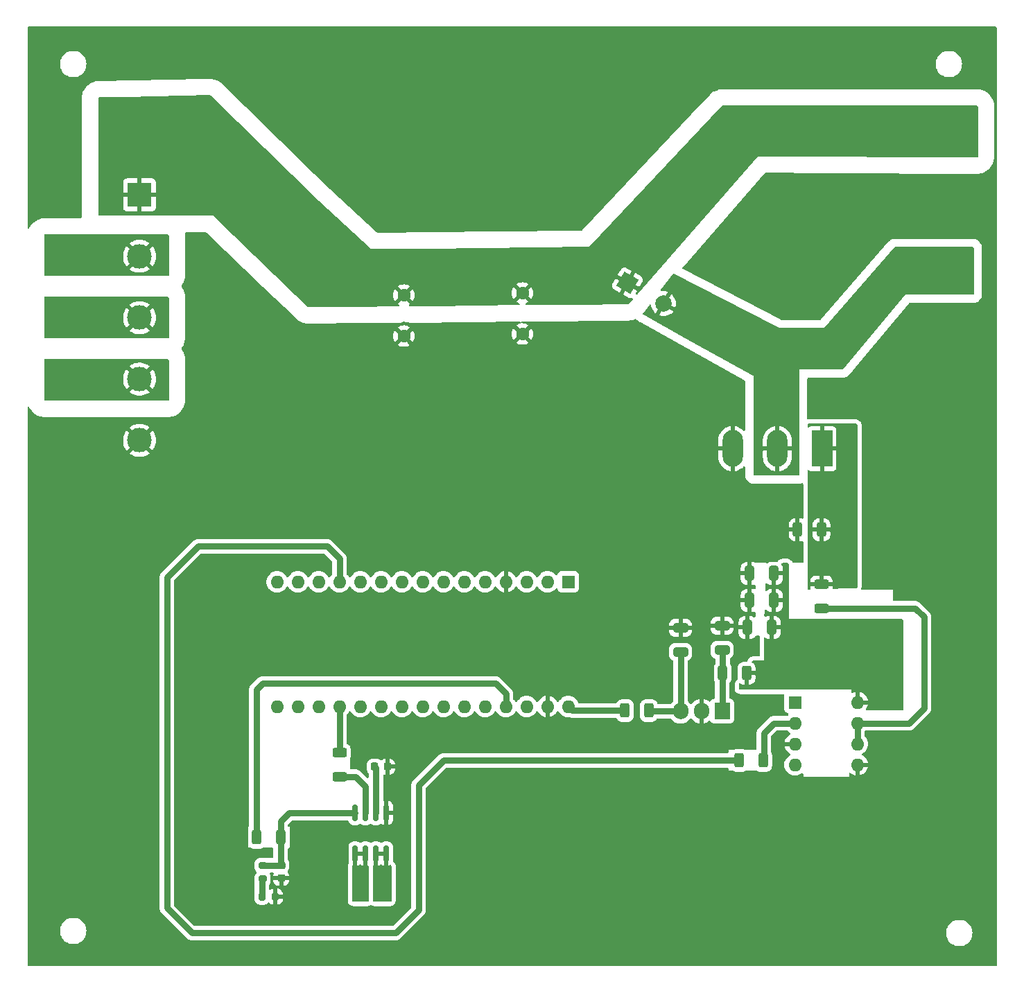
<source format=gbr>
%TF.GenerationSoftware,KiCad,Pcbnew,(6.0.10)*%
%TF.CreationDate,2023-01-04T19:45:40+03:00*%
%TF.ProjectId,ee463_project,65653436-335f-4707-926f-6a6563742e6b,rev?*%
%TF.SameCoordinates,Original*%
%TF.FileFunction,Copper,L1,Top*%
%TF.FilePolarity,Positive*%
%FSLAX46Y46*%
G04 Gerber Fmt 4.6, Leading zero omitted, Abs format (unit mm)*
G04 Created by KiCad (PCBNEW (6.0.10)) date 2023-01-04 19:45:40*
%MOMM*%
%LPD*%
G01*
G04 APERTURE LIST*
G04 Aperture macros list*
%AMRoundRect*
0 Rectangle with rounded corners*
0 $1 Rounding radius*
0 $2 $3 $4 $5 $6 $7 $8 $9 X,Y pos of 4 corners*
0 Add a 4 corners polygon primitive as box body*
4,1,4,$2,$3,$4,$5,$6,$7,$8,$9,$2,$3,0*
0 Add four circle primitives for the rounded corners*
1,1,$1+$1,$2,$3*
1,1,$1+$1,$4,$5*
1,1,$1+$1,$6,$7*
1,1,$1+$1,$8,$9*
0 Add four rect primitives between the rounded corners*
20,1,$1+$1,$2,$3,$4,$5,0*
20,1,$1+$1,$4,$5,$6,$7,0*
20,1,$1+$1,$6,$7,$8,$9,0*
20,1,$1+$1,$8,$9,$2,$3,0*%
%AMHorizOval*
0 Thick line with rounded ends*
0 $1 width*
0 $2 $3 position (X,Y) of the first rounded end (center of the circle)*
0 $4 $5 position (X,Y) of the second rounded end (center of the circle)*
0 Add line between two ends*
20,1,$1,$2,$3,$4,$5,0*
0 Add two circle primitives to create the rounded ends*
1,1,$1,$2,$3*
1,1,$1,$4,$5*%
%AMRotRect*
0 Rectangle, with rotation*
0 The origin of the aperture is its center*
0 $1 length*
0 $2 width*
0 $3 Rotation angle, in degrees counterclockwise*
0 Add horizontal line*
21,1,$1,$2,0,0,$3*%
G04 Aperture macros list end*
%TA.AperFunction,SMDPad,CuDef*%
%ADD10RoundRect,0.225000X-0.225000X-0.250000X0.225000X-0.250000X0.225000X0.250000X-0.225000X0.250000X0*%
%TD*%
%TA.AperFunction,SMDPad,CuDef*%
%ADD11RoundRect,0.250000X0.625000X-0.312500X0.625000X0.312500X-0.625000X0.312500X-0.625000X-0.312500X0*%
%TD*%
%TA.AperFunction,ComponentPad*%
%ADD12R,2.500000X4.500000*%
%TD*%
%TA.AperFunction,ComponentPad*%
%ADD13O,2.500000X4.500000*%
%TD*%
%TA.AperFunction,SMDPad,CuDef*%
%ADD14RoundRect,0.250000X0.325000X0.650000X-0.325000X0.650000X-0.325000X-0.650000X0.325000X-0.650000X0*%
%TD*%
%TA.AperFunction,SMDPad,CuDef*%
%ADD15RoundRect,0.250000X0.650000X-0.325000X0.650000X0.325000X-0.650000X0.325000X-0.650000X-0.325000X0*%
%TD*%
%TA.AperFunction,SMDPad,CuDef*%
%ADD16RoundRect,0.250000X0.312500X0.625000X-0.312500X0.625000X-0.312500X-0.625000X0.312500X-0.625000X0*%
%TD*%
%TA.AperFunction,SMDPad,CuDef*%
%ADD17RoundRect,0.150000X0.150000X-0.825000X0.150000X0.825000X-0.150000X0.825000X-0.150000X-0.825000X0*%
%TD*%
%TA.AperFunction,ComponentPad*%
%ADD18R,1.600000X1.600000*%
%TD*%
%TA.AperFunction,ComponentPad*%
%ADD19O,1.600000X1.600000*%
%TD*%
%TA.AperFunction,ComponentPad*%
%ADD20R,1.905000X2.000000*%
%TD*%
%TA.AperFunction,ComponentPad*%
%ADD21O,1.905000X2.000000*%
%TD*%
%TA.AperFunction,SMDPad,CuDef*%
%ADD22RoundRect,0.250000X-0.625000X0.312500X-0.625000X-0.312500X0.625000X-0.312500X0.625000X0.312500X0*%
%TD*%
%TA.AperFunction,ComponentPad*%
%ADD23R,3.000000X3.000000*%
%TD*%
%TA.AperFunction,ComponentPad*%
%ADD24C,3.000000*%
%TD*%
%TA.AperFunction,SMDPad,CuDef*%
%ADD25RoundRect,0.250000X-0.312500X-0.625000X0.312500X-0.625000X0.312500X0.625000X-0.312500X0.625000X0*%
%TD*%
%TA.AperFunction,SMDPad,CuDef*%
%ADD26RoundRect,0.200000X-0.275000X0.200000X-0.275000X-0.200000X0.275000X-0.200000X0.275000X0.200000X0*%
%TD*%
%TA.AperFunction,SMDPad,CuDef*%
%ADD27RoundRect,0.225000X-0.250000X0.225000X-0.250000X-0.225000X0.250000X-0.225000X0.250000X0.225000X0*%
%TD*%
%TA.AperFunction,ComponentPad*%
%ADD28RotRect,2.000000X2.000000X330.000000*%
%TD*%
%TA.AperFunction,ComponentPad*%
%ADD29HorizOval,2.000000X0.000000X0.000000X0.000000X0.000000X0*%
%TD*%
%TA.AperFunction,ComponentPad*%
%ADD30C,1.600000*%
%TD*%
%TA.AperFunction,SMDPad,CuDef*%
%ADD31RoundRect,0.200000X0.200000X0.275000X-0.200000X0.275000X-0.200000X-0.275000X0.200000X-0.275000X0*%
%TD*%
%TA.AperFunction,Conductor*%
%ADD32C,0.750000*%
%TD*%
G04 APERTURE END LIST*
D10*
%TO.P,C8,1*%
%TO.N,Net-(C8-Pad1)*%
X91173000Y-113294000D03*
%TO.P,C8,2*%
%TO.N,GND1*%
X92723000Y-113294000D03*
%TD*%
D11*
%TO.P,R2,1*%
%TO.N,Net-(R2-Pad1)*%
X145734500Y-93928500D03*
%TO.P,R2,2*%
%TO.N,Gate*%
X145734500Y-91003500D03*
%TD*%
D12*
%TO.P,Q1,1,G*%
%TO.N,Gate*%
X145796000Y-74432000D03*
D13*
%TO.P,Q1,2,D*%
%TO.N,Drain*%
X140346000Y-74432000D03*
%TO.P,Q1,3,S*%
%TO.N,GND1*%
X134896000Y-74432000D03*
%TD*%
D14*
%TO.P,C3,1*%
%TO.N,Vcc*%
X139651000Y-96276000D03*
%TO.P,C3,2*%
%TO.N,GND1*%
X136701000Y-96276000D03*
%TD*%
D15*
%TO.P,C6,1*%
%TO.N,Net-(C6-Pad1)*%
X133604000Y-99021000D03*
%TO.P,C6,2*%
%TO.N,GND1*%
X133604000Y-96071000D03*
%TD*%
D16*
%TO.P,R4,1*%
%TO.N,Vcc*%
X136590500Y-101864000D03*
%TO.P,R4,2*%
%TO.N,Net-(C6-Pad1)*%
X133665500Y-101864000D03*
%TD*%
D17*
%TO.P,U3,1,IP+*%
%TO.N,OUT+*%
X88773000Y-123897000D03*
%TO.P,U3,2,IP+*%
X90043000Y-123897000D03*
%TO.P,U3,3,IP-*%
%TO.N,OUT-*%
X91313000Y-123897000D03*
%TO.P,U3,4,IP-*%
X92583000Y-123897000D03*
%TO.P,U3,5,GND*%
%TO.N,GND1*%
X92583000Y-118947000D03*
%TO.P,U3,6,FILTER*%
%TO.N,Net-(C8-Pad1)*%
X91313000Y-118947000D03*
%TO.P,U3,7,VIOUT*%
%TO.N,Net-(R7-Pad2)*%
X90043000Y-118947000D03*
%TO.P,U3,8,VCC*%
%TO.N,Net-(C9-Pad1)*%
X88773000Y-118947000D03*
%TD*%
D18*
%TO.P,A1,1,D1/TX*%
%TO.N,unconnected-(A1-Pad1)*%
X114808000Y-90698000D03*
D19*
%TO.P,A1,2,D0/RX*%
%TO.N,unconnected-(A1-Pad2)*%
X112268000Y-90698000D03*
%TO.P,A1,3,~{RESET}*%
%TO.N,unconnected-(A1-Pad3)*%
X109728000Y-90698000D03*
%TO.P,A1,4,GND*%
%TO.N,GND1*%
X107188000Y-90698000D03*
%TO.P,A1,5,D2*%
%TO.N,unconnected-(A1-Pad5)*%
X104648000Y-90698000D03*
%TO.P,A1,6,D3*%
%TO.N,unconnected-(A1-Pad6)*%
X102108000Y-90698000D03*
%TO.P,A1,7,D4*%
%TO.N,unconnected-(A1-Pad7)*%
X99568000Y-90698000D03*
%TO.P,A1,8,D5*%
%TO.N,unconnected-(A1-Pad8)*%
X97028000Y-90698000D03*
%TO.P,A1,9,D6*%
%TO.N,unconnected-(A1-Pad9)*%
X94488000Y-90698000D03*
%TO.P,A1,10,D7*%
%TO.N,unconnected-(A1-Pad10)*%
X91948000Y-90698000D03*
%TO.P,A1,11,D8*%
%TO.N,unconnected-(A1-Pad11)*%
X89408000Y-90698000D03*
%TO.P,A1,12,D9*%
%TO.N,PWM*%
X86868000Y-90698000D03*
%TO.P,A1,13,D10*%
%TO.N,unconnected-(A1-Pad13)*%
X84328000Y-90698000D03*
%TO.P,A1,14,D11*%
%TO.N,unconnected-(A1-Pad14)*%
X81788000Y-90698000D03*
%TO.P,A1,15,D12*%
%TO.N,unconnected-(A1-Pad15)*%
X79248000Y-90698000D03*
%TO.P,A1,16,D13*%
%TO.N,unconnected-(A1-Pad16)*%
X79248000Y-105938000D03*
%TO.P,A1,17,3V3*%
%TO.N,unconnected-(A1-Pad17)*%
X81788000Y-105938000D03*
%TO.P,A1,18,AREF*%
%TO.N,unconnected-(A1-Pad18)*%
X84328000Y-105938000D03*
%TO.P,A1,19,A0*%
%TO.N,Net-(A1-Pad19)*%
X86868000Y-105938000D03*
%TO.P,A1,20,A1*%
%TO.N,unconnected-(A1-Pad20)*%
X89408000Y-105938000D03*
%TO.P,A1,21,A2*%
%TO.N,unconnected-(A1-Pad21)*%
X91948000Y-105938000D03*
%TO.P,A1,22,A3*%
%TO.N,unconnected-(A1-Pad22)*%
X94488000Y-105938000D03*
%TO.P,A1,23,A4*%
%TO.N,unconnected-(A1-Pad23)*%
X97028000Y-105938000D03*
%TO.P,A1,24,A5*%
%TO.N,unconnected-(A1-Pad24)*%
X99568000Y-105938000D03*
%TO.P,A1,25,A6*%
%TO.N,unconnected-(A1-Pad25)*%
X102108000Y-105938000D03*
%TO.P,A1,26,A7*%
%TO.N,unconnected-(A1-Pad26)*%
X104648000Y-105938000D03*
%TO.P,A1,27,+5V*%
%TO.N,Net-(A1-Pad27)*%
X107188000Y-105938000D03*
%TO.P,A1,28,~{RESET}*%
%TO.N,unconnected-(A1-Pad28)*%
X109728000Y-105938000D03*
%TO.P,A1,29,GND*%
%TO.N,GND1*%
X112268000Y-105938000D03*
%TO.P,A1,30,VIN*%
%TO.N,V_in_arduino*%
X114808000Y-105938000D03*
%TD*%
D20*
%TO.P,U2,1,IN*%
%TO.N,Net-(C6-Pad1)*%
X133604000Y-106507000D03*
D21*
%TO.P,U2,2,GND*%
%TO.N,GND1*%
X131064000Y-106507000D03*
%TO.P,U2,3,OUT*%
%TO.N,Net-(C7-Pad1)*%
X128524000Y-106507000D03*
%TD*%
D22*
%TO.P,R7,1*%
%TO.N,Net-(A1-Pad19)*%
X86868000Y-111577500D03*
%TO.P,R7,2*%
%TO.N,Net-(R7-Pad2)*%
X86868000Y-114502500D03*
%TD*%
D23*
%TO.P,D2,1,+*%
%TO.N,Vout*%
X62460000Y-43420000D03*
D24*
%TO.P,D2,2*%
%TO.N,PhaseA*%
X62460000Y-50920000D03*
%TO.P,D2,3*%
%TO.N,PhaseB*%
X62460000Y-58420000D03*
%TO.P,D2,4*%
%TO.N,PhaseC*%
X62460000Y-65920000D03*
%TO.P,D2,5,-*%
%TO.N,GND1*%
X62460000Y-73420000D03*
%TD*%
D25*
%TO.P,R6,1*%
%TO.N,Net-(A1-Pad27)*%
X76769500Y-121930000D03*
%TO.P,R6,2*%
%TO.N,Net-(C9-Pad1)*%
X79694500Y-121930000D03*
%TD*%
%TO.P,R1,1*%
%TO.N,PWM*%
X135697500Y-112532000D03*
%TO.P,R1,2*%
%TO.N,Net-(R1-Pad2)*%
X138622500Y-112532000D03*
%TD*%
D26*
%TO.P,R8,1*%
%TO.N,Net-(C9-Pad1)*%
X77470000Y-125360000D03*
%TO.P,R8,2*%
%TO.N,Net-(D3-Pad2)*%
X77470000Y-127010000D03*
%TD*%
D14*
%TO.P,C2,1*%
%TO.N,Vcc*%
X139905000Y-89672000D03*
%TO.P,C2,2*%
%TO.N,GND1*%
X136955000Y-89672000D03*
%TD*%
D27*
%TO.P,C9,1*%
%TO.N,Net-(C9-Pad1)*%
X79756000Y-125347000D03*
%TO.P,C9,2*%
%TO.N,GND1*%
X79756000Y-126897000D03*
%TD*%
D14*
%TO.P,C1,1*%
%TO.N,Vcc*%
X139905000Y-92974000D03*
%TO.P,C1,2*%
%TO.N,GND1*%
X136955000Y-92974000D03*
%TD*%
D28*
%TO.P,D1,1,K*%
%TO.N,Vout*%
X122041796Y-54168394D03*
D29*
%TO.P,D1,2,A*%
%TO.N,Drain*%
X126441205Y-56708394D03*
%TD*%
D16*
%TO.P,R5,1*%
%TO.N,Net-(C7-Pad1)*%
X124652500Y-106436000D03*
%TO.P,R5,2*%
%TO.N,V_in_arduino*%
X121727500Y-106436000D03*
%TD*%
D30*
%TO.P,C5,1*%
%TO.N,Vout*%
X94742000Y-55676000D03*
%TO.P,C5,2*%
%TO.N,GND1*%
X94742000Y-60676000D03*
%TD*%
D18*
%TO.P,U1,1,NC*%
%TO.N,unconnected-(U1-Pad1)*%
X142504000Y-105430000D03*
D19*
%TO.P,U1,2,A*%
%TO.N,Net-(R1-Pad2)*%
X142504000Y-107970000D03*
%TO.P,U1,3,C*%
%TO.N,GND1*%
X142504000Y-110510000D03*
%TO.P,U1,4,NC*%
%TO.N,unconnected-(U1-Pad4)*%
X142504000Y-113050000D03*
%TO.P,U1,5,VEE*%
%TO.N,GND1*%
X150124000Y-113050000D03*
%TO.P,U1,6,VO*%
%TO.N,Net-(R2-Pad1)*%
X150124000Y-110510000D03*
%TO.P,U1,7,VO*%
X150124000Y-107970000D03*
%TO.P,U1,8,VCC*%
%TO.N,Vcc*%
X150124000Y-105430000D03*
%TD*%
D15*
%TO.P,C7,1*%
%TO.N,Net-(C7-Pad1)*%
X128524000Y-99275000D03*
%TO.P,C7,2*%
%TO.N,GND1*%
X128524000Y-96325000D03*
%TD*%
D30*
%TO.P,C4,1*%
%TO.N,Vout*%
X109220000Y-55422000D03*
%TO.P,C4,2*%
%TO.N,GND1*%
X109220000Y-60422000D03*
%TD*%
D31*
%TO.P,D3,1,K*%
%TO.N,GND1*%
X79057000Y-129170000D03*
%TO.P,D3,2,A*%
%TO.N,Net-(D3-Pad2)*%
X77407000Y-129170000D03*
%TD*%
D16*
%TO.P,R3,1*%
%TO.N,Gate*%
X145734500Y-84338000D03*
%TO.P,R3,2*%
%TO.N,GND1*%
X142809500Y-84338000D03*
%TD*%
D32*
%TO.N,PWM*%
X135697500Y-112532000D02*
X99568000Y-112532000D01*
X85344000Y-86370000D02*
X86868000Y-87894000D01*
X99568000Y-112532000D02*
X96520000Y-115580000D01*
X69596000Y-86370000D02*
X85344000Y-86370000D01*
X96520000Y-115580000D02*
X96520000Y-121168000D01*
X65786000Y-130566000D02*
X65786000Y-90180000D01*
X93726000Y-133614000D02*
X68834000Y-133614000D01*
X86868000Y-87894000D02*
X86868000Y-90698000D01*
X96520000Y-121168000D02*
X96520000Y-130820000D01*
X65786000Y-90180000D02*
X69596000Y-86370000D01*
X96520000Y-120406000D02*
X96520000Y-121168000D01*
X96520000Y-130820000D02*
X93726000Y-133614000D01*
X68834000Y-133614000D02*
X65786000Y-130566000D01*
%TO.N,Net-(A1-Pad19)*%
X86868000Y-111577500D02*
X86868000Y-105938000D01*
%TO.N,Net-(A1-Pad27)*%
X76708000Y-103896000D02*
X76708000Y-121868500D01*
X105918000Y-103134000D02*
X77470000Y-103134000D01*
X107188000Y-104404000D02*
X105918000Y-103134000D01*
X77470000Y-103134000D02*
X76708000Y-103896000D01*
X107188000Y-105938000D02*
X107188000Y-104404000D01*
X76708000Y-121868500D02*
X76769500Y-121930000D01*
%TO.N,V_in_arduino*%
X121727500Y-106436000D02*
X115306000Y-106436000D01*
X115306000Y-106436000D02*
X114808000Y-105938000D01*
%TO.N,Net-(R1-Pad2)*%
X138684000Y-109230000D02*
X139944000Y-107970000D01*
X139944000Y-107970000D02*
X142504000Y-107970000D01*
X138622500Y-112532000D02*
X138684000Y-112470500D01*
X138684000Y-112470500D02*
X138684000Y-109230000D01*
%TO.N,Net-(R2-Pad1)*%
X156454000Y-107970000D02*
X150124000Y-107970000D01*
X158242000Y-106182000D02*
X156454000Y-107970000D01*
X145734500Y-93928500D02*
X157164500Y-93928500D01*
X157164500Y-93928500D02*
X158242000Y-95006000D01*
X150124000Y-110510000D02*
X150124000Y-107970000D01*
X158242000Y-95006000D02*
X158242000Y-106182000D01*
%TO.N,Net-(C6-Pad1)*%
X133604000Y-101925500D02*
X133665500Y-101864000D01*
X133665500Y-99082500D02*
X133604000Y-99021000D01*
X133665500Y-101864000D02*
X133665500Y-99082500D01*
X133604000Y-106507000D02*
X133604000Y-101925500D01*
%TO.N,Net-(C7-Pad1)*%
X128524000Y-106507000D02*
X124723500Y-106507000D01*
X124723500Y-106507000D02*
X124652500Y-106436000D01*
X128524000Y-106507000D02*
X128524000Y-99275000D01*
%TO.N,Net-(C8-Pad1)*%
X91313000Y-113434000D02*
X91173000Y-113294000D01*
X91313000Y-118947000D02*
X91313000Y-113434000D01*
%TO.N,Net-(C9-Pad1)*%
X77483000Y-125347000D02*
X77470000Y-125360000D01*
X79694500Y-125285500D02*
X79756000Y-125347000D01*
X79694500Y-119959500D02*
X79694500Y-121930000D01*
X79756000Y-125347000D02*
X77483000Y-125347000D01*
X88773000Y-118947000D02*
X80707000Y-118947000D01*
X80707000Y-118947000D02*
X79694500Y-119959500D01*
X79694500Y-121930000D02*
X79694500Y-125285500D01*
%TO.N,Net-(D3-Pad2)*%
X77407000Y-127073000D02*
X77470000Y-127010000D01*
X77407000Y-129170000D02*
X77407000Y-127073000D01*
%TO.N,Net-(R7-Pad2)*%
X88838500Y-114502500D02*
X86868000Y-114502500D01*
X90043000Y-118947000D02*
X90043000Y-115707000D01*
X90043000Y-115707000D02*
X88838500Y-114502500D01*
%TD*%
%TA.AperFunction,Conductor*%
%TO.N,Vcc*%
G36*
X155702000Y-106310000D02*
G01*
X155681998Y-106378121D01*
X155628342Y-106424614D01*
X155576000Y-106436000D01*
X151258408Y-106436000D01*
X151190287Y-106415998D01*
X151143794Y-106362342D01*
X151133690Y-106292068D01*
X151155195Y-106237729D01*
X151257931Y-106091007D01*
X151263414Y-106081511D01*
X151355490Y-105884053D01*
X151359236Y-105873761D01*
X151405394Y-105701497D01*
X151405058Y-105687401D01*
X151397116Y-105684000D01*
X149996000Y-105684000D01*
X149927879Y-105663998D01*
X149881386Y-105610342D01*
X149870000Y-105558000D01*
X149870000Y-105157885D01*
X150378000Y-105157885D01*
X150382475Y-105173124D01*
X150383865Y-105174329D01*
X150391548Y-105176000D01*
X151391967Y-105176000D01*
X151405498Y-105172027D01*
X151406727Y-105163478D01*
X151359236Y-104986239D01*
X151355490Y-104975947D01*
X151263414Y-104778489D01*
X151257931Y-104768993D01*
X151132972Y-104590533D01*
X151125916Y-104582125D01*
X150971875Y-104428084D01*
X150963467Y-104421028D01*
X150785007Y-104296069D01*
X150775511Y-104290586D01*
X150578053Y-104198510D01*
X150567761Y-104194764D01*
X150395497Y-104148606D01*
X150381401Y-104148942D01*
X150378000Y-104156884D01*
X150378000Y-105157885D01*
X149870000Y-105157885D01*
X149870000Y-104162033D01*
X149866027Y-104148502D01*
X149857478Y-104147273D01*
X149680239Y-104194764D01*
X149669947Y-104198510D01*
X149531250Y-104263186D01*
X149461059Y-104273847D01*
X149396246Y-104244867D01*
X149357389Y-104185448D01*
X149352000Y-104148991D01*
X149352000Y-96784000D01*
X155702000Y-96784000D01*
X155702000Y-106310000D01*
G37*
%TD.AperFunction*%
%TD*%
%TA.AperFunction,Conductor*%
%TO.N,PhaseA*%
G36*
X65982121Y-48280002D02*
G01*
X66028614Y-48333658D01*
X66040000Y-48386000D01*
X66040000Y-53214000D01*
X66019998Y-53282121D01*
X65966342Y-53328614D01*
X65914000Y-53340000D01*
X50926000Y-53340000D01*
X50857879Y-53319998D01*
X50811386Y-53266342D01*
X50800000Y-53214000D01*
X50800000Y-52509654D01*
X61235618Y-52509654D01*
X61242673Y-52519627D01*
X61273679Y-52545551D01*
X61280598Y-52550579D01*
X61505272Y-52691515D01*
X61512807Y-52695556D01*
X61754520Y-52804694D01*
X61762551Y-52807680D01*
X62016832Y-52883002D01*
X62025184Y-52884869D01*
X62287340Y-52924984D01*
X62295874Y-52925700D01*
X62561045Y-52929867D01*
X62569596Y-52929418D01*
X62832883Y-52897557D01*
X62841284Y-52895955D01*
X63097824Y-52828653D01*
X63105926Y-52825926D01*
X63350949Y-52724434D01*
X63358617Y-52720628D01*
X63587598Y-52586822D01*
X63594679Y-52582009D01*
X63674655Y-52519301D01*
X63683125Y-52507442D01*
X63676608Y-52495818D01*
X62472812Y-51292022D01*
X62458868Y-51284408D01*
X62457035Y-51284539D01*
X62450420Y-51288790D01*
X61242910Y-52496300D01*
X61235618Y-52509654D01*
X50800000Y-52509654D01*
X50800000Y-50903204D01*
X60447665Y-50903204D01*
X60462932Y-51167969D01*
X60464005Y-51176470D01*
X60515065Y-51436722D01*
X60517276Y-51444974D01*
X60603184Y-51695894D01*
X60606499Y-51703779D01*
X60725664Y-51940713D01*
X60730020Y-51948079D01*
X60859347Y-52136250D01*
X60869601Y-52144594D01*
X60883342Y-52137448D01*
X62087978Y-50932812D01*
X62094356Y-50921132D01*
X62824408Y-50921132D01*
X62824539Y-50922965D01*
X62828790Y-50929580D01*
X64035730Y-52136520D01*
X64047939Y-52143187D01*
X64059439Y-52134497D01*
X64156831Y-52001913D01*
X64161418Y-51994685D01*
X64287962Y-51761621D01*
X64291530Y-51753827D01*
X64385271Y-51505750D01*
X64387748Y-51497544D01*
X64446954Y-51239038D01*
X64448294Y-51230577D01*
X64472031Y-50964616D01*
X64472277Y-50959677D01*
X64472666Y-50922485D01*
X64472523Y-50917519D01*
X64454362Y-50651123D01*
X64453201Y-50642649D01*
X64399419Y-50382944D01*
X64397120Y-50374709D01*
X64308588Y-50124705D01*
X64305191Y-50116854D01*
X64183550Y-49881178D01*
X64179122Y-49873866D01*
X64060031Y-49704417D01*
X64049509Y-49696037D01*
X64036121Y-49703089D01*
X62832022Y-50907188D01*
X62824408Y-50921132D01*
X62094356Y-50921132D01*
X62095592Y-50918868D01*
X62095461Y-50917035D01*
X62091210Y-50910420D01*
X60883814Y-49703024D01*
X60871804Y-49696466D01*
X60860064Y-49705434D01*
X60751935Y-49855911D01*
X60747418Y-49863196D01*
X60623325Y-50097567D01*
X60619839Y-50105395D01*
X60528700Y-50354446D01*
X60526311Y-50362670D01*
X60469812Y-50621795D01*
X60468563Y-50630250D01*
X60447754Y-50894653D01*
X60447665Y-50903204D01*
X50800000Y-50903204D01*
X50800000Y-49332500D01*
X61236584Y-49332500D01*
X61242980Y-49343770D01*
X62447188Y-50547978D01*
X62461132Y-50555592D01*
X62462965Y-50555461D01*
X62469580Y-50551210D01*
X63676604Y-49344186D01*
X63683795Y-49331017D01*
X63676473Y-49320780D01*
X63629233Y-49282115D01*
X63622261Y-49277160D01*
X63396122Y-49138582D01*
X63388552Y-49134624D01*
X63145704Y-49028022D01*
X63137644Y-49025120D01*
X62882592Y-48952467D01*
X62874214Y-48950685D01*
X62611656Y-48913318D01*
X62603111Y-48912691D01*
X62337908Y-48911302D01*
X62329374Y-48911839D01*
X62066433Y-48946456D01*
X62058035Y-48948149D01*
X61802238Y-49018127D01*
X61794143Y-49020946D01*
X61550199Y-49124997D01*
X61542577Y-49128881D01*
X61315013Y-49265075D01*
X61307981Y-49269962D01*
X61245053Y-49320377D01*
X61236584Y-49332500D01*
X50800000Y-49332500D01*
X50800000Y-48386000D01*
X50820002Y-48317879D01*
X50873658Y-48271386D01*
X50926000Y-48260000D01*
X65914000Y-48260000D01*
X65982121Y-48280002D01*
G37*
%TD.AperFunction*%
%TD*%
%TA.AperFunction,Conductor*%
%TO.N,Vcc*%
G36*
X141674121Y-88422002D02*
G01*
X141720614Y-88475658D01*
X141732000Y-88528000D01*
X141732000Y-97546000D01*
X140414618Y-97546000D01*
X140443807Y-97527937D01*
X140455208Y-97518901D01*
X140569739Y-97404171D01*
X140578751Y-97392760D01*
X140663816Y-97254757D01*
X140669963Y-97241576D01*
X140721138Y-97087290D01*
X140724005Y-97073914D01*
X140733672Y-96979562D01*
X140734000Y-96973146D01*
X140734000Y-96548115D01*
X140729525Y-96532876D01*
X140728135Y-96531671D01*
X140720452Y-96530000D01*
X139523000Y-96530000D01*
X139454879Y-96509998D01*
X139408386Y-96456342D01*
X139397000Y-96404000D01*
X139397000Y-96003885D01*
X139905000Y-96003885D01*
X139909475Y-96019124D01*
X139910865Y-96020329D01*
X139918548Y-96022000D01*
X140715884Y-96022000D01*
X140731123Y-96017525D01*
X140732328Y-96016135D01*
X140733999Y-96008452D01*
X140733999Y-95578905D01*
X140733662Y-95572386D01*
X140723743Y-95476794D01*
X140720851Y-95463400D01*
X140669412Y-95309216D01*
X140663239Y-95296038D01*
X140577937Y-95158193D01*
X140568901Y-95146792D01*
X140454171Y-95032261D01*
X140442760Y-95023249D01*
X140304757Y-94938184D01*
X140291576Y-94932037D01*
X140137290Y-94880862D01*
X140123914Y-94877995D01*
X140029562Y-94868328D01*
X140023145Y-94868000D01*
X139923115Y-94868000D01*
X139907876Y-94872475D01*
X139906671Y-94873865D01*
X139905000Y-94881548D01*
X139905000Y-96003885D01*
X139397000Y-96003885D01*
X139397000Y-94886116D01*
X139392525Y-94870877D01*
X139391135Y-94869672D01*
X139383452Y-94868001D01*
X139278905Y-94868001D01*
X139272386Y-94868338D01*
X139176794Y-94878257D01*
X139163400Y-94881149D01*
X139009216Y-94932588D01*
X138996037Y-94938762D01*
X138945762Y-94969873D01*
X138877310Y-94988711D01*
X138809540Y-94967550D01*
X138763969Y-94913109D01*
X138753510Y-94859133D01*
X138767271Y-94377525D01*
X138772649Y-94189298D01*
X138794589Y-94121777D01*
X138849551Y-94076835D01*
X138920084Y-94068743D01*
X138987616Y-94103724D01*
X139101829Y-94217739D01*
X139113240Y-94226751D01*
X139251243Y-94311816D01*
X139264424Y-94317963D01*
X139418710Y-94369138D01*
X139432086Y-94372005D01*
X139526438Y-94381672D01*
X139532854Y-94382000D01*
X139632885Y-94382000D01*
X139648124Y-94377525D01*
X139649329Y-94376135D01*
X139651000Y-94368452D01*
X139651000Y-94363884D01*
X140159000Y-94363884D01*
X140163475Y-94379123D01*
X140164865Y-94380328D01*
X140172548Y-94381999D01*
X140277095Y-94381999D01*
X140283614Y-94381662D01*
X140379206Y-94371743D01*
X140392600Y-94368851D01*
X140546784Y-94317412D01*
X140559962Y-94311239D01*
X140697807Y-94225937D01*
X140709208Y-94216901D01*
X140823739Y-94102171D01*
X140832751Y-94090760D01*
X140917816Y-93952757D01*
X140923963Y-93939576D01*
X140975138Y-93785290D01*
X140978005Y-93771914D01*
X140987672Y-93677562D01*
X140988000Y-93671146D01*
X140988000Y-93246115D01*
X140983525Y-93230876D01*
X140982135Y-93229671D01*
X140974452Y-93228000D01*
X140177115Y-93228000D01*
X140161876Y-93232475D01*
X140160671Y-93233865D01*
X140159000Y-93241548D01*
X140159000Y-94363884D01*
X139651000Y-94363884D01*
X139651000Y-92701885D01*
X140159000Y-92701885D01*
X140163475Y-92717124D01*
X140164865Y-92718329D01*
X140172548Y-92720000D01*
X140969884Y-92720000D01*
X140985123Y-92715525D01*
X140986328Y-92714135D01*
X140987999Y-92706452D01*
X140987999Y-92276905D01*
X140987662Y-92270386D01*
X140977743Y-92174794D01*
X140974851Y-92161400D01*
X140923412Y-92007216D01*
X140917239Y-91994038D01*
X140831937Y-91856193D01*
X140822901Y-91844792D01*
X140708171Y-91730261D01*
X140696760Y-91721249D01*
X140558757Y-91636184D01*
X140545576Y-91630037D01*
X140391290Y-91578862D01*
X140377914Y-91575995D01*
X140283562Y-91566328D01*
X140277145Y-91566000D01*
X140177115Y-91566000D01*
X140161876Y-91570475D01*
X140160671Y-91571865D01*
X140159000Y-91579548D01*
X140159000Y-92701885D01*
X139651000Y-92701885D01*
X139651000Y-91584116D01*
X139646525Y-91568877D01*
X139645135Y-91567672D01*
X139637452Y-91566001D01*
X139532905Y-91566001D01*
X139526386Y-91566338D01*
X139430794Y-91576257D01*
X139417400Y-91579149D01*
X139263216Y-91630588D01*
X139250038Y-91636761D01*
X139112193Y-91722063D01*
X139100792Y-91731099D01*
X139059469Y-91772494D01*
X138997186Y-91806573D01*
X138926366Y-91801570D01*
X138869494Y-91759073D01*
X138844625Y-91692574D01*
X138844347Y-91679877D01*
X138864376Y-90978866D01*
X138886316Y-90911345D01*
X138941277Y-90866403D01*
X139011811Y-90858311D01*
X139079343Y-90893292D01*
X139101829Y-90915739D01*
X139113240Y-90924751D01*
X139251243Y-91009816D01*
X139264424Y-91015963D01*
X139418710Y-91067138D01*
X139432086Y-91070005D01*
X139526438Y-91079672D01*
X139532854Y-91080000D01*
X139632885Y-91080000D01*
X139648124Y-91075525D01*
X139649329Y-91074135D01*
X139651000Y-91066452D01*
X139651000Y-91061884D01*
X140159000Y-91061884D01*
X140163475Y-91077123D01*
X140164865Y-91078328D01*
X140172548Y-91079999D01*
X140277095Y-91079999D01*
X140283614Y-91079662D01*
X140379206Y-91069743D01*
X140392600Y-91066851D01*
X140546784Y-91015412D01*
X140559962Y-91009239D01*
X140697807Y-90923937D01*
X140709208Y-90914901D01*
X140823739Y-90800171D01*
X140832751Y-90788760D01*
X140917816Y-90650757D01*
X140923963Y-90637576D01*
X140975138Y-90483290D01*
X140978005Y-90469914D01*
X140987672Y-90375562D01*
X140988000Y-90369146D01*
X140988000Y-89944115D01*
X140983525Y-89928876D01*
X140982135Y-89927671D01*
X140974452Y-89926000D01*
X140177115Y-89926000D01*
X140161876Y-89930475D01*
X140160671Y-89931865D01*
X140159000Y-89939548D01*
X140159000Y-91061884D01*
X139651000Y-91061884D01*
X139651000Y-89544000D01*
X139671002Y-89475879D01*
X139724658Y-89429386D01*
X139777000Y-89418000D01*
X140969884Y-89418000D01*
X140985123Y-89413525D01*
X140986328Y-89412135D01*
X140987999Y-89404452D01*
X140987999Y-88974905D01*
X140987662Y-88968386D01*
X140977743Y-88872794D01*
X140974851Y-88859400D01*
X140923412Y-88705216D01*
X140917239Y-88692038D01*
X140856758Y-88594303D01*
X140837920Y-88525851D01*
X140859081Y-88458082D01*
X140913522Y-88412510D01*
X140963902Y-88402000D01*
X141606000Y-88402000D01*
X141674121Y-88422002D01*
G37*
%TD.AperFunction*%
%TD*%
%TA.AperFunction,Conductor*%
%TO.N,GND1*%
G36*
X167074121Y-22890002D02*
G01*
X167120614Y-22943658D01*
X167132000Y-22996000D01*
X167132000Y-137552000D01*
X167111998Y-137620121D01*
X167058342Y-137666614D01*
X167006000Y-137678000D01*
X48894000Y-137678000D01*
X48825879Y-137657998D01*
X48779386Y-137604342D01*
X48768000Y-137552000D01*
X48768000Y-133360000D01*
X52742526Y-133360000D01*
X52762391Y-133612403D01*
X52763545Y-133617210D01*
X52763546Y-133617216D01*
X52801179Y-133773968D01*
X52821495Y-133858591D01*
X52918384Y-134092502D01*
X53050672Y-134308376D01*
X53167421Y-134445071D01*
X53207016Y-134491430D01*
X53215102Y-134500898D01*
X53407624Y-134665328D01*
X53623498Y-134797616D01*
X53628068Y-134799509D01*
X53628072Y-134799511D01*
X53852836Y-134892611D01*
X53857409Y-134894505D01*
X53942032Y-134914821D01*
X54098784Y-134952454D01*
X54098790Y-134952455D01*
X54103597Y-134953609D01*
X54203416Y-134961465D01*
X54290345Y-134968307D01*
X54290352Y-134968307D01*
X54292801Y-134968500D01*
X54419199Y-134968500D01*
X54421648Y-134968307D01*
X54421655Y-134968307D01*
X54508584Y-134961465D01*
X54608403Y-134953609D01*
X54613210Y-134952455D01*
X54613216Y-134952454D01*
X54769968Y-134914821D01*
X54854591Y-134894505D01*
X54859164Y-134892611D01*
X55083928Y-134799511D01*
X55083932Y-134799509D01*
X55088502Y-134797616D01*
X55304376Y-134665328D01*
X55496898Y-134500898D01*
X55504985Y-134491430D01*
X55544579Y-134445071D01*
X55661328Y-134308376D01*
X55793616Y-134092502D01*
X55890505Y-133858591D01*
X55910821Y-133773968D01*
X55948454Y-133617216D01*
X55948455Y-133617210D01*
X55949609Y-133612403D01*
X55969474Y-133360000D01*
X55949609Y-133107597D01*
X55890505Y-132861409D01*
X55836281Y-132730500D01*
X55795511Y-132632072D01*
X55795509Y-132632068D01*
X55793616Y-132627498D01*
X55661328Y-132411624D01*
X55496898Y-132219102D01*
X55304376Y-132054672D01*
X55088502Y-131922384D01*
X55083932Y-131920491D01*
X55083928Y-131920489D01*
X54859164Y-131827389D01*
X54859162Y-131827388D01*
X54854591Y-131825495D01*
X54769968Y-131805179D01*
X54613216Y-131767546D01*
X54613210Y-131767545D01*
X54608403Y-131766391D01*
X54508584Y-131758535D01*
X54421655Y-131751693D01*
X54421648Y-131751693D01*
X54419199Y-131751500D01*
X54292801Y-131751500D01*
X54290352Y-131751693D01*
X54290345Y-131751693D01*
X54203416Y-131758535D01*
X54103597Y-131766391D01*
X54098790Y-131767545D01*
X54098784Y-131767546D01*
X53942032Y-131805179D01*
X53857409Y-131825495D01*
X53852838Y-131827388D01*
X53852836Y-131827389D01*
X53628072Y-131920489D01*
X53628068Y-131920491D01*
X53623498Y-131922384D01*
X53407624Y-132054672D01*
X53215102Y-132219102D01*
X53050672Y-132411624D01*
X52918384Y-132627498D01*
X52916491Y-132632068D01*
X52916489Y-132632072D01*
X52875719Y-132730500D01*
X52821495Y-132861409D01*
X52762391Y-133107597D01*
X52742526Y-133360000D01*
X48768000Y-133360000D01*
X48768000Y-85010095D01*
X141739001Y-85010095D01*
X141739338Y-85016614D01*
X141749257Y-85112206D01*
X141752149Y-85125600D01*
X141803588Y-85279784D01*
X141809761Y-85292962D01*
X141895063Y-85430807D01*
X141904099Y-85442208D01*
X142018829Y-85556739D01*
X142030240Y-85565751D01*
X142168243Y-85650816D01*
X142181424Y-85656963D01*
X142335710Y-85708138D01*
X142349086Y-85711005D01*
X142443438Y-85720672D01*
X142449854Y-85721000D01*
X142537385Y-85721000D01*
X142552624Y-85716525D01*
X142553829Y-85715135D01*
X142555500Y-85707452D01*
X142555500Y-84610115D01*
X142551025Y-84594876D01*
X142549635Y-84593671D01*
X142541952Y-84592000D01*
X141757116Y-84592000D01*
X141741877Y-84596475D01*
X141740672Y-84597865D01*
X141739001Y-84605548D01*
X141739001Y-85010095D01*
X48768000Y-85010095D01*
X48768000Y-84065885D01*
X141739000Y-84065885D01*
X141743475Y-84081124D01*
X141744865Y-84082329D01*
X141752548Y-84084000D01*
X142537385Y-84084000D01*
X142552624Y-84079525D01*
X142553829Y-84078135D01*
X142555500Y-84070452D01*
X142555500Y-82973116D01*
X142551025Y-82957877D01*
X142549635Y-82956672D01*
X142541952Y-82955001D01*
X142449905Y-82955001D01*
X142443386Y-82955338D01*
X142347794Y-82965257D01*
X142334400Y-82968149D01*
X142180216Y-83019588D01*
X142167038Y-83025761D01*
X142029193Y-83111063D01*
X142017792Y-83120099D01*
X141903261Y-83234829D01*
X141894249Y-83246240D01*
X141809184Y-83384243D01*
X141803037Y-83397424D01*
X141751862Y-83551710D01*
X141748995Y-83565086D01*
X141739328Y-83659438D01*
X141739000Y-83665855D01*
X141739000Y-84065885D01*
X48768000Y-84065885D01*
X48768000Y-75495998D01*
X133138000Y-75495998D01*
X133138173Y-75500673D01*
X133152088Y-75687926D01*
X133153464Y-75697132D01*
X133209071Y-75942874D01*
X133211795Y-75951785D01*
X133303112Y-76186608D01*
X133307123Y-76195017D01*
X133432146Y-76413760D01*
X133437357Y-76421486D01*
X133593341Y-76619350D01*
X133599634Y-76626218D01*
X133783144Y-76798848D01*
X133790398Y-76804722D01*
X133997403Y-76948327D01*
X134005438Y-76953060D01*
X134231407Y-77064495D01*
X134240040Y-77067983D01*
X134479994Y-77144793D01*
X134489076Y-77146973D01*
X134624120Y-77168967D01*
X134637714Y-77167271D01*
X134642000Y-77153161D01*
X134642000Y-74704115D01*
X134637525Y-74688876D01*
X134636135Y-74687671D01*
X134628452Y-74686000D01*
X133156115Y-74686000D01*
X133140876Y-74690475D01*
X133139671Y-74691865D01*
X133138000Y-74699548D01*
X133138000Y-75495998D01*
X48768000Y-75495998D01*
X48768000Y-75009654D01*
X61235618Y-75009654D01*
X61242673Y-75019627D01*
X61273679Y-75045551D01*
X61280598Y-75050579D01*
X61505272Y-75191515D01*
X61512807Y-75195556D01*
X61754520Y-75304694D01*
X61762551Y-75307680D01*
X62016832Y-75383002D01*
X62025184Y-75384869D01*
X62287340Y-75424984D01*
X62295874Y-75425700D01*
X62561045Y-75429867D01*
X62569596Y-75429418D01*
X62832883Y-75397557D01*
X62841284Y-75395955D01*
X63097824Y-75328653D01*
X63105926Y-75325926D01*
X63350949Y-75224434D01*
X63358617Y-75220628D01*
X63587598Y-75086822D01*
X63594679Y-75082009D01*
X63674655Y-75019301D01*
X63683125Y-75007442D01*
X63676608Y-74995818D01*
X62472812Y-73792022D01*
X62458868Y-73784408D01*
X62457035Y-73784539D01*
X62450420Y-73788790D01*
X61242910Y-74996300D01*
X61235618Y-75009654D01*
X48768000Y-75009654D01*
X48768000Y-73403204D01*
X60447665Y-73403204D01*
X60462932Y-73667969D01*
X60464005Y-73676470D01*
X60515065Y-73936722D01*
X60517276Y-73944974D01*
X60603184Y-74195894D01*
X60606499Y-74203779D01*
X60725664Y-74440713D01*
X60730020Y-74448079D01*
X60859347Y-74636250D01*
X60869601Y-74644594D01*
X60883342Y-74637448D01*
X62087978Y-73432812D01*
X62094356Y-73421132D01*
X62824408Y-73421132D01*
X62824539Y-73422965D01*
X62828790Y-73429580D01*
X64035730Y-74636520D01*
X64047939Y-74643187D01*
X64059439Y-74634497D01*
X64156831Y-74501913D01*
X64161418Y-74494685D01*
X64287962Y-74261621D01*
X64291530Y-74253827D01*
X64327028Y-74159885D01*
X133138000Y-74159885D01*
X133142475Y-74175124D01*
X133143865Y-74176329D01*
X133151548Y-74178000D01*
X134623885Y-74178000D01*
X134639124Y-74173525D01*
X134640329Y-74172135D01*
X134642000Y-74164452D01*
X134642000Y-71710394D01*
X134637982Y-71696710D01*
X134624290Y-71694689D01*
X134534096Y-71706964D01*
X134524978Y-71708902D01*
X134283098Y-71779404D01*
X134274367Y-71782667D01*
X134045558Y-71888151D01*
X134037406Y-71892670D01*
X133826709Y-72030808D01*
X133819304Y-72036491D01*
X133631346Y-72204249D01*
X133624861Y-72210965D01*
X133463761Y-72404666D01*
X133458346Y-72412258D01*
X133327646Y-72627646D01*
X133323408Y-72635963D01*
X133225981Y-72868299D01*
X133223020Y-72877149D01*
X133161006Y-73121331D01*
X133159384Y-73130528D01*
X133138316Y-73339753D01*
X133138000Y-73346045D01*
X133138000Y-74159885D01*
X64327028Y-74159885D01*
X64385271Y-74005750D01*
X64387748Y-73997544D01*
X64446954Y-73739038D01*
X64448294Y-73730577D01*
X64472031Y-73464616D01*
X64472277Y-73459677D01*
X64472666Y-73422485D01*
X64472523Y-73417519D01*
X64454362Y-73151123D01*
X64453201Y-73142649D01*
X64399419Y-72882944D01*
X64397120Y-72874709D01*
X64308588Y-72624705D01*
X64305191Y-72616854D01*
X64183550Y-72381178D01*
X64179122Y-72373866D01*
X64060031Y-72204417D01*
X64049509Y-72196037D01*
X64036121Y-72203089D01*
X62832022Y-73407188D01*
X62824408Y-73421132D01*
X62094356Y-73421132D01*
X62095592Y-73418868D01*
X62095461Y-73417035D01*
X62091210Y-73410420D01*
X60883814Y-72203024D01*
X60871804Y-72196466D01*
X60860064Y-72205434D01*
X60751935Y-72355911D01*
X60747418Y-72363196D01*
X60623325Y-72597567D01*
X60619839Y-72605395D01*
X60528700Y-72854446D01*
X60526311Y-72862670D01*
X60469812Y-73121795D01*
X60468563Y-73130250D01*
X60447754Y-73394653D01*
X60447665Y-73403204D01*
X48768000Y-73403204D01*
X48768000Y-71832500D01*
X61236584Y-71832500D01*
X61242980Y-71843770D01*
X62447188Y-73047978D01*
X62461132Y-73055592D01*
X62462965Y-73055461D01*
X62469580Y-73051210D01*
X63676604Y-71844186D01*
X63683795Y-71831017D01*
X63676473Y-71820780D01*
X63629233Y-71782115D01*
X63622261Y-71777160D01*
X63396122Y-71638582D01*
X63388552Y-71634624D01*
X63145704Y-71528022D01*
X63137644Y-71525120D01*
X62882592Y-71452467D01*
X62874214Y-71450685D01*
X62611656Y-71413318D01*
X62603111Y-71412691D01*
X62337908Y-71411302D01*
X62329374Y-71411839D01*
X62066433Y-71446456D01*
X62058035Y-71448149D01*
X61802238Y-71518127D01*
X61794143Y-71520946D01*
X61550199Y-71624997D01*
X61542577Y-71628881D01*
X61315013Y-71765075D01*
X61307981Y-71769962D01*
X61245053Y-71820377D01*
X61236584Y-71832500D01*
X48768000Y-71832500D01*
X48768000Y-69431834D01*
X48788002Y-69363713D01*
X48841658Y-69317220D01*
X48911932Y-69307116D01*
X48976512Y-69336610D01*
X49004588Y-69371449D01*
X49124250Y-69590594D01*
X49295728Y-69819662D01*
X49342221Y-69873318D01*
X49544558Y-70075656D01*
X49548160Y-70078352D01*
X49548163Y-70078355D01*
X49557864Y-70085617D01*
X49773627Y-70247134D01*
X50024767Y-70384266D01*
X50292868Y-70484262D01*
X50321778Y-70492751D01*
X50358829Y-70503630D01*
X50358835Y-70503632D01*
X50360989Y-70504264D01*
X50363177Y-70504740D01*
X50363181Y-70504741D01*
X50471407Y-70528284D01*
X50640588Y-70565087D01*
X50926000Y-70585500D01*
X65914000Y-70585500D01*
X66057060Y-70580391D01*
X66060396Y-70579911D01*
X66060400Y-70579911D01*
X66338077Y-70539988D01*
X66338076Y-70539988D01*
X66340289Y-70539670D01*
X66392631Y-70528284D01*
X66393734Y-70528003D01*
X66393753Y-70527998D01*
X66528075Y-70493715D01*
X66528081Y-70493713D01*
X66531353Y-70492878D01*
X66534516Y-70491698D01*
X66534520Y-70491697D01*
X66795241Y-70394454D01*
X66799453Y-70392883D01*
X67050594Y-70255750D01*
X67279662Y-70084272D01*
X67333318Y-70037779D01*
X67535656Y-69835442D01*
X67546202Y-69821355D01*
X67704433Y-69609981D01*
X67707134Y-69606373D01*
X67802439Y-69431834D01*
X67842112Y-69359178D01*
X67842113Y-69359177D01*
X67844266Y-69355233D01*
X67944262Y-69087132D01*
X67964264Y-69019011D01*
X68025087Y-68739412D01*
X68045500Y-68454000D01*
X68045500Y-63626000D01*
X68040391Y-63482940D01*
X68019925Y-63340588D01*
X67999988Y-63201923D01*
X67999670Y-63199711D01*
X67988284Y-63147369D01*
X67966238Y-63060989D01*
X67953715Y-63011925D01*
X67953713Y-63011919D01*
X67952878Y-63008647D01*
X67852883Y-62740547D01*
X67844267Y-62724767D01*
X67717909Y-62493360D01*
X67715750Y-62489406D01*
X67579685Y-62307644D01*
X67554874Y-62241124D01*
X67569966Y-62171749D01*
X67579685Y-62156626D01*
X67704433Y-61989981D01*
X67707134Y-61986373D01*
X67829616Y-61762062D01*
X94020493Y-61762062D01*
X94029789Y-61774077D01*
X94080994Y-61809931D01*
X94090489Y-61815414D01*
X94287947Y-61907490D01*
X94298239Y-61911236D01*
X94508688Y-61967625D01*
X94519481Y-61969528D01*
X94736525Y-61988517D01*
X94747475Y-61988517D01*
X94964519Y-61969528D01*
X94975312Y-61967625D01*
X95185761Y-61911236D01*
X95196053Y-61907490D01*
X95393511Y-61815414D01*
X95403006Y-61809931D01*
X95455048Y-61773491D01*
X95463424Y-61763012D01*
X95456356Y-61749566D01*
X95214852Y-61508062D01*
X108498493Y-61508062D01*
X108507789Y-61520077D01*
X108558994Y-61555931D01*
X108568489Y-61561414D01*
X108765947Y-61653490D01*
X108776239Y-61657236D01*
X108986688Y-61713625D01*
X108997481Y-61715528D01*
X109214525Y-61734517D01*
X109225475Y-61734517D01*
X109442519Y-61715528D01*
X109453312Y-61713625D01*
X109663761Y-61657236D01*
X109674053Y-61653490D01*
X109871511Y-61561414D01*
X109881006Y-61555931D01*
X109933048Y-61519491D01*
X109941424Y-61509012D01*
X109934356Y-61495566D01*
X109232812Y-60794022D01*
X109218868Y-60786408D01*
X109217035Y-60786539D01*
X109210420Y-60790790D01*
X108504923Y-61496287D01*
X108498493Y-61508062D01*
X95214852Y-61508062D01*
X94754812Y-61048022D01*
X94740868Y-61040408D01*
X94739035Y-61040539D01*
X94732420Y-61044790D01*
X94026923Y-61750287D01*
X94020493Y-61762062D01*
X67829616Y-61762062D01*
X67842112Y-61739178D01*
X67842113Y-61739177D01*
X67844266Y-61735233D01*
X67944262Y-61467132D01*
X67964264Y-61399011D01*
X67966614Y-61388211D01*
X68019845Y-61143507D01*
X68025087Y-61119412D01*
X68045500Y-60834000D01*
X68045500Y-60681475D01*
X93429483Y-60681475D01*
X93448472Y-60898519D01*
X93450375Y-60909312D01*
X93506764Y-61119761D01*
X93510510Y-61130053D01*
X93602586Y-61327511D01*
X93608069Y-61337006D01*
X93644509Y-61389048D01*
X93654988Y-61397424D01*
X93668434Y-61390356D01*
X94369978Y-60688812D01*
X94376356Y-60677132D01*
X95106408Y-60677132D01*
X95106539Y-60678965D01*
X95110790Y-60685580D01*
X95816287Y-61391077D01*
X95828062Y-61397507D01*
X95840077Y-61388211D01*
X95875931Y-61337006D01*
X95881414Y-61327511D01*
X95973490Y-61130053D01*
X95977236Y-61119761D01*
X96033625Y-60909312D01*
X96035528Y-60898519D01*
X96054517Y-60681475D01*
X96054517Y-60670525D01*
X96035528Y-60453481D01*
X96033625Y-60442688D01*
X96029549Y-60427475D01*
X107907483Y-60427475D01*
X107926472Y-60644519D01*
X107928375Y-60655312D01*
X107984764Y-60865761D01*
X107988510Y-60876053D01*
X108080586Y-61073511D01*
X108086069Y-61083006D01*
X108122509Y-61135048D01*
X108132988Y-61143424D01*
X108146434Y-61136356D01*
X108847978Y-60434812D01*
X108854356Y-60423132D01*
X109584408Y-60423132D01*
X109584539Y-60424965D01*
X109588790Y-60431580D01*
X110294287Y-61137077D01*
X110306062Y-61143507D01*
X110318077Y-61134211D01*
X110353931Y-61083006D01*
X110359414Y-61073511D01*
X110451490Y-60876053D01*
X110455236Y-60865761D01*
X110511625Y-60655312D01*
X110513528Y-60644519D01*
X110532517Y-60427475D01*
X110532517Y-60416525D01*
X110513528Y-60199481D01*
X110511625Y-60188688D01*
X110455236Y-59978239D01*
X110451490Y-59967947D01*
X110359414Y-59770489D01*
X110353931Y-59760994D01*
X110317491Y-59708952D01*
X110307012Y-59700576D01*
X110293566Y-59707644D01*
X109592022Y-60409188D01*
X109584408Y-60423132D01*
X108854356Y-60423132D01*
X108855592Y-60420868D01*
X108855461Y-60419035D01*
X108851210Y-60412420D01*
X108145713Y-59706923D01*
X108133938Y-59700493D01*
X108121923Y-59709789D01*
X108086069Y-59760994D01*
X108080586Y-59770489D01*
X107988510Y-59967947D01*
X107984764Y-59978239D01*
X107928375Y-60188688D01*
X107926472Y-60199481D01*
X107907483Y-60416525D01*
X107907483Y-60427475D01*
X96029549Y-60427475D01*
X95977236Y-60232239D01*
X95973490Y-60221947D01*
X95881414Y-60024489D01*
X95875931Y-60014994D01*
X95839491Y-59962952D01*
X95829012Y-59954576D01*
X95815566Y-59961644D01*
X95114022Y-60663188D01*
X95106408Y-60677132D01*
X94376356Y-60677132D01*
X94377592Y-60674868D01*
X94377461Y-60673035D01*
X94373210Y-60666420D01*
X93667713Y-59960923D01*
X93655938Y-59954493D01*
X93643923Y-59963789D01*
X93608069Y-60014994D01*
X93602586Y-60024489D01*
X93510510Y-60221947D01*
X93506764Y-60232239D01*
X93450375Y-60442688D01*
X93448472Y-60453481D01*
X93429483Y-60670525D01*
X93429483Y-60681475D01*
X68045500Y-60681475D01*
X68045500Y-59588988D01*
X94020576Y-59588988D01*
X94027644Y-59602434D01*
X94729188Y-60303978D01*
X94743132Y-60311592D01*
X94744965Y-60311461D01*
X94751580Y-60307210D01*
X95457077Y-59601713D01*
X95463507Y-59589938D01*
X95454211Y-59577923D01*
X95403006Y-59542069D01*
X95393511Y-59536586D01*
X95196053Y-59444510D01*
X95185761Y-59440764D01*
X94975312Y-59384375D01*
X94964519Y-59382472D01*
X94747475Y-59363483D01*
X94736525Y-59363483D01*
X94519481Y-59382472D01*
X94508688Y-59384375D01*
X94298239Y-59440764D01*
X94287947Y-59444510D01*
X94090489Y-59536586D01*
X94080994Y-59542069D01*
X94028952Y-59578509D01*
X94020576Y-59588988D01*
X68045500Y-59588988D01*
X68045500Y-56006000D01*
X68040391Y-55862940D01*
X68039730Y-55858338D01*
X67999988Y-55581923D01*
X67999670Y-55579711D01*
X67988284Y-55527369D01*
X67984663Y-55513179D01*
X67953715Y-55391925D01*
X67953713Y-55391919D01*
X67952878Y-55388647D01*
X67852883Y-55120547D01*
X67844267Y-55104767D01*
X67717909Y-54873360D01*
X67715750Y-54869406D01*
X67579685Y-54687644D01*
X67554874Y-54621124D01*
X67569966Y-54551749D01*
X67579685Y-54536626D01*
X67704433Y-54369981D01*
X67707134Y-54366373D01*
X67802439Y-54191834D01*
X67842112Y-54119178D01*
X67842113Y-54119177D01*
X67844266Y-54115233D01*
X67944262Y-53847132D01*
X67964264Y-53779011D01*
X68025087Y-53499412D01*
X68045500Y-53214000D01*
X68045500Y-48386000D01*
X68040391Y-48242940D01*
X68024646Y-48133430D01*
X68034750Y-48063158D01*
X68081243Y-48009502D01*
X68149364Y-47989500D01*
X70518721Y-47989500D01*
X70586842Y-48009502D01*
X70605812Y-48024445D01*
X77525659Y-54643428D01*
X78718331Y-55784245D01*
X78983876Y-56038245D01*
X78983877Y-56038246D01*
X80126022Y-57130733D01*
X81634701Y-58573817D01*
X81635898Y-58574852D01*
X81635904Y-58574857D01*
X81786547Y-58705056D01*
X81786563Y-58705069D01*
X81787743Y-58706089D01*
X81807757Y-58721695D01*
X81809064Y-58722612D01*
X81923445Y-58802865D01*
X81973347Y-58837878D01*
X81976741Y-58839688D01*
X81976744Y-58839690D01*
X82065850Y-58887214D01*
X82225824Y-58972535D01*
X82230051Y-58974064D01*
X82230050Y-58974064D01*
X82460507Y-59057448D01*
X82494894Y-59069890D01*
X82497063Y-59070504D01*
X82497073Y-59070507D01*
X82561025Y-59088604D01*
X82561037Y-59088607D01*
X82563207Y-59089221D01*
X82843405Y-59147295D01*
X82847897Y-59147572D01*
X82847898Y-59147572D01*
X83126745Y-59164760D01*
X83126752Y-59164760D01*
X83129004Y-59164899D01*
X83131256Y-59164877D01*
X83131262Y-59164877D01*
X89835709Y-59098917D01*
X94051084Y-59057446D01*
X94077817Y-59056930D01*
X94086427Y-59056764D01*
X94086429Y-59056764D01*
X94088961Y-59056715D01*
X94373669Y-59028113D01*
X94375859Y-59027734D01*
X94375871Y-59027732D01*
X94395324Y-59024362D01*
X94413639Y-59021189D01*
X94413973Y-59021128D01*
X94414040Y-59021116D01*
X94448344Y-59014839D01*
X94448342Y-59014839D01*
X94450853Y-59014380D01*
X94453310Y-59013722D01*
X94453313Y-59013721D01*
X94722897Y-58941488D01*
X94727245Y-58940323D01*
X94734212Y-58937340D01*
X94735236Y-58937217D01*
X94735633Y-58937080D01*
X94735663Y-58937166D01*
X94804705Y-58928912D01*
X94826668Y-58934681D01*
X94864050Y-58948206D01*
X94866206Y-58948816D01*
X94925347Y-58965551D01*
X94932365Y-58967537D01*
X94934557Y-58967991D01*
X94934564Y-58967993D01*
X95208142Y-59024693D01*
X95208144Y-59024693D01*
X95212548Y-59025606D01*
X95217040Y-59025883D01*
X95217041Y-59025883D01*
X95495888Y-59043071D01*
X95495895Y-59043071D01*
X95498147Y-59043210D01*
X95500399Y-59043188D01*
X95500405Y-59043188D01*
X103143689Y-58967993D01*
X108773073Y-58912611D01*
X108775411Y-58912412D01*
X108775420Y-58912412D01*
X108861323Y-58905116D01*
X108930892Y-58919282D01*
X108981759Y-58968810D01*
X108997774Y-59037977D01*
X108973851Y-59104822D01*
X108917588Y-59148122D01*
X108904597Y-59152371D01*
X108776239Y-59186764D01*
X108765947Y-59190510D01*
X108568489Y-59282586D01*
X108558994Y-59288069D01*
X108506952Y-59324509D01*
X108498576Y-59334988D01*
X108505644Y-59348434D01*
X109207188Y-60049978D01*
X109221132Y-60057592D01*
X109222965Y-60057461D01*
X109229580Y-60053210D01*
X109935077Y-59347713D01*
X109941507Y-59335938D01*
X109932211Y-59323923D01*
X109881006Y-59288069D01*
X109871511Y-59282586D01*
X109674053Y-59190510D01*
X109663761Y-59186764D01*
X109478073Y-59137009D01*
X109419060Y-59101039D01*
X109369053Y-59120252D01*
X109347848Y-59120189D01*
X109225475Y-59109483D01*
X109213120Y-59109483D01*
X109144999Y-59089481D01*
X109098506Y-59035825D01*
X109088402Y-58965551D01*
X109117896Y-58900971D01*
X109184268Y-58860831D01*
X109227244Y-58850722D01*
X109281662Y-58849997D01*
X109333931Y-58860830D01*
X109384400Y-58871290D01*
X109447044Y-58904701D01*
X109448951Y-58908113D01*
X109507686Y-58889338D01*
X109518428Y-58889541D01*
X109645617Y-58897381D01*
X109736341Y-58902973D01*
X109736348Y-58902973D01*
X109738600Y-58903112D01*
X109740852Y-58903090D01*
X109740858Y-58903090D01*
X122164751Y-58780862D01*
X122164752Y-58780862D01*
X122166882Y-58780841D01*
X122169004Y-58780675D01*
X122169008Y-58780675D01*
X122270161Y-58772770D01*
X122439208Y-58759559D01*
X122441323Y-58759248D01*
X122441329Y-58759247D01*
X122457352Y-58756888D01*
X122473088Y-58754572D01*
X122740033Y-58696470D01*
X122744156Y-58694947D01*
X122744159Y-58694946D01*
X122921095Y-58629581D01*
X123008444Y-58597312D01*
X123012401Y-58595167D01*
X123016122Y-58593482D01*
X123086427Y-58583596D01*
X123150916Y-58613289D01*
X123166527Y-58629581D01*
X123216877Y-58692565D01*
X123266590Y-58743250D01*
X123267527Y-58744129D01*
X123267540Y-58744142D01*
X123283637Y-58759247D01*
X123327367Y-58800282D01*
X123331055Y-58802864D01*
X123331056Y-58802865D01*
X123487836Y-58912634D01*
X123494028Y-58916969D01*
X123584541Y-58967537D01*
X123642161Y-58999728D01*
X136343953Y-66095965D01*
X136393667Y-66146651D01*
X136408500Y-66205963D01*
X136408500Y-72149642D01*
X136388498Y-72217763D01*
X136334842Y-72264256D01*
X136264568Y-72274360D01*
X136199988Y-72244866D01*
X136195875Y-72240868D01*
X136195768Y-72240982D01*
X136008856Y-72065152D01*
X136001602Y-72059278D01*
X135794597Y-71915673D01*
X135786562Y-71910940D01*
X135560593Y-71799505D01*
X135551960Y-71796017D01*
X135312006Y-71719207D01*
X135302924Y-71717027D01*
X135167880Y-71695033D01*
X135154286Y-71696729D01*
X135150000Y-71710839D01*
X135150000Y-77153606D01*
X135154018Y-77167290D01*
X135167710Y-77169311D01*
X135257904Y-77157036D01*
X135267022Y-77155098D01*
X135508902Y-77084596D01*
X135517633Y-77081333D01*
X135746442Y-76975849D01*
X135754594Y-76971330D01*
X135965291Y-76833192D01*
X135972696Y-76827509D01*
X136160654Y-76659751D01*
X136167139Y-76653035D01*
X136185626Y-76630807D01*
X136244563Y-76591223D01*
X136315545Y-76589786D01*
X136376036Y-76626954D01*
X136406829Y-76690925D01*
X136408500Y-76711376D01*
X136408500Y-77608000D01*
X136431478Y-77821729D01*
X136442864Y-77874071D01*
X136467395Y-77965766D01*
X136548487Y-78152356D01*
X136665478Y-78318803D01*
X136711971Y-78372459D01*
X136713832Y-78374277D01*
X136713838Y-78374284D01*
X136826937Y-78484807D01*
X136831093Y-78488868D01*
X136835920Y-78492097D01*
X136835922Y-78492099D01*
X136994880Y-78598444D01*
X136994883Y-78598446D01*
X137000190Y-78601996D01*
X137188599Y-78678769D01*
X137256720Y-78698771D01*
X137258001Y-78699090D01*
X137258008Y-78699092D01*
X137283520Y-78705447D01*
X137337594Y-78718917D01*
X137416502Y-78726941D01*
X137536821Y-78739177D01*
X137536826Y-78739177D01*
X137540000Y-78739500D01*
X142876000Y-78739500D01*
X143089729Y-78716522D01*
X143093013Y-78715808D01*
X143093017Y-78715807D01*
X143140641Y-78705447D01*
X143142071Y-78705136D01*
X143233766Y-78680605D01*
X143238048Y-78678744D01*
X143238051Y-78678743D01*
X143328278Y-78639530D01*
X143398726Y-78630723D01*
X143462753Y-78661401D01*
X143500030Y-78721824D01*
X143504500Y-78755089D01*
X143504500Y-82866692D01*
X143484498Y-82934813D01*
X143430842Y-82981306D01*
X143360568Y-82991410D01*
X143338832Y-82986285D01*
X143283290Y-82967862D01*
X143269914Y-82964995D01*
X143175562Y-82955328D01*
X143169145Y-82955000D01*
X143081615Y-82955000D01*
X143066376Y-82959475D01*
X143065171Y-82960865D01*
X143063500Y-82968548D01*
X143063500Y-85702884D01*
X143067975Y-85718123D01*
X143069365Y-85719328D01*
X143077048Y-85720999D01*
X143169095Y-85720999D01*
X143175614Y-85720662D01*
X143271206Y-85710743D01*
X143284603Y-85707850D01*
X143338625Y-85689828D01*
X143409575Y-85687244D01*
X143470658Y-85723428D01*
X143502482Y-85786893D01*
X143504500Y-85809352D01*
X143504500Y-88276000D01*
X143484498Y-88344121D01*
X143430842Y-88390614D01*
X143378500Y-88402000D01*
X142325051Y-88402000D01*
X142256930Y-88381998D01*
X142210437Y-88328342D01*
X142205499Y-88315790D01*
X142190199Y-88269820D01*
X142190198Y-88269817D01*
X142187710Y-88262343D01*
X142108692Y-88139388D01*
X142062199Y-88085732D01*
X142052933Y-88077703D01*
X141958550Y-87995919D01*
X141958547Y-87995917D01*
X141951739Y-87990018D01*
X141818790Y-87929302D01*
X141795036Y-87922327D01*
X141754992Y-87910569D01*
X141754988Y-87910568D01*
X141750669Y-87909300D01*
X141746220Y-87908660D01*
X141746214Y-87908659D01*
X141610447Y-87889139D01*
X141610442Y-87889139D01*
X141606000Y-87888500D01*
X140963902Y-87888500D01*
X140898504Y-87895249D01*
X140862260Y-87898989D01*
X140862254Y-87898990D01*
X140859036Y-87899322D01*
X140855879Y-87899981D01*
X140855870Y-87899982D01*
X140816505Y-87908194D01*
X140808656Y-87909832D01*
X140805577Y-87910813D01*
X140805574Y-87910814D01*
X140733130Y-87933901D01*
X140708200Y-87941846D01*
X140701618Y-87945919D01*
X140701614Y-87945921D01*
X140587741Y-88016389D01*
X140587737Y-88016392D01*
X140583915Y-88018757D01*
X140580466Y-88021644D01*
X140580462Y-88021647D01*
X140551722Y-88045706D01*
X140529474Y-88064329D01*
X140431896Y-88173134D01*
X140421942Y-88193983D01*
X140374542Y-88246836D01*
X140306090Y-88265674D01*
X140295398Y-88265036D01*
X140283606Y-88263828D01*
X140283596Y-88263828D01*
X140280400Y-88263500D01*
X139529600Y-88263500D01*
X139526354Y-88263837D01*
X139526350Y-88263837D01*
X139430692Y-88273762D01*
X139430688Y-88273763D01*
X139423834Y-88274474D01*
X139417298Y-88276655D01*
X139417296Y-88276655D01*
X139299995Y-88315790D01*
X139256054Y-88330450D01*
X139106861Y-88422774D01*
X139106858Y-88422775D01*
X139105652Y-88423522D01*
X139105524Y-88423315D01*
X139043297Y-88448500D01*
X138973533Y-88435328D01*
X138945649Y-88415947D01*
X138937807Y-88408750D01*
X138938000Y-88402000D01*
X137754490Y-88402000D01*
X137688374Y-88383260D01*
X137608757Y-88334184D01*
X137595576Y-88328037D01*
X137441290Y-88276862D01*
X137427914Y-88273995D01*
X137333562Y-88264328D01*
X137327145Y-88264000D01*
X137227115Y-88264000D01*
X137211876Y-88268475D01*
X137210671Y-88269865D01*
X137209000Y-88277548D01*
X137209000Y-91061884D01*
X137213475Y-91077123D01*
X137214865Y-91078328D01*
X137222548Y-91079999D01*
X137327095Y-91079999D01*
X137333614Y-91079662D01*
X137429206Y-91069743D01*
X137442603Y-91066850D01*
X137502125Y-91046993D01*
X137573074Y-91044409D01*
X137634158Y-91080593D01*
X137665982Y-91144058D01*
X137668000Y-91166517D01*
X137668000Y-91479516D01*
X137647998Y-91547637D01*
X137594342Y-91594130D01*
X137524068Y-91604234D01*
X137502333Y-91599109D01*
X137441293Y-91578863D01*
X137427914Y-91575995D01*
X137333562Y-91566328D01*
X137327145Y-91566000D01*
X137227115Y-91566000D01*
X137211876Y-91570475D01*
X137210671Y-91571865D01*
X137209000Y-91579548D01*
X137209000Y-94363884D01*
X137213475Y-94379123D01*
X137214865Y-94380328D01*
X137222548Y-94381999D01*
X137327095Y-94381999D01*
X137333614Y-94381662D01*
X137429206Y-94371743D01*
X137442603Y-94368850D01*
X137502125Y-94348993D01*
X137573074Y-94346409D01*
X137634158Y-94382593D01*
X137665982Y-94446058D01*
X137668000Y-94468517D01*
X137668000Y-94905587D01*
X137647998Y-94973708D01*
X137594342Y-95020201D01*
X137524068Y-95030305D01*
X137475884Y-95012847D01*
X137354757Y-94938184D01*
X137341576Y-94932037D01*
X137187290Y-94880862D01*
X137173914Y-94877995D01*
X137079562Y-94868328D01*
X137073145Y-94868000D01*
X136973115Y-94868000D01*
X136957876Y-94872475D01*
X136956671Y-94873865D01*
X136955000Y-94881548D01*
X136955000Y-97665884D01*
X136959475Y-97681123D01*
X136960865Y-97682328D01*
X136968548Y-97683999D01*
X137073095Y-97683999D01*
X137079614Y-97683662D01*
X137175206Y-97673743D01*
X137188600Y-97670851D01*
X137342784Y-97619412D01*
X137355962Y-97613239D01*
X137493807Y-97527937D01*
X137505208Y-97518901D01*
X137619739Y-97404171D01*
X137628751Y-97392760D01*
X137653947Y-97351884D01*
X137706719Y-97304391D01*
X137761207Y-97292000D01*
X138084570Y-97292000D01*
X138152691Y-97312002D01*
X138199184Y-97365658D01*
X138209288Y-97435932D01*
X138205466Y-97453498D01*
X138191300Y-97501744D01*
X138190660Y-97506193D01*
X138190659Y-97506199D01*
X138171139Y-97641966D01*
X138170500Y-97646413D01*
X138170500Y-99700500D01*
X138150498Y-99768621D01*
X138096842Y-99815114D01*
X138044500Y-99826500D01*
X137333688Y-99826500D01*
X137331293Y-99826683D01*
X137331283Y-99826683D01*
X137279674Y-99830619D01*
X137255830Y-99832437D01*
X137253458Y-99832801D01*
X137253448Y-99832802D01*
X137226538Y-99836930D01*
X137218065Y-99838230D01*
X137197993Y-99842894D01*
X137148740Y-99854338D01*
X137148737Y-99854339D01*
X137142015Y-99855901D01*
X137010230Y-99919106D01*
X136951236Y-99958606D01*
X136842599Y-100056376D01*
X136765906Y-100180795D01*
X136737632Y-100245919D01*
X136699097Y-100386913D01*
X136695586Y-100385954D01*
X136674259Y-100435153D01*
X136615287Y-100474686D01*
X136577455Y-100480500D01*
X136227600Y-100480500D01*
X136224354Y-100480837D01*
X136224350Y-100480837D01*
X136128692Y-100490762D01*
X136128688Y-100490763D01*
X136121834Y-100491474D01*
X136115298Y-100493655D01*
X136115296Y-100493655D01*
X135983194Y-100537728D01*
X135954054Y-100547450D01*
X135803652Y-100640522D01*
X135678695Y-100765697D01*
X135585885Y-100916262D01*
X135530203Y-101084139D01*
X135519500Y-101188600D01*
X135519500Y-102539400D01*
X135519079Y-102539400D01*
X135503103Y-102606432D01*
X135461851Y-102649869D01*
X135377176Y-102704286D01*
X135377170Y-102704290D01*
X135373388Y-102706721D01*
X135319732Y-102753214D01*
X135316792Y-102756607D01*
X135229919Y-102856863D01*
X135229917Y-102856866D01*
X135224018Y-102863674D01*
X135220274Y-102871872D01*
X135205841Y-102903475D01*
X135163302Y-102996623D01*
X135143300Y-103064744D01*
X135142660Y-103069193D01*
X135142659Y-103069199D01*
X135123139Y-103204966D01*
X135122500Y-103209413D01*
X135122500Y-103770000D01*
X135122860Y-103773346D01*
X135122860Y-103773351D01*
X135133557Y-103872849D01*
X135134234Y-103879149D01*
X135145620Y-103931491D01*
X135180290Y-104035657D01*
X135259308Y-104158612D01*
X135305801Y-104212268D01*
X135309194Y-104215208D01*
X135409450Y-104302081D01*
X135409453Y-104302083D01*
X135416261Y-104307982D01*
X135549210Y-104368698D01*
X135572964Y-104375673D01*
X135613008Y-104387431D01*
X135613012Y-104387432D01*
X135617331Y-104388700D01*
X135621780Y-104389340D01*
X135621786Y-104389341D01*
X135757553Y-104408861D01*
X135757558Y-104408861D01*
X135762000Y-104409500D01*
X141073796Y-104409500D01*
X141141917Y-104429502D01*
X141188410Y-104483158D01*
X141199059Y-104549107D01*
X141195500Y-104581866D01*
X141195500Y-106278134D01*
X141202255Y-106340316D01*
X141253385Y-106476705D01*
X141340739Y-106593261D01*
X141457295Y-106680615D01*
X141593684Y-106731745D01*
X141604474Y-106732917D01*
X141606606Y-106733803D01*
X141609222Y-106734425D01*
X141609121Y-106734848D01*
X141670035Y-106760155D01*
X141710463Y-106818517D01*
X141712922Y-106889471D01*
X141676629Y-106950490D01*
X141667969Y-106957489D01*
X141664207Y-106960646D01*
X141659700Y-106963802D01*
X141573907Y-107049595D01*
X141511595Y-107083621D01*
X141484812Y-107086500D01*
X140023457Y-107086500D01*
X140003745Y-107084949D01*
X139997008Y-107083882D01*
X139997009Y-107083882D01*
X139990493Y-107082850D01*
X139983906Y-107083195D01*
X139983902Y-107083195D01*
X139924150Y-107086327D01*
X139917555Y-107086500D01*
X139897694Y-107086500D01*
X139877931Y-107088577D01*
X139871372Y-107089093D01*
X139855573Y-107089921D01*
X139811623Y-107092224D01*
X139811619Y-107092225D01*
X139805029Y-107092570D01*
X139792071Y-107096042D01*
X139772628Y-107099645D01*
X139759298Y-107101046D01*
X139696106Y-107121578D01*
X139689804Y-107123444D01*
X139682124Y-107125502D01*
X139625637Y-107140638D01*
X139619758Y-107143634D01*
X139619749Y-107143637D01*
X139613683Y-107146728D01*
X139595421Y-107154292D01*
X139588957Y-107156392D01*
X139588949Y-107156395D01*
X139582669Y-107158436D01*
X139576950Y-107161738D01*
X139576945Y-107161740D01*
X139525133Y-107191654D01*
X139519363Y-107194787D01*
X139460161Y-107224953D01*
X139455029Y-107229109D01*
X139449741Y-107233391D01*
X139433448Y-107244589D01*
X139421831Y-107251296D01*
X139416925Y-107255713D01*
X139416920Y-107255717D01*
X139372462Y-107295747D01*
X139367446Y-107300031D01*
X139354591Y-107310441D01*
X139352014Y-107312528D01*
X139337969Y-107326573D01*
X139333184Y-107331114D01*
X139283815Y-107375566D01*
X139275925Y-107386426D01*
X139263088Y-107401454D01*
X138115454Y-108549088D01*
X138100426Y-108561925D01*
X138089566Y-108569815D01*
X138085145Y-108574725D01*
X138085144Y-108574726D01*
X138045114Y-108619184D01*
X138040573Y-108623969D01*
X138026528Y-108638014D01*
X138024444Y-108640588D01*
X138024441Y-108640591D01*
X138014031Y-108653446D01*
X138009747Y-108658462D01*
X137969717Y-108702920D01*
X137969713Y-108702925D01*
X137965296Y-108707831D01*
X137961130Y-108715047D01*
X137958589Y-108719448D01*
X137947391Y-108735741D01*
X137938953Y-108746161D01*
X137908787Y-108805363D01*
X137905654Y-108811133D01*
X137875740Y-108862945D01*
X137875738Y-108862950D01*
X137872436Y-108868669D01*
X137870395Y-108874949D01*
X137870392Y-108874957D01*
X137868292Y-108881421D01*
X137860728Y-108899683D01*
X137857637Y-108905749D01*
X137857634Y-108905758D01*
X137854638Y-108911637D01*
X137852929Y-108918015D01*
X137837444Y-108975804D01*
X137835578Y-108982106D01*
X137815046Y-109045298D01*
X137814356Y-109051866D01*
X137813645Y-109058628D01*
X137810042Y-109078071D01*
X137806570Y-109091029D01*
X137806225Y-109097619D01*
X137806224Y-109097623D01*
X137803093Y-109157367D01*
X137802577Y-109163931D01*
X137800500Y-109183694D01*
X137800500Y-109203555D01*
X137800327Y-109210150D01*
X137797529Y-109263543D01*
X137796850Y-109276493D01*
X137798949Y-109289744D01*
X137800500Y-109309456D01*
X137800500Y-111136000D01*
X137780498Y-111204121D01*
X137726842Y-111250614D01*
X137674500Y-111262000D01*
X136444886Y-111262000D01*
X136378769Y-111243259D01*
X136338970Y-111218726D01*
X136338967Y-111218724D01*
X136332738Y-111214885D01*
X136201203Y-111171257D01*
X136171389Y-111161368D01*
X136171387Y-111161368D01*
X136164861Y-111159203D01*
X136158025Y-111158503D01*
X136158022Y-111158502D01*
X136114969Y-111154091D01*
X136060400Y-111148500D01*
X135334600Y-111148500D01*
X135331354Y-111148837D01*
X135331350Y-111148837D01*
X135235692Y-111158762D01*
X135235688Y-111158763D01*
X135228834Y-111159474D01*
X135222298Y-111161655D01*
X135222296Y-111161655D01*
X135207028Y-111166749D01*
X135061054Y-111215450D01*
X135054822Y-111219306D01*
X135054823Y-111219306D01*
X135016301Y-111243144D01*
X134949998Y-111262000D01*
X134366000Y-111262000D01*
X134366000Y-111522500D01*
X134345998Y-111590621D01*
X134292342Y-111637114D01*
X134240000Y-111648500D01*
X99647457Y-111648500D01*
X99627745Y-111646949D01*
X99621008Y-111645882D01*
X99621009Y-111645882D01*
X99614493Y-111644850D01*
X99607906Y-111645195D01*
X99607902Y-111645195D01*
X99548150Y-111648327D01*
X99541555Y-111648500D01*
X99521694Y-111648500D01*
X99501931Y-111650577D01*
X99495372Y-111651093D01*
X99479573Y-111651921D01*
X99435623Y-111654224D01*
X99435619Y-111654225D01*
X99429029Y-111654570D01*
X99416071Y-111658042D01*
X99396628Y-111661645D01*
X99383298Y-111663046D01*
X99320106Y-111683578D01*
X99313804Y-111685444D01*
X99260328Y-111699773D01*
X99249637Y-111702638D01*
X99243758Y-111705634D01*
X99243749Y-111705637D01*
X99237683Y-111708728D01*
X99219421Y-111716292D01*
X99212957Y-111718392D01*
X99212949Y-111718395D01*
X99206669Y-111720436D01*
X99200950Y-111723738D01*
X99200945Y-111723740D01*
X99149133Y-111753654D01*
X99143363Y-111756787D01*
X99084161Y-111786953D01*
X99079029Y-111791109D01*
X99073741Y-111795391D01*
X99057448Y-111806589D01*
X99045831Y-111813296D01*
X99040925Y-111817713D01*
X99040920Y-111817717D01*
X98996462Y-111857747D01*
X98991446Y-111862031D01*
X98978591Y-111872441D01*
X98976014Y-111874528D01*
X98961969Y-111888573D01*
X98957184Y-111893114D01*
X98916667Y-111929596D01*
X98907815Y-111937566D01*
X98899925Y-111948426D01*
X98887088Y-111963454D01*
X95951454Y-114899088D01*
X95936426Y-114911925D01*
X95925566Y-114919815D01*
X95921145Y-114924725D01*
X95921144Y-114924726D01*
X95881114Y-114969184D01*
X95876573Y-114973969D01*
X95862528Y-114988014D01*
X95860444Y-114990588D01*
X95860441Y-114990591D01*
X95850031Y-115003446D01*
X95845747Y-115008462D01*
X95805717Y-115052920D01*
X95805713Y-115052925D01*
X95801296Y-115057831D01*
X95794791Y-115069097D01*
X95794589Y-115069448D01*
X95783391Y-115085741D01*
X95774953Y-115096161D01*
X95744787Y-115155363D01*
X95741654Y-115161133D01*
X95711740Y-115212945D01*
X95711738Y-115212950D01*
X95708436Y-115218669D01*
X95706395Y-115224949D01*
X95706392Y-115224957D01*
X95704292Y-115231421D01*
X95696728Y-115249683D01*
X95693637Y-115255749D01*
X95693634Y-115255758D01*
X95690638Y-115261637D01*
X95688929Y-115268015D01*
X95673444Y-115325804D01*
X95671578Y-115332106D01*
X95651046Y-115395298D01*
X95650356Y-115401866D01*
X95649645Y-115408628D01*
X95646042Y-115428071D01*
X95642570Y-115441029D01*
X95642225Y-115447619D01*
X95642224Y-115447623D01*
X95639093Y-115507367D01*
X95638577Y-115513931D01*
X95636500Y-115533694D01*
X95636500Y-115553555D01*
X95636327Y-115560150D01*
X95632850Y-115626493D01*
X95633882Y-115633007D01*
X95634949Y-115639744D01*
X95636500Y-115659456D01*
X95636500Y-130401853D01*
X95616498Y-130469974D01*
X95599595Y-130490948D01*
X93396947Y-132693595D01*
X93334635Y-132727621D01*
X93307852Y-132730500D01*
X69252148Y-132730500D01*
X69184027Y-132710498D01*
X69163053Y-132693595D01*
X66706405Y-130236947D01*
X66672379Y-130174635D01*
X66669500Y-130147852D01*
X66669500Y-123200000D01*
X75692000Y-123200000D01*
X76022114Y-123200000D01*
X76088231Y-123218741D01*
X76128030Y-123243274D01*
X76128033Y-123243276D01*
X76134262Y-123247115D01*
X76166715Y-123257879D01*
X76295611Y-123300632D01*
X76295613Y-123300632D01*
X76302139Y-123302797D01*
X76308975Y-123303497D01*
X76308978Y-123303498D01*
X76352031Y-123307909D01*
X76406600Y-123313500D01*
X77132400Y-123313500D01*
X77135646Y-123313163D01*
X77135650Y-123313163D01*
X77231308Y-123303238D01*
X77231312Y-123303237D01*
X77238166Y-123302526D01*
X77244702Y-123300345D01*
X77244704Y-123300345D01*
X77376806Y-123256272D01*
X77405946Y-123246550D01*
X77450699Y-123218856D01*
X77517002Y-123200000D01*
X78685000Y-123200000D01*
X78753121Y-123220002D01*
X78799614Y-123273658D01*
X78811000Y-123326000D01*
X78811000Y-124337500D01*
X78790998Y-124405621D01*
X78737342Y-124452114D01*
X78685000Y-124463500D01*
X77910180Y-124463500D01*
X77885438Y-124461047D01*
X77881446Y-124460248D01*
X77875062Y-124458247D01*
X77801635Y-124451500D01*
X77798737Y-124451500D01*
X77469140Y-124451501D01*
X77138366Y-124451501D01*
X77135508Y-124451764D01*
X77135499Y-124451764D01*
X77099996Y-124455026D01*
X77064938Y-124458247D01*
X77058560Y-124460246D01*
X77058559Y-124460246D01*
X76908550Y-124507256D01*
X76908548Y-124507257D01*
X76901301Y-124509528D01*
X76754619Y-124598361D01*
X76633361Y-124719619D01*
X76544528Y-124866301D01*
X76493247Y-125029938D01*
X76486500Y-125103365D01*
X76486501Y-125616634D01*
X76493247Y-125690062D01*
X76544528Y-125853699D01*
X76633361Y-126000381D01*
X76728885Y-126095905D01*
X76762911Y-126158217D01*
X76757846Y-126229032D01*
X76728885Y-126274095D01*
X76633361Y-126369619D01*
X76544528Y-126516301D01*
X76542257Y-126523548D01*
X76542256Y-126523550D01*
X76540489Y-126529190D01*
X76493247Y-126679938D01*
X76486500Y-126753365D01*
X76486501Y-127266634D01*
X76486764Y-127269492D01*
X76486764Y-127269501D01*
X76487562Y-127278186D01*
X76493247Y-127340062D01*
X76495246Y-127346440D01*
X76495246Y-127346441D01*
X76517734Y-127418200D01*
X76523500Y-127455879D01*
X76523500Y-128687413D01*
X76517734Y-128725092D01*
X76505247Y-128764938D01*
X76498500Y-128838365D01*
X76498501Y-129501634D01*
X76505247Y-129575062D01*
X76507246Y-129581440D01*
X76507246Y-129581441D01*
X76538900Y-129682447D01*
X76556528Y-129738699D01*
X76645361Y-129885381D01*
X76766619Y-130006639D01*
X76913301Y-130095472D01*
X76920548Y-130097743D01*
X76920550Y-130097744D01*
X76981598Y-130116875D01*
X77076938Y-130146753D01*
X77150365Y-130153500D01*
X77153263Y-130153500D01*
X77407665Y-130153499D01*
X77663634Y-130153499D01*
X77666492Y-130153236D01*
X77666501Y-130153236D01*
X77702004Y-130149974D01*
X77737062Y-130146753D01*
X77745030Y-130144256D01*
X77893450Y-130097744D01*
X77893452Y-130097743D01*
X77900699Y-130095472D01*
X78047381Y-130006639D01*
X78143259Y-129910761D01*
X78205571Y-129876735D01*
X78276386Y-129881800D01*
X78321449Y-129910761D01*
X78411557Y-130000869D01*
X78423426Y-130010176D01*
X78557012Y-130091079D01*
X78570757Y-130097285D01*
X78720644Y-130144256D01*
X78733694Y-130146869D01*
X78788586Y-130151913D01*
X78800124Y-130148525D01*
X78801329Y-130147135D01*
X78803000Y-130139452D01*
X78803000Y-130134884D01*
X79311000Y-130134884D01*
X79315475Y-130150123D01*
X79316865Y-130151328D01*
X79321294Y-130152291D01*
X79380315Y-130146868D01*
X79393351Y-130144257D01*
X79543243Y-130097285D01*
X79556988Y-130091079D01*
X79690574Y-130010176D01*
X79702443Y-130000869D01*
X79812869Y-129890443D01*
X79822176Y-129878574D01*
X79903079Y-129744988D01*
X79909285Y-129731243D01*
X79925970Y-129678000D01*
X87878500Y-129678000D01*
X87878860Y-129681346D01*
X87878860Y-129681351D01*
X87885702Y-129744988D01*
X87890234Y-129787149D01*
X87890952Y-129790449D01*
X87890952Y-129790450D01*
X87897961Y-129822669D01*
X87901620Y-129839491D01*
X87936290Y-129943657D01*
X88015308Y-130066612D01*
X88018250Y-130070007D01*
X88018252Y-130070010D01*
X88040315Y-130095472D01*
X88061801Y-130120268D01*
X88065194Y-130123208D01*
X88165450Y-130210081D01*
X88165453Y-130210083D01*
X88172261Y-130215982D01*
X88305210Y-130276698D01*
X88328964Y-130283673D01*
X88369008Y-130295431D01*
X88369012Y-130295432D01*
X88373331Y-130296700D01*
X88377780Y-130297340D01*
X88377786Y-130297341D01*
X88513553Y-130316861D01*
X88513558Y-130316861D01*
X88518000Y-130317500D01*
X90298000Y-130317500D01*
X90301346Y-130317140D01*
X90301351Y-130317140D01*
X90403785Y-130306128D01*
X90403792Y-130306127D01*
X90407149Y-130305766D01*
X90410450Y-130305048D01*
X90456210Y-130295094D01*
X90456215Y-130295093D01*
X90459491Y-130294380D01*
X90563657Y-130259710D01*
X90570289Y-130255448D01*
X90570293Y-130255446D01*
X90607287Y-130231671D01*
X90675408Y-130211669D01*
X90727750Y-130223056D01*
X90841111Y-130274827D01*
X90841122Y-130274831D01*
X90845210Y-130276698D01*
X90868964Y-130283673D01*
X90909008Y-130295431D01*
X90909012Y-130295432D01*
X90913331Y-130296700D01*
X90917780Y-130297340D01*
X90917786Y-130297341D01*
X91053553Y-130316861D01*
X91053558Y-130316861D01*
X91058000Y-130317500D01*
X93092000Y-130317500D01*
X93095346Y-130317140D01*
X93095351Y-130317140D01*
X93197785Y-130306128D01*
X93197792Y-130306127D01*
X93201149Y-130305766D01*
X93204450Y-130305048D01*
X93250210Y-130295094D01*
X93250215Y-130295093D01*
X93253491Y-130294380D01*
X93357657Y-130259710D01*
X93480612Y-130180692D01*
X93487603Y-130174635D01*
X93530875Y-130137139D01*
X93534268Y-130134199D01*
X93549279Y-130116875D01*
X93624081Y-130030550D01*
X93624083Y-130030547D01*
X93629982Y-130023739D01*
X93640247Y-130001263D01*
X93669968Y-129936182D01*
X93690698Y-129890790D01*
X93710700Y-129822669D01*
X93715333Y-129790450D01*
X93730861Y-129682447D01*
X93730861Y-129682442D01*
X93731500Y-129678000D01*
X93731500Y-125420530D01*
X93721706Y-125320716D01*
X93712184Y-125272664D01*
X93683168Y-125176642D01*
X93608766Y-125050839D01*
X93564296Y-124995495D01*
X93457472Y-124895754D01*
X93449419Y-124891708D01*
X93445491Y-124888973D01*
X93401022Y-124833628D01*
X93391500Y-124785577D01*
X93391500Y-123005498D01*
X93388562Y-122968169D01*
X93342145Y-122808399D01*
X93325107Y-122779589D01*
X93261491Y-122672020D01*
X93261489Y-122672017D01*
X93257453Y-122665193D01*
X93139807Y-122547547D01*
X93132983Y-122543511D01*
X93132980Y-122543509D01*
X93003427Y-122466892D01*
X93003428Y-122466892D01*
X92996601Y-122462855D01*
X92988990Y-122460644D01*
X92988988Y-122460643D01*
X92936769Y-122445472D01*
X92836831Y-122416438D01*
X92830426Y-122415934D01*
X92830421Y-122415933D01*
X92801958Y-122413693D01*
X92801950Y-122413693D01*
X92799502Y-122413500D01*
X92366498Y-122413500D01*
X92364050Y-122413693D01*
X92364042Y-122413693D01*
X92335579Y-122415933D01*
X92335574Y-122415934D01*
X92329169Y-122416438D01*
X92229231Y-122445472D01*
X92177012Y-122460643D01*
X92177010Y-122460644D01*
X92169399Y-122462855D01*
X92026193Y-122547547D01*
X92023511Y-122550229D01*
X91959139Y-122575502D01*
X91889516Y-122561600D01*
X91873688Y-122551428D01*
X91869807Y-122547547D01*
X91726601Y-122462855D01*
X91718990Y-122460644D01*
X91718988Y-122460643D01*
X91666769Y-122445472D01*
X91566831Y-122416438D01*
X91560426Y-122415934D01*
X91560421Y-122415933D01*
X91531958Y-122413693D01*
X91531950Y-122413693D01*
X91529502Y-122413500D01*
X91096498Y-122413500D01*
X91094050Y-122413693D01*
X91094042Y-122413693D01*
X91065579Y-122415933D01*
X91065574Y-122415934D01*
X91059169Y-122416438D01*
X90959231Y-122445472D01*
X90907012Y-122460643D01*
X90907010Y-122460644D01*
X90899399Y-122462855D01*
X90756193Y-122547547D01*
X90753511Y-122550229D01*
X90689139Y-122575502D01*
X90619516Y-122561600D01*
X90603688Y-122551428D01*
X90599807Y-122547547D01*
X90456601Y-122462855D01*
X90448990Y-122460644D01*
X90448988Y-122460643D01*
X90396769Y-122445472D01*
X90296831Y-122416438D01*
X90290426Y-122415934D01*
X90290421Y-122415933D01*
X90261958Y-122413693D01*
X90261950Y-122413693D01*
X90259502Y-122413500D01*
X89826498Y-122413500D01*
X89824050Y-122413693D01*
X89824042Y-122413693D01*
X89795579Y-122415933D01*
X89795574Y-122415934D01*
X89789169Y-122416438D01*
X89689231Y-122445472D01*
X89637012Y-122460643D01*
X89637010Y-122460644D01*
X89629399Y-122462855D01*
X89486193Y-122547547D01*
X89483511Y-122550229D01*
X89419139Y-122575502D01*
X89349516Y-122561600D01*
X89333688Y-122551428D01*
X89329807Y-122547547D01*
X89186601Y-122462855D01*
X89178990Y-122460644D01*
X89178988Y-122460643D01*
X89126769Y-122445472D01*
X89026831Y-122416438D01*
X89020426Y-122415934D01*
X89020421Y-122415933D01*
X88991958Y-122413693D01*
X88991950Y-122413693D01*
X88989502Y-122413500D01*
X88556498Y-122413500D01*
X88554050Y-122413693D01*
X88554042Y-122413693D01*
X88525579Y-122415933D01*
X88525574Y-122415934D01*
X88519169Y-122416438D01*
X88419231Y-122445472D01*
X88367012Y-122460643D01*
X88367010Y-122460644D01*
X88359399Y-122462855D01*
X88352572Y-122466892D01*
X88352573Y-122466892D01*
X88223020Y-122543509D01*
X88223017Y-122543511D01*
X88216193Y-122547547D01*
X88098547Y-122665193D01*
X88094511Y-122672017D01*
X88094509Y-122672020D01*
X88030893Y-122779589D01*
X88013855Y-122808399D01*
X87967438Y-122968169D01*
X87964500Y-123005498D01*
X87964500Y-124788502D01*
X87964693Y-124790950D01*
X87964693Y-124790958D01*
X87966933Y-124819418D01*
X87967438Y-124825831D01*
X88000497Y-124939621D01*
X88005500Y-124974774D01*
X88005500Y-125077878D01*
X87985573Y-125145743D01*
X87980018Y-125152154D01*
X87919302Y-125285103D01*
X87899300Y-125353224D01*
X87878500Y-125497893D01*
X87878500Y-129678000D01*
X79925970Y-129678000D01*
X79956256Y-129581356D01*
X79958869Y-129568306D01*
X79964734Y-129504479D01*
X79965000Y-129498691D01*
X79965000Y-129442115D01*
X79960525Y-129426876D01*
X79959135Y-129425671D01*
X79951452Y-129424000D01*
X79329115Y-129424000D01*
X79313876Y-129428475D01*
X79312671Y-129429865D01*
X79311000Y-129437548D01*
X79311000Y-130134884D01*
X78803000Y-130134884D01*
X78803000Y-128897885D01*
X79311000Y-128897885D01*
X79315475Y-128913124D01*
X79316865Y-128914329D01*
X79324548Y-128916000D01*
X79946884Y-128916000D01*
X79962123Y-128911525D01*
X79963328Y-128910135D01*
X79964999Y-128902452D01*
X79964999Y-128841295D01*
X79964736Y-128835546D01*
X79958868Y-128771685D01*
X79956257Y-128758649D01*
X79909285Y-128608757D01*
X79903079Y-128595012D01*
X79822176Y-128461426D01*
X79812869Y-128449557D01*
X79702443Y-128339131D01*
X79690574Y-128329824D01*
X79556988Y-128248921D01*
X79543243Y-128242715D01*
X79393356Y-128195744D01*
X79380306Y-128193131D01*
X79325414Y-128188087D01*
X79313876Y-128191475D01*
X79312671Y-128192865D01*
X79311000Y-128200548D01*
X79311000Y-128897885D01*
X78803000Y-128897885D01*
X78803000Y-128205116D01*
X78798525Y-128189877D01*
X78797135Y-128188672D01*
X78792706Y-128187709D01*
X78733685Y-128193132D01*
X78720649Y-128195743D01*
X78570757Y-128242715D01*
X78557008Y-128248923D01*
X78481771Y-128294488D01*
X78413142Y-128312667D01*
X78345578Y-128290857D01*
X78300532Y-128235981D01*
X78290500Y-128186712D01*
X78290500Y-127712209D01*
X78308724Y-127646938D01*
X78345887Y-127585574D01*
X78395472Y-127503699D01*
X78446753Y-127340062D01*
X78453500Y-127266635D01*
X78453500Y-127167438D01*
X78773000Y-127167438D01*
X78773337Y-127173953D01*
X78782894Y-127266057D01*
X78785788Y-127279456D01*
X78835381Y-127428107D01*
X78841555Y-127441286D01*
X78923788Y-127574173D01*
X78932824Y-127585574D01*
X79043429Y-127695986D01*
X79054840Y-127704998D01*
X79187880Y-127787004D01*
X79201061Y-127793151D01*
X79349814Y-127842491D01*
X79363190Y-127845358D01*
X79454097Y-127854672D01*
X79460513Y-127855000D01*
X79483885Y-127855000D01*
X79499124Y-127850525D01*
X79500329Y-127849135D01*
X79502000Y-127841452D01*
X79502000Y-127836885D01*
X80010000Y-127836885D01*
X80014475Y-127852124D01*
X80015865Y-127853329D01*
X80023548Y-127855000D01*
X80051438Y-127855000D01*
X80057953Y-127854663D01*
X80150057Y-127845106D01*
X80163456Y-127842212D01*
X80312107Y-127792619D01*
X80325286Y-127786445D01*
X80458173Y-127704212D01*
X80469574Y-127695176D01*
X80579986Y-127584571D01*
X80588998Y-127573160D01*
X80671004Y-127440120D01*
X80677151Y-127426939D01*
X80726491Y-127278186D01*
X80729358Y-127264810D01*
X80738672Y-127173903D01*
X80738929Y-127168874D01*
X80734525Y-127153876D01*
X80733135Y-127152671D01*
X80725452Y-127151000D01*
X80028115Y-127151000D01*
X80012876Y-127155475D01*
X80011671Y-127156865D01*
X80010000Y-127164548D01*
X80010000Y-127836885D01*
X79502000Y-127836885D01*
X79502000Y-127169115D01*
X79497525Y-127153876D01*
X79496135Y-127152671D01*
X79488452Y-127151000D01*
X78791115Y-127151000D01*
X78775876Y-127155475D01*
X78774671Y-127156865D01*
X78773000Y-127164548D01*
X78773000Y-127167438D01*
X78453500Y-127167438D01*
X78453499Y-126753366D01*
X78453234Y-126750474D01*
X78447364Y-126686592D01*
X78446753Y-126679938D01*
X78399511Y-126529190D01*
X78397744Y-126523550D01*
X78397743Y-126523548D01*
X78395472Y-126516301D01*
X78338223Y-126421771D01*
X78320044Y-126353141D01*
X78341855Y-126285578D01*
X78396730Y-126240532D01*
X78445999Y-126230500D01*
X78705602Y-126230500D01*
X78773723Y-126250502D01*
X78820216Y-126304158D01*
X78830320Y-126374432D01*
X78825195Y-126396168D01*
X78785509Y-126515814D01*
X78782642Y-126529190D01*
X78773328Y-126620097D01*
X78773071Y-126625126D01*
X78777475Y-126640124D01*
X78778865Y-126641329D01*
X78786548Y-126643000D01*
X80720885Y-126643000D01*
X80736124Y-126638525D01*
X80737329Y-126637135D01*
X80739000Y-126629452D01*
X80739000Y-126626562D01*
X80738663Y-126620047D01*
X80729106Y-126527943D01*
X80726212Y-126514544D01*
X80676619Y-126365893D01*
X80670445Y-126352714D01*
X80588212Y-126219827D01*
X80574629Y-126202689D01*
X80576559Y-126201159D01*
X80548097Y-126149120D01*
X80553113Y-126078301D01*
X80576799Y-126041383D01*
X80575843Y-126040628D01*
X80580381Y-126034882D01*
X80585552Y-126029702D01*
X80675302Y-125884101D01*
X80729149Y-125721757D01*
X80732397Y-125690062D01*
X80739172Y-125623930D01*
X80739500Y-125620732D01*
X80739500Y-125073268D01*
X80736810Y-125047337D01*
X80731794Y-124999000D01*
X80728887Y-124970981D01*
X80674756Y-124808732D01*
X80660710Y-124786033D01*
X80596856Y-124682847D01*
X80578000Y-124616544D01*
X80578000Y-123326000D01*
X80598002Y-123257879D01*
X80651658Y-123211386D01*
X80704000Y-123200000D01*
X80772000Y-123200000D01*
X80772000Y-120660000D01*
X80704000Y-120660000D01*
X80635879Y-120639998D01*
X80589386Y-120586342D01*
X80578000Y-120534000D01*
X80578000Y-120377648D01*
X80598002Y-120309527D01*
X80614905Y-120288553D01*
X81036053Y-119867405D01*
X81098365Y-119833379D01*
X81125148Y-119830500D01*
X87859664Y-119830500D01*
X87927785Y-119850502D01*
X87974278Y-119904158D01*
X87980661Y-119921347D01*
X88011643Y-120027988D01*
X88013855Y-120035601D01*
X88017892Y-120042427D01*
X88094509Y-120171980D01*
X88094511Y-120171983D01*
X88098547Y-120178807D01*
X88216193Y-120296453D01*
X88223016Y-120300488D01*
X88223020Y-120300491D01*
X88330589Y-120364107D01*
X88359399Y-120381145D01*
X88367010Y-120383356D01*
X88367012Y-120383357D01*
X88419231Y-120398528D01*
X88519169Y-120427562D01*
X88525574Y-120428066D01*
X88525579Y-120428067D01*
X88554042Y-120430307D01*
X88554050Y-120430307D01*
X88556498Y-120430500D01*
X88989502Y-120430500D01*
X88991950Y-120430307D01*
X88991958Y-120430307D01*
X89020421Y-120428067D01*
X89020426Y-120428066D01*
X89026831Y-120427562D01*
X89126769Y-120398528D01*
X89178988Y-120383357D01*
X89178990Y-120383356D01*
X89186601Y-120381145D01*
X89329807Y-120296453D01*
X89332489Y-120293771D01*
X89396861Y-120268498D01*
X89466484Y-120282400D01*
X89482312Y-120292572D01*
X89486193Y-120296453D01*
X89629399Y-120381145D01*
X89637010Y-120383356D01*
X89637012Y-120383357D01*
X89689231Y-120398528D01*
X89789169Y-120427562D01*
X89795574Y-120428066D01*
X89795579Y-120428067D01*
X89824042Y-120430307D01*
X89824050Y-120430307D01*
X89826498Y-120430500D01*
X90259502Y-120430500D01*
X90261950Y-120430307D01*
X90261958Y-120430307D01*
X90290421Y-120428067D01*
X90290426Y-120428066D01*
X90296831Y-120427562D01*
X90396769Y-120398528D01*
X90448988Y-120383357D01*
X90448990Y-120383356D01*
X90456601Y-120381145D01*
X90599807Y-120296453D01*
X90602489Y-120293771D01*
X90666861Y-120268498D01*
X90736484Y-120282400D01*
X90752312Y-120292572D01*
X90756193Y-120296453D01*
X90899399Y-120381145D01*
X90907010Y-120383356D01*
X90907012Y-120383357D01*
X90959231Y-120398528D01*
X91059169Y-120427562D01*
X91065574Y-120428066D01*
X91065579Y-120428067D01*
X91094042Y-120430307D01*
X91094050Y-120430307D01*
X91096498Y-120430500D01*
X91529502Y-120430500D01*
X91531950Y-120430307D01*
X91531958Y-120430307D01*
X91560421Y-120428067D01*
X91560426Y-120428066D01*
X91566831Y-120427562D01*
X91666769Y-120398528D01*
X91718988Y-120383357D01*
X91718990Y-120383356D01*
X91726601Y-120381145D01*
X91869807Y-120296453D01*
X91872747Y-120293513D01*
X91937271Y-120268179D01*
X92006894Y-120282080D01*
X92025640Y-120294129D01*
X92033323Y-120300089D01*
X92162779Y-120376648D01*
X92177210Y-120382893D01*
X92311605Y-120421939D01*
X92325706Y-120421899D01*
X92329000Y-120414630D01*
X92329000Y-120408878D01*
X92837000Y-120408878D01*
X92840973Y-120422409D01*
X92848871Y-120423544D01*
X92988790Y-120382893D01*
X93003221Y-120376648D01*
X93132678Y-120300089D01*
X93145104Y-120290449D01*
X93251449Y-120184104D01*
X93261089Y-120171678D01*
X93337648Y-120042221D01*
X93343893Y-120027790D01*
X93386269Y-119881935D01*
X93388570Y-119869333D01*
X93390807Y-119840916D01*
X93391000Y-119835986D01*
X93391000Y-119219115D01*
X93386525Y-119203876D01*
X93385135Y-119202671D01*
X93377452Y-119201000D01*
X92855115Y-119201000D01*
X92839876Y-119205475D01*
X92838671Y-119206865D01*
X92837000Y-119214548D01*
X92837000Y-120408878D01*
X92329000Y-120408878D01*
X92329000Y-118674885D01*
X92837000Y-118674885D01*
X92841475Y-118690124D01*
X92842865Y-118691329D01*
X92850548Y-118693000D01*
X93372884Y-118693000D01*
X93388123Y-118688525D01*
X93389328Y-118687135D01*
X93390999Y-118679452D01*
X93390999Y-118058017D01*
X93390805Y-118053080D01*
X93388570Y-118024664D01*
X93386270Y-118012069D01*
X93343893Y-117866210D01*
X93337648Y-117851779D01*
X93261089Y-117722322D01*
X93251449Y-117709896D01*
X93145104Y-117603551D01*
X93132678Y-117593911D01*
X93003221Y-117517352D01*
X92988790Y-117511107D01*
X92854395Y-117472061D01*
X92840294Y-117472101D01*
X92837000Y-117479370D01*
X92837000Y-118674885D01*
X92329000Y-118674885D01*
X92329000Y-117485122D01*
X92325027Y-117471592D01*
X92304569Y-117468651D01*
X92239988Y-117439158D01*
X92201604Y-117379432D01*
X92196500Y-117343933D01*
X92196500Y-114389213D01*
X92216502Y-114321092D01*
X92270158Y-114274599D01*
X92340432Y-114264495D01*
X92348916Y-114266013D01*
X92355191Y-114267358D01*
X92446097Y-114276672D01*
X92451126Y-114276929D01*
X92466124Y-114272525D01*
X92467329Y-114271135D01*
X92469000Y-114263452D01*
X92469000Y-114258885D01*
X92977000Y-114258885D01*
X92981475Y-114274124D01*
X92982865Y-114275329D01*
X92990548Y-114277000D01*
X92993438Y-114277000D01*
X92999953Y-114276663D01*
X93092057Y-114267106D01*
X93105456Y-114264212D01*
X93254107Y-114214619D01*
X93267286Y-114208445D01*
X93400173Y-114126212D01*
X93411574Y-114117176D01*
X93521986Y-114006571D01*
X93530998Y-113995160D01*
X93613004Y-113862120D01*
X93619151Y-113848939D01*
X93668491Y-113700186D01*
X93671358Y-113686810D01*
X93680672Y-113595903D01*
X93681000Y-113589487D01*
X93681000Y-113566115D01*
X93676525Y-113550876D01*
X93675135Y-113549671D01*
X93667452Y-113548000D01*
X92995115Y-113548000D01*
X92979876Y-113552475D01*
X92978671Y-113553865D01*
X92977000Y-113561548D01*
X92977000Y-114258885D01*
X92469000Y-114258885D01*
X92469000Y-113021885D01*
X92977000Y-113021885D01*
X92981475Y-113037124D01*
X92982865Y-113038329D01*
X92990548Y-113040000D01*
X93662885Y-113040000D01*
X93678124Y-113035525D01*
X93679329Y-113034135D01*
X93681000Y-113026452D01*
X93681000Y-112998562D01*
X93680663Y-112992047D01*
X93671106Y-112899943D01*
X93668212Y-112886544D01*
X93618619Y-112737893D01*
X93612445Y-112724714D01*
X93530212Y-112591827D01*
X93521176Y-112580426D01*
X93410571Y-112470014D01*
X93399160Y-112461002D01*
X93266120Y-112378996D01*
X93252939Y-112372849D01*
X93104186Y-112323509D01*
X93090810Y-112320642D01*
X92999903Y-112311328D01*
X92994874Y-112311071D01*
X92979876Y-112315475D01*
X92978671Y-112316865D01*
X92977000Y-112324548D01*
X92977000Y-113021885D01*
X92469000Y-113021885D01*
X92469000Y-112329115D01*
X92464525Y-112313876D01*
X92463135Y-112312671D01*
X92455452Y-112311000D01*
X92452562Y-112311000D01*
X92446047Y-112311337D01*
X92353943Y-112320894D01*
X92340544Y-112323788D01*
X92191893Y-112373381D01*
X92178714Y-112379555D01*
X92045827Y-112461788D01*
X92028689Y-112475371D01*
X92027159Y-112473441D01*
X91975120Y-112501903D01*
X91904301Y-112496887D01*
X91867383Y-112473201D01*
X91866628Y-112474157D01*
X91860882Y-112469619D01*
X91855702Y-112464448D01*
X91748290Y-112398238D01*
X91716331Y-112378538D01*
X91716329Y-112378537D01*
X91710101Y-112374698D01*
X91547757Y-112320851D01*
X91540920Y-112320151D01*
X91540918Y-112320150D01*
X91499599Y-112315917D01*
X91446732Y-112310500D01*
X90899268Y-112310500D01*
X90896022Y-112310837D01*
X90896018Y-112310837D01*
X90866730Y-112313876D01*
X90796981Y-112321113D01*
X90772996Y-112329115D01*
X90641676Y-112372927D01*
X90641674Y-112372928D01*
X90634732Y-112375244D01*
X90489287Y-112465248D01*
X90484114Y-112470430D01*
X90479182Y-112475371D01*
X90368448Y-112586298D01*
X90278698Y-112731899D01*
X90224851Y-112894243D01*
X90214500Y-112995268D01*
X90214500Y-113592732D01*
X90214837Y-113595978D01*
X90214837Y-113595982D01*
X90218215Y-113628541D01*
X90225113Y-113695019D01*
X90233034Y-113718762D01*
X90275942Y-113847370D01*
X90279244Y-113857268D01*
X90283096Y-113863492D01*
X90283096Y-113863493D01*
X90310679Y-113908066D01*
X90369248Y-114002713D01*
X90374430Y-114007886D01*
X90392517Y-114025941D01*
X90426597Y-114088223D01*
X90429500Y-114115115D01*
X90429500Y-114539852D01*
X90409498Y-114607973D01*
X90355842Y-114654466D01*
X90285568Y-114664570D01*
X90220988Y-114635076D01*
X90214405Y-114628947D01*
X89519412Y-113933954D01*
X89506575Y-113918926D01*
X89498685Y-113908066D01*
X89449316Y-113863614D01*
X89444531Y-113859073D01*
X89430486Y-113845028D01*
X89427909Y-113842941D01*
X89415054Y-113832531D01*
X89410038Y-113828247D01*
X89365580Y-113788217D01*
X89365575Y-113788213D01*
X89360669Y-113783796D01*
X89349052Y-113777089D01*
X89332759Y-113765891D01*
X89327471Y-113761609D01*
X89322339Y-113757453D01*
X89263137Y-113727287D01*
X89257367Y-113724154D01*
X89205555Y-113694240D01*
X89205550Y-113694238D01*
X89199831Y-113690936D01*
X89193551Y-113688895D01*
X89193543Y-113688892D01*
X89187079Y-113686792D01*
X89168817Y-113679228D01*
X89162751Y-113676137D01*
X89162742Y-113676134D01*
X89156863Y-113673138D01*
X89146172Y-113670273D01*
X89092696Y-113655944D01*
X89086394Y-113654078D01*
X89023202Y-113633546D01*
X89009872Y-113632145D01*
X88990429Y-113628542D01*
X88977471Y-113625070D01*
X88970881Y-113624725D01*
X88970877Y-113624724D01*
X88926927Y-113622421D01*
X88911128Y-113621593D01*
X88904569Y-113621077D01*
X88884806Y-113619000D01*
X88864945Y-113619000D01*
X88858350Y-113618827D01*
X88798598Y-113615695D01*
X88798594Y-113615695D01*
X88792007Y-113615350D01*
X88778753Y-113617449D01*
X88759044Y-113619000D01*
X88264000Y-113619000D01*
X88195879Y-113598998D01*
X88149386Y-113545342D01*
X88138000Y-113493000D01*
X88138000Y-112324886D01*
X88156741Y-112258769D01*
X88181274Y-112218970D01*
X88181276Y-112218967D01*
X88185115Y-112212738D01*
X88240797Y-112044861D01*
X88251500Y-111940400D01*
X88251500Y-111214600D01*
X88245977Y-111161368D01*
X88241238Y-111115692D01*
X88241237Y-111115688D01*
X88240526Y-111108834D01*
X88184550Y-110941054D01*
X88156856Y-110896301D01*
X88138000Y-110829998D01*
X88138000Y-110754000D01*
X88106889Y-110754000D01*
X88038768Y-110733998D01*
X88017871Y-110717173D01*
X87971483Y-110670866D01*
X87966303Y-110665695D01*
X87815738Y-110572885D01*
X87816774Y-110571205D01*
X87770969Y-110530879D01*
X87751500Y-110463595D01*
X87751500Y-106957188D01*
X87771502Y-106889067D01*
X87788405Y-106868093D01*
X87874198Y-106782300D01*
X87878384Y-106776323D01*
X87962817Y-106655739D01*
X88005523Y-106594749D01*
X88007846Y-106589767D01*
X88007849Y-106589762D01*
X88023805Y-106555543D01*
X88070722Y-106502258D01*
X88138999Y-106482797D01*
X88206959Y-106503339D01*
X88252195Y-106555543D01*
X88268151Y-106589762D01*
X88268154Y-106589767D01*
X88270477Y-106594749D01*
X88313183Y-106655739D01*
X88397617Y-106776323D01*
X88401802Y-106782300D01*
X88563700Y-106944198D01*
X88568208Y-106947355D01*
X88568211Y-106947357D01*
X88607528Y-106974887D01*
X88751251Y-107075523D01*
X88756233Y-107077846D01*
X88756238Y-107077849D01*
X88936145Y-107161740D01*
X88958757Y-107172284D01*
X88964065Y-107173706D01*
X88964067Y-107173707D01*
X89174598Y-107230119D01*
X89174600Y-107230119D01*
X89179913Y-107231543D01*
X89408000Y-107251498D01*
X89636087Y-107231543D01*
X89641400Y-107230119D01*
X89641402Y-107230119D01*
X89851933Y-107173707D01*
X89851935Y-107173706D01*
X89857243Y-107172284D01*
X89879855Y-107161740D01*
X90059762Y-107077849D01*
X90059767Y-107077846D01*
X90064749Y-107075523D01*
X90208472Y-106974887D01*
X90247789Y-106947357D01*
X90247792Y-106947355D01*
X90252300Y-106944198D01*
X90414198Y-106782300D01*
X90418384Y-106776323D01*
X90502817Y-106655739D01*
X90545523Y-106594749D01*
X90547846Y-106589767D01*
X90547849Y-106589762D01*
X90563805Y-106555543D01*
X90610722Y-106502258D01*
X90678999Y-106482797D01*
X90746959Y-106503339D01*
X90792195Y-106555543D01*
X90808151Y-106589762D01*
X90808154Y-106589767D01*
X90810477Y-106594749D01*
X90853183Y-106655739D01*
X90937617Y-106776323D01*
X90941802Y-106782300D01*
X91103700Y-106944198D01*
X91108208Y-106947355D01*
X91108211Y-106947357D01*
X91147528Y-106974887D01*
X91291251Y-107075523D01*
X91296233Y-107077846D01*
X91296238Y-107077849D01*
X91476145Y-107161740D01*
X91498757Y-107172284D01*
X91504065Y-107173706D01*
X91504067Y-107173707D01*
X91714598Y-107230119D01*
X91714600Y-107230119D01*
X91719913Y-107231543D01*
X91948000Y-107251498D01*
X92176087Y-107231543D01*
X92181400Y-107230119D01*
X92181402Y-107230119D01*
X92391933Y-107173707D01*
X92391935Y-107173706D01*
X92397243Y-107172284D01*
X92419855Y-107161740D01*
X92599762Y-107077849D01*
X92599767Y-107077846D01*
X92604749Y-107075523D01*
X92748472Y-106974887D01*
X92787789Y-106947357D01*
X92787792Y-106947355D01*
X92792300Y-106944198D01*
X92954198Y-106782300D01*
X92958384Y-106776323D01*
X93042817Y-106655739D01*
X93085523Y-106594749D01*
X93087846Y-106589767D01*
X93087849Y-106589762D01*
X93103805Y-106555543D01*
X93150722Y-106502258D01*
X93218999Y-106482797D01*
X93286959Y-106503339D01*
X93332195Y-106555543D01*
X93348151Y-106589762D01*
X93348154Y-106589767D01*
X93350477Y-106594749D01*
X93393183Y-106655739D01*
X93477617Y-106776323D01*
X93481802Y-106782300D01*
X93643700Y-106944198D01*
X93648208Y-106947355D01*
X93648211Y-106947357D01*
X93687528Y-106974887D01*
X93831251Y-107075523D01*
X93836233Y-107077846D01*
X93836238Y-107077849D01*
X94016145Y-107161740D01*
X94038757Y-107172284D01*
X94044065Y-107173706D01*
X94044067Y-107173707D01*
X94254598Y-107230119D01*
X94254600Y-107230119D01*
X94259913Y-107231543D01*
X94488000Y-107251498D01*
X94716087Y-107231543D01*
X94721400Y-107230119D01*
X94721402Y-107230119D01*
X94931933Y-107173707D01*
X94931935Y-107173706D01*
X94937243Y-107172284D01*
X94959855Y-107161740D01*
X95139762Y-107077849D01*
X95139767Y-107077846D01*
X95144749Y-107075523D01*
X95288472Y-106974887D01*
X95327789Y-106947357D01*
X95327792Y-106947355D01*
X95332300Y-106944198D01*
X95494198Y-106782300D01*
X95498384Y-106776323D01*
X95582817Y-106655739D01*
X95625523Y-106594749D01*
X95627846Y-106589767D01*
X95627849Y-106589762D01*
X95643805Y-106555543D01*
X95690722Y-106502258D01*
X95758999Y-106482797D01*
X95826959Y-106503339D01*
X95872195Y-106555543D01*
X95888151Y-106589762D01*
X95888154Y-106589767D01*
X95890477Y-106594749D01*
X95933183Y-106655739D01*
X96017617Y-106776323D01*
X96021802Y-106782300D01*
X96183700Y-106944198D01*
X96188208Y-106947355D01*
X96188211Y-106947357D01*
X96227528Y-106974887D01*
X96371251Y-107075523D01*
X96376233Y-107077846D01*
X96376238Y-107077849D01*
X96556145Y-107161740D01*
X96578757Y-107172284D01*
X96584065Y-107173706D01*
X96584067Y-107173707D01*
X96794598Y-107230119D01*
X96794600Y-107230119D01*
X96799913Y-107231543D01*
X97028000Y-107251498D01*
X97256087Y-107231543D01*
X97261400Y-107230119D01*
X97261402Y-107230119D01*
X97471933Y-107173707D01*
X97471935Y-107173706D01*
X97477243Y-107172284D01*
X97499855Y-107161740D01*
X97679762Y-107077849D01*
X97679767Y-107077846D01*
X97684749Y-107075523D01*
X97828472Y-106974887D01*
X97867789Y-106947357D01*
X97867792Y-106947355D01*
X97872300Y-106944198D01*
X98034198Y-106782300D01*
X98038384Y-106776323D01*
X98122817Y-106655739D01*
X98165523Y-106594749D01*
X98167846Y-106589767D01*
X98167849Y-106589762D01*
X98183805Y-106555543D01*
X98230722Y-106502258D01*
X98298999Y-106482797D01*
X98366959Y-106503339D01*
X98412195Y-106555543D01*
X98428151Y-106589762D01*
X98428154Y-106589767D01*
X98430477Y-106594749D01*
X98473183Y-106655739D01*
X98557617Y-106776323D01*
X98561802Y-106782300D01*
X98723700Y-106944198D01*
X98728208Y-106947355D01*
X98728211Y-106947357D01*
X98767528Y-106974887D01*
X98911251Y-107075523D01*
X98916233Y-107077846D01*
X98916238Y-107077849D01*
X99096145Y-107161740D01*
X99118757Y-107172284D01*
X99124065Y-107173706D01*
X99124067Y-107173707D01*
X99334598Y-107230119D01*
X99334600Y-107230119D01*
X99339913Y-107231543D01*
X99568000Y-107251498D01*
X99796087Y-107231543D01*
X99801400Y-107230119D01*
X99801402Y-107230119D01*
X100011933Y-107173707D01*
X100011935Y-107173706D01*
X100017243Y-107172284D01*
X100039855Y-107161740D01*
X100219762Y-107077849D01*
X100219767Y-107077846D01*
X100224749Y-107075523D01*
X100368472Y-106974887D01*
X100407789Y-106947357D01*
X100407792Y-106947355D01*
X100412300Y-106944198D01*
X100574198Y-106782300D01*
X100578384Y-106776323D01*
X100662817Y-106655739D01*
X100705523Y-106594749D01*
X100707846Y-106589767D01*
X100707849Y-106589762D01*
X100723805Y-106555543D01*
X100770722Y-106502258D01*
X100838999Y-106482797D01*
X100906959Y-106503339D01*
X100952195Y-106555543D01*
X100968151Y-106589762D01*
X100968154Y-106589767D01*
X100970477Y-106594749D01*
X101013183Y-106655739D01*
X101097617Y-106776323D01*
X101101802Y-106782300D01*
X101263700Y-106944198D01*
X101268208Y-106947355D01*
X101268211Y-106947357D01*
X101307528Y-106974887D01*
X101451251Y-107075523D01*
X101456233Y-107077846D01*
X101456238Y-107077849D01*
X101636145Y-107161740D01*
X101658757Y-107172284D01*
X101664065Y-107173706D01*
X101664067Y-107173707D01*
X101874598Y-107230119D01*
X101874600Y-107230119D01*
X101879913Y-107231543D01*
X102108000Y-107251498D01*
X102336087Y-107231543D01*
X102341400Y-107230119D01*
X102341402Y-107230119D01*
X102551933Y-107173707D01*
X102551935Y-107173706D01*
X102557243Y-107172284D01*
X102579855Y-107161740D01*
X102759762Y-107077849D01*
X102759767Y-107077846D01*
X102764749Y-107075523D01*
X102908472Y-106974887D01*
X102947789Y-106947357D01*
X102947792Y-106947355D01*
X102952300Y-106944198D01*
X103114198Y-106782300D01*
X103118384Y-106776323D01*
X103202817Y-106655739D01*
X103245523Y-106594749D01*
X103247846Y-106589767D01*
X103247849Y-106589762D01*
X103263805Y-106555543D01*
X103310722Y-106502258D01*
X103378999Y-106482797D01*
X103446959Y-106503339D01*
X103492195Y-106555543D01*
X103508151Y-106589762D01*
X103508154Y-106589767D01*
X103510477Y-106594749D01*
X103553183Y-106655739D01*
X103637617Y-106776323D01*
X103641802Y-106782300D01*
X103803700Y-106944198D01*
X103808208Y-106947355D01*
X103808211Y-106947357D01*
X103847528Y-106974887D01*
X103991251Y-107075523D01*
X103996233Y-107077846D01*
X103996238Y-107077849D01*
X104176145Y-107161740D01*
X104198757Y-107172284D01*
X104204065Y-107173706D01*
X104204067Y-107173707D01*
X104414598Y-107230119D01*
X104414600Y-107230119D01*
X104419913Y-107231543D01*
X104648000Y-107251498D01*
X104876087Y-107231543D01*
X104881400Y-107230119D01*
X104881402Y-107230119D01*
X105091933Y-107173707D01*
X105091935Y-107173706D01*
X105097243Y-107172284D01*
X105119855Y-107161740D01*
X105299762Y-107077849D01*
X105299767Y-107077846D01*
X105304749Y-107075523D01*
X105448472Y-106974887D01*
X105487789Y-106947357D01*
X105487792Y-106947355D01*
X105492300Y-106944198D01*
X105654198Y-106782300D01*
X105658384Y-106776323D01*
X105742817Y-106655739D01*
X105785523Y-106594749D01*
X105787846Y-106589767D01*
X105787849Y-106589762D01*
X105803805Y-106555543D01*
X105850722Y-106502258D01*
X105918999Y-106482797D01*
X105986959Y-106503339D01*
X106032195Y-106555543D01*
X106048151Y-106589762D01*
X106048154Y-106589767D01*
X106050477Y-106594749D01*
X106093183Y-106655739D01*
X106177617Y-106776323D01*
X106181802Y-106782300D01*
X106343700Y-106944198D01*
X106348208Y-106947355D01*
X106348211Y-106947357D01*
X106387528Y-106974887D01*
X106531251Y-107075523D01*
X106536233Y-107077846D01*
X106536238Y-107077849D01*
X106716145Y-107161740D01*
X106738757Y-107172284D01*
X106744065Y-107173706D01*
X106744067Y-107173707D01*
X106954598Y-107230119D01*
X106954600Y-107230119D01*
X106959913Y-107231543D01*
X107188000Y-107251498D01*
X107416087Y-107231543D01*
X107421400Y-107230119D01*
X107421402Y-107230119D01*
X107631933Y-107173707D01*
X107631935Y-107173706D01*
X107637243Y-107172284D01*
X107659855Y-107161740D01*
X107839762Y-107077849D01*
X107839767Y-107077846D01*
X107844749Y-107075523D01*
X107988472Y-106974887D01*
X108027789Y-106947357D01*
X108027792Y-106947355D01*
X108032300Y-106944198D01*
X108194198Y-106782300D01*
X108198384Y-106776323D01*
X108282817Y-106655739D01*
X108325523Y-106594749D01*
X108327846Y-106589767D01*
X108327849Y-106589762D01*
X108343805Y-106555543D01*
X108390722Y-106502258D01*
X108458999Y-106482797D01*
X108526959Y-106503339D01*
X108572195Y-106555543D01*
X108588151Y-106589762D01*
X108588154Y-106589767D01*
X108590477Y-106594749D01*
X108633183Y-106655739D01*
X108717617Y-106776323D01*
X108721802Y-106782300D01*
X108883700Y-106944198D01*
X108888208Y-106947355D01*
X108888211Y-106947357D01*
X108927528Y-106974887D01*
X109071251Y-107075523D01*
X109076233Y-107077846D01*
X109076238Y-107077849D01*
X109256145Y-107161740D01*
X109278757Y-107172284D01*
X109284065Y-107173706D01*
X109284067Y-107173707D01*
X109494598Y-107230119D01*
X109494600Y-107230119D01*
X109499913Y-107231543D01*
X109728000Y-107251498D01*
X109956087Y-107231543D01*
X109961400Y-107230119D01*
X109961402Y-107230119D01*
X110171933Y-107173707D01*
X110171935Y-107173706D01*
X110177243Y-107172284D01*
X110199855Y-107161740D01*
X110379762Y-107077849D01*
X110379767Y-107077846D01*
X110384749Y-107075523D01*
X110528472Y-106974887D01*
X110567789Y-106947357D01*
X110567792Y-106947355D01*
X110572300Y-106944198D01*
X110734198Y-106782300D01*
X110738384Y-106776323D01*
X110822817Y-106655739D01*
X110865523Y-106594749D01*
X110867846Y-106589767D01*
X110867849Y-106589762D01*
X110884081Y-106554951D01*
X110930998Y-106501666D01*
X110999275Y-106482205D01*
X111067235Y-106502747D01*
X111112471Y-106554951D01*
X111128586Y-106589511D01*
X111134069Y-106599007D01*
X111259028Y-106777467D01*
X111266084Y-106785875D01*
X111420125Y-106939916D01*
X111428533Y-106946972D01*
X111606993Y-107071931D01*
X111616489Y-107077414D01*
X111813947Y-107169490D01*
X111824239Y-107173236D01*
X111996503Y-107219394D01*
X112010599Y-107219058D01*
X112014000Y-107211116D01*
X112014000Y-107205967D01*
X112522000Y-107205967D01*
X112525973Y-107219498D01*
X112534522Y-107220727D01*
X112711761Y-107173236D01*
X112722053Y-107169490D01*
X112919511Y-107077414D01*
X112929007Y-107071931D01*
X113107467Y-106946972D01*
X113115875Y-106939916D01*
X113269916Y-106785875D01*
X113276972Y-106777467D01*
X113401931Y-106599007D01*
X113407414Y-106589511D01*
X113423529Y-106554951D01*
X113470446Y-106501666D01*
X113538723Y-106482205D01*
X113606683Y-106502747D01*
X113651919Y-106554951D01*
X113668151Y-106589762D01*
X113668154Y-106589767D01*
X113670477Y-106594749D01*
X113713183Y-106655739D01*
X113797617Y-106776323D01*
X113801802Y-106782300D01*
X113963700Y-106944198D01*
X113968208Y-106947355D01*
X113968211Y-106947357D01*
X114007528Y-106974887D01*
X114151251Y-107075523D01*
X114156233Y-107077846D01*
X114156238Y-107077849D01*
X114336145Y-107161740D01*
X114358757Y-107172284D01*
X114364065Y-107173706D01*
X114364067Y-107173707D01*
X114574598Y-107230119D01*
X114574600Y-107230119D01*
X114579913Y-107231543D01*
X114808000Y-107251498D01*
X114899680Y-107243477D01*
X114949602Y-107249167D01*
X114956155Y-107251296D01*
X114957426Y-107251709D01*
X114975683Y-107259272D01*
X114981755Y-107262365D01*
X114987637Y-107265362D01*
X115037124Y-107278622D01*
X115051813Y-107282558D01*
X115058112Y-107284424D01*
X115121298Y-107304954D01*
X115127867Y-107305644D01*
X115127874Y-107305646D01*
X115134645Y-107306358D01*
X115154074Y-107309958D01*
X115167029Y-107313429D01*
X115173625Y-107313775D01*
X115173627Y-107313775D01*
X115206429Y-107315494D01*
X115233353Y-107316905D01*
X115239912Y-107317421D01*
X115259694Y-107319500D01*
X115279574Y-107319500D01*
X115286169Y-107319673D01*
X115345902Y-107322804D01*
X115345906Y-107322804D01*
X115352493Y-107323149D01*
X115365740Y-107321051D01*
X115385450Y-107319500D01*
X120613613Y-107319500D01*
X120681734Y-107339502D01*
X120722184Y-107385730D01*
X120723450Y-107384946D01*
X120816522Y-107535348D01*
X120821704Y-107540521D01*
X120839745Y-107558531D01*
X120941697Y-107660305D01*
X120947927Y-107664145D01*
X120947928Y-107664146D01*
X121085090Y-107748694D01*
X121092262Y-107753115D01*
X121159956Y-107775568D01*
X121253611Y-107806632D01*
X121253613Y-107806632D01*
X121260139Y-107808797D01*
X121266975Y-107809497D01*
X121266978Y-107809498D01*
X121310031Y-107813909D01*
X121364600Y-107819500D01*
X122090400Y-107819500D01*
X122093646Y-107819163D01*
X122093650Y-107819163D01*
X122189308Y-107809238D01*
X122189312Y-107809237D01*
X122196166Y-107808526D01*
X122202702Y-107806345D01*
X122202704Y-107806345D01*
X122338945Y-107760891D01*
X122363946Y-107752550D01*
X122514348Y-107659478D01*
X122639305Y-107534303D01*
X122643146Y-107528072D01*
X122728275Y-107389968D01*
X122728276Y-107389966D01*
X122732115Y-107383738D01*
X122771378Y-107265362D01*
X122785632Y-107222389D01*
X122785632Y-107222387D01*
X122787797Y-107215861D01*
X122798500Y-107111400D01*
X123581500Y-107111400D01*
X123581837Y-107114646D01*
X123581837Y-107114650D01*
X123590154Y-107194802D01*
X123592474Y-107217166D01*
X123594655Y-107223702D01*
X123594655Y-107223704D01*
X123627718Y-107322804D01*
X123648450Y-107384946D01*
X123741522Y-107535348D01*
X123746704Y-107540521D01*
X123764745Y-107558531D01*
X123866697Y-107660305D01*
X123872927Y-107664145D01*
X123872928Y-107664146D01*
X124010090Y-107748694D01*
X124017262Y-107753115D01*
X124084956Y-107775568D01*
X124178611Y-107806632D01*
X124178613Y-107806632D01*
X124185139Y-107808797D01*
X124191975Y-107809497D01*
X124191978Y-107809498D01*
X124235031Y-107813909D01*
X124289600Y-107819500D01*
X125015400Y-107819500D01*
X125018646Y-107819163D01*
X125018650Y-107819163D01*
X125114308Y-107809238D01*
X125114312Y-107809237D01*
X125121166Y-107808526D01*
X125127702Y-107806345D01*
X125127704Y-107806345D01*
X125263945Y-107760891D01*
X125288946Y-107752550D01*
X125439348Y-107659478D01*
X125564305Y-107534303D01*
X125616034Y-107450384D01*
X125668807Y-107402890D01*
X125723294Y-107390500D01*
X127256112Y-107390500D01*
X127324233Y-107410502D01*
X127355311Y-107441483D01*
X127356535Y-107440540D01*
X127359691Y-107444638D01*
X127362498Y-107448977D01*
X127524186Y-107626670D01*
X127589305Y-107678098D01*
X127708670Y-107772367D01*
X127708675Y-107772370D01*
X127712724Y-107775568D01*
X127717240Y-107778061D01*
X127717243Y-107778063D01*
X127918526Y-107889177D01*
X127918530Y-107889179D01*
X127923050Y-107891674D01*
X127927919Y-107893398D01*
X127927923Y-107893400D01*
X128144640Y-107970144D01*
X128144644Y-107970145D01*
X128149515Y-107971870D01*
X128154608Y-107972777D01*
X128154611Y-107972778D01*
X128380948Y-108013095D01*
X128380954Y-108013096D01*
X128386037Y-108014001D01*
X128473400Y-108015068D01*
X128621093Y-108016873D01*
X128621095Y-108016873D01*
X128626263Y-108016936D01*
X128863744Y-107980596D01*
X128975997Y-107943906D01*
X129087183Y-107907566D01*
X129087189Y-107907563D01*
X129092101Y-107905958D01*
X129096687Y-107903571D01*
X129096691Y-107903569D01*
X129300607Y-107797416D01*
X129305200Y-107795025D01*
X129460932Y-107678098D01*
X129493185Y-107653882D01*
X129493188Y-107653880D01*
X129497320Y-107650777D01*
X129603675Y-107539483D01*
X129659730Y-107480825D01*
X129659731Y-107480824D01*
X129663301Y-107477088D01*
X129688840Y-107439649D01*
X129743751Y-107394648D01*
X129814275Y-107386477D01*
X129878022Y-107417731D01*
X129898716Y-107442210D01*
X129900085Y-107444326D01*
X129906378Y-107452498D01*
X130061050Y-107622480D01*
X130068583Y-107629506D01*
X130248944Y-107771945D01*
X130257531Y-107777650D01*
X130458722Y-107888714D01*
X130468134Y-107892944D01*
X130684768Y-107969659D01*
X130694739Y-107972293D01*
X130792163Y-107989647D01*
X130805460Y-107988187D01*
X130809543Y-107975096D01*
X131318000Y-107975096D01*
X131321918Y-107988440D01*
X131336194Y-107990427D01*
X131398515Y-107980890D01*
X131408543Y-107978501D01*
X131626988Y-107907102D01*
X131636497Y-107903105D01*
X131840344Y-107796989D01*
X131849061Y-107791500D01*
X132000099Y-107678098D01*
X132066584Y-107653193D01*
X132135980Y-107668186D01*
X132186253Y-107718316D01*
X132193732Y-107734625D01*
X132200885Y-107753705D01*
X132288239Y-107870261D01*
X132404795Y-107957615D01*
X132541184Y-108008745D01*
X132603366Y-108015500D01*
X134604634Y-108015500D01*
X134666816Y-108008745D01*
X134803205Y-107957615D01*
X134919761Y-107870261D01*
X135007115Y-107753705D01*
X135058245Y-107617316D01*
X135065000Y-107555134D01*
X135065000Y-105458866D01*
X135058245Y-105396684D01*
X135007115Y-105260295D01*
X134919761Y-105143739D01*
X134803205Y-105056385D01*
X134666816Y-105005255D01*
X134628745Y-105001119D01*
X134608015Y-104998867D01*
X134608010Y-104998867D01*
X134606384Y-104998690D01*
X134604634Y-104998500D01*
X134604679Y-104998087D01*
X134539743Y-104975136D01*
X134496222Y-104919043D01*
X134487500Y-104872980D01*
X134487500Y-103104392D01*
X134507502Y-103036271D01*
X134524326Y-103015375D01*
X134572133Y-102967484D01*
X134577305Y-102962303D01*
X134638101Y-102863674D01*
X134666275Y-102817968D01*
X134666276Y-102817966D01*
X134670115Y-102811738D01*
X134725797Y-102643861D01*
X134736500Y-102539400D01*
X134736500Y-101188600D01*
X134725526Y-101082834D01*
X134669550Y-100915054D01*
X134576478Y-100764652D01*
X134575366Y-100763542D01*
X134549617Y-100699920D01*
X134549000Y-100687470D01*
X134549000Y-100125665D01*
X134569002Y-100057544D01*
X134608697Y-100018521D01*
X134722120Y-99948332D01*
X134728348Y-99944478D01*
X134853305Y-99819303D01*
X134889004Y-99761389D01*
X134942275Y-99674968D01*
X134942276Y-99674966D01*
X134946115Y-99668738D01*
X135001797Y-99500861D01*
X135012500Y-99396400D01*
X135012500Y-98645600D01*
X135011193Y-98633002D01*
X135002238Y-98546692D01*
X135002237Y-98546688D01*
X135001526Y-98539834D01*
X134945550Y-98372054D01*
X134852478Y-98221652D01*
X134727303Y-98096695D01*
X134721072Y-98092854D01*
X134582968Y-98007725D01*
X134582966Y-98007724D01*
X134576738Y-98003885D01*
X134416254Y-97950655D01*
X134415389Y-97950368D01*
X134415387Y-97950368D01*
X134408861Y-97948203D01*
X134402025Y-97947503D01*
X134402022Y-97947502D01*
X134358969Y-97943091D01*
X134304400Y-97937500D01*
X132903600Y-97937500D01*
X132900354Y-97937837D01*
X132900350Y-97937837D01*
X132804692Y-97947762D01*
X132804688Y-97947763D01*
X132797834Y-97948474D01*
X132791298Y-97950655D01*
X132791296Y-97950655D01*
X132659194Y-97994728D01*
X132630054Y-98004450D01*
X132479652Y-98097522D01*
X132354695Y-98222697D01*
X132350855Y-98228927D01*
X132350854Y-98228928D01*
X132272092Y-98356704D01*
X132261885Y-98373262D01*
X132206203Y-98541139D01*
X132195500Y-98645600D01*
X132195500Y-99396400D01*
X132206474Y-99502166D01*
X132262450Y-99669946D01*
X132355522Y-99820348D01*
X132480697Y-99945305D01*
X132486927Y-99949145D01*
X132486928Y-99949146D01*
X132599475Y-100018521D01*
X132631262Y-100038115D01*
X132658674Y-100047207D01*
X132695667Y-100059477D01*
X132754027Y-100099907D01*
X132781264Y-100165472D01*
X132782000Y-100179070D01*
X132782000Y-100687470D01*
X132761998Y-100755591D01*
X132757522Y-100761864D01*
X132753695Y-100765697D01*
X132660885Y-100916262D01*
X132605203Y-101084139D01*
X132594500Y-101188600D01*
X132594500Y-102539400D01*
X132594837Y-102542646D01*
X132594837Y-102542650D01*
X132602707Y-102618494D01*
X132605474Y-102645166D01*
X132607655Y-102651702D01*
X132607655Y-102651704D01*
X132640541Y-102750274D01*
X132661450Y-102812946D01*
X132701645Y-102877899D01*
X132720500Y-102944201D01*
X132720500Y-104872980D01*
X132700498Y-104941101D01*
X132646842Y-104987594D01*
X132603344Y-104998297D01*
X132603366Y-104998500D01*
X132599990Y-104998867D01*
X132599985Y-104998867D01*
X132579255Y-105001119D01*
X132541184Y-105005255D01*
X132404795Y-105056385D01*
X132288239Y-105143739D01*
X132200885Y-105260295D01*
X132197734Y-105268701D01*
X132193242Y-105280683D01*
X132150599Y-105337447D01*
X132084038Y-105362146D01*
X132014689Y-105346938D01*
X131997168Y-105335334D01*
X131879056Y-105242055D01*
X131870469Y-105236350D01*
X131669278Y-105125286D01*
X131659866Y-105121056D01*
X131443232Y-105044341D01*
X131433261Y-105041707D01*
X131335837Y-105024353D01*
X131322540Y-105025813D01*
X131318000Y-105040370D01*
X131318000Y-107975096D01*
X130809543Y-107975096D01*
X130810000Y-107973630D01*
X130810000Y-105038904D01*
X130806082Y-105025560D01*
X130791806Y-105023573D01*
X130729485Y-105033110D01*
X130719457Y-105035499D01*
X130501012Y-105106898D01*
X130491503Y-105110895D01*
X130287656Y-105217011D01*
X130278931Y-105222505D01*
X130095148Y-105360493D01*
X130087441Y-105367336D01*
X129928661Y-105533491D01*
X129922177Y-105541498D01*
X129899763Y-105574356D01*
X129844852Y-105619359D01*
X129774328Y-105627532D01*
X129710580Y-105596278D01*
X129689884Y-105571796D01*
X129688311Y-105569365D01*
X129685502Y-105565023D01*
X129523814Y-105387330D01*
X129519763Y-105384131D01*
X129519759Y-105384127D01*
X129455408Y-105333306D01*
X129414345Y-105275389D01*
X129407500Y-105234424D01*
X129407500Y-100412516D01*
X129427502Y-100344395D01*
X129481158Y-100297902D01*
X129488874Y-100294863D01*
X129490997Y-100293868D01*
X129497946Y-100291550D01*
X129648348Y-100198478D01*
X129773305Y-100073303D01*
X129807073Y-100018521D01*
X129862275Y-99928968D01*
X129862276Y-99928966D01*
X129866115Y-99922738D01*
X129921797Y-99754861D01*
X129932500Y-99650400D01*
X129932500Y-98899600D01*
X129921526Y-98793834D01*
X129865550Y-98626054D01*
X129772478Y-98475652D01*
X129647303Y-98350695D01*
X129641072Y-98346854D01*
X129502968Y-98261725D01*
X129502966Y-98261724D01*
X129496738Y-98257885D01*
X129390649Y-98222697D01*
X129335389Y-98204368D01*
X129335387Y-98204368D01*
X129328861Y-98202203D01*
X129322025Y-98201503D01*
X129322022Y-98201502D01*
X129278969Y-98197091D01*
X129224400Y-98191500D01*
X127823600Y-98191500D01*
X127820354Y-98191837D01*
X127820350Y-98191837D01*
X127724692Y-98201762D01*
X127724688Y-98201763D01*
X127717834Y-98202474D01*
X127711298Y-98204655D01*
X127711296Y-98204655D01*
X127657218Y-98222697D01*
X127550054Y-98258450D01*
X127399652Y-98351522D01*
X127274695Y-98476697D01*
X127270855Y-98482927D01*
X127270854Y-98482928D01*
X127230757Y-98547978D01*
X127181885Y-98627262D01*
X127126203Y-98795139D01*
X127115500Y-98899600D01*
X127115500Y-99650400D01*
X127115837Y-99653646D01*
X127115837Y-99653650D01*
X127117403Y-99668738D01*
X127126474Y-99756166D01*
X127128655Y-99762702D01*
X127128655Y-99762704D01*
X127172728Y-99894806D01*
X127182450Y-99923946D01*
X127275522Y-100074348D01*
X127400697Y-100199305D01*
X127406927Y-100203145D01*
X127406928Y-100203146D01*
X127544090Y-100287694D01*
X127551262Y-100292115D01*
X127558209Y-100294419D01*
X127564844Y-100297513D01*
X127563801Y-100299749D01*
X127612538Y-100333523D01*
X127639766Y-100399091D01*
X127640500Y-100412672D01*
X127640500Y-105232826D01*
X127620498Y-105300947D01*
X127590154Y-105333585D01*
X127577774Y-105342880D01*
X127572370Y-105346938D01*
X127550680Y-105363223D01*
X127384699Y-105536912D01*
X127381783Y-105541187D01*
X127363146Y-105568506D01*
X127308234Y-105613508D01*
X127259059Y-105623500D01*
X125792863Y-105623500D01*
X125724742Y-105603498D01*
X125678249Y-105549842D01*
X125673340Y-105537377D01*
X125658870Y-105494007D01*
X125658868Y-105494002D01*
X125656550Y-105487054D01*
X125563478Y-105336652D01*
X125438303Y-105211695D01*
X125339707Y-105150919D01*
X125293968Y-105122725D01*
X125293966Y-105122724D01*
X125287738Y-105118885D01*
X125127254Y-105065655D01*
X125126389Y-105065368D01*
X125126387Y-105065368D01*
X125119861Y-105063203D01*
X125113025Y-105062503D01*
X125113022Y-105062502D01*
X125069969Y-105058091D01*
X125015400Y-105052500D01*
X124289600Y-105052500D01*
X124286354Y-105052837D01*
X124286350Y-105052837D01*
X124190692Y-105062762D01*
X124190688Y-105062763D01*
X124183834Y-105063474D01*
X124177298Y-105065655D01*
X124177296Y-105065655D01*
X124103951Y-105090125D01*
X124016054Y-105119450D01*
X123865652Y-105212522D01*
X123740695Y-105337697D01*
X123736855Y-105343927D01*
X123736854Y-105343928D01*
X123706116Y-105393795D01*
X123647885Y-105488262D01*
X123592203Y-105656139D01*
X123581500Y-105760600D01*
X123581500Y-107111400D01*
X122798500Y-107111400D01*
X122798500Y-105760600D01*
X122798163Y-105757350D01*
X122788238Y-105661692D01*
X122788237Y-105661688D01*
X122787526Y-105654834D01*
X122778418Y-105627532D01*
X122733868Y-105494002D01*
X122731550Y-105487054D01*
X122638478Y-105336652D01*
X122513303Y-105211695D01*
X122414707Y-105150919D01*
X122368968Y-105122725D01*
X122368966Y-105122724D01*
X122362738Y-105118885D01*
X122202254Y-105065655D01*
X122201389Y-105065368D01*
X122201387Y-105065368D01*
X122194861Y-105063203D01*
X122188025Y-105062503D01*
X122188022Y-105062502D01*
X122144969Y-105058091D01*
X122090400Y-105052500D01*
X121364600Y-105052500D01*
X121361354Y-105052837D01*
X121361350Y-105052837D01*
X121265692Y-105062762D01*
X121265688Y-105062763D01*
X121258834Y-105063474D01*
X121252298Y-105065655D01*
X121252296Y-105065655D01*
X121178951Y-105090125D01*
X121091054Y-105119450D01*
X120940652Y-105212522D01*
X120815695Y-105337697D01*
X120811855Y-105343927D01*
X120811854Y-105343928D01*
X120779335Y-105396684D01*
X120722885Y-105488262D01*
X120721205Y-105487226D01*
X120680879Y-105533031D01*
X120613595Y-105552500D01*
X116152279Y-105552500D01*
X116084158Y-105532498D01*
X116038084Y-105479750D01*
X115947849Y-105286238D01*
X115947846Y-105286233D01*
X115945523Y-105281251D01*
X115836315Y-105125286D01*
X115817357Y-105098211D01*
X115817355Y-105098208D01*
X115814198Y-105093700D01*
X115652300Y-104931802D01*
X115647792Y-104928645D01*
X115647789Y-104928643D01*
X115495698Y-104822148D01*
X115464749Y-104800477D01*
X115459767Y-104798154D01*
X115459762Y-104798151D01*
X115262225Y-104706039D01*
X115262224Y-104706039D01*
X115257243Y-104703716D01*
X115251935Y-104702294D01*
X115251933Y-104702293D01*
X115041402Y-104645881D01*
X115041400Y-104645881D01*
X115036087Y-104644457D01*
X114808000Y-104624502D01*
X114579913Y-104644457D01*
X114574600Y-104645881D01*
X114574598Y-104645881D01*
X114364067Y-104702293D01*
X114364065Y-104702294D01*
X114358757Y-104703716D01*
X114353776Y-104706039D01*
X114353775Y-104706039D01*
X114156238Y-104798151D01*
X114156233Y-104798154D01*
X114151251Y-104800477D01*
X114120302Y-104822148D01*
X113968211Y-104928643D01*
X113968208Y-104928645D01*
X113963700Y-104931802D01*
X113801802Y-105093700D01*
X113798645Y-105098208D01*
X113798643Y-105098211D01*
X113779685Y-105125286D01*
X113670477Y-105281251D01*
X113668154Y-105286233D01*
X113668151Y-105286238D01*
X113651919Y-105321049D01*
X113605002Y-105374334D01*
X113536725Y-105393795D01*
X113468765Y-105373253D01*
X113423529Y-105321049D01*
X113407414Y-105286489D01*
X113401931Y-105276993D01*
X113276972Y-105098533D01*
X113269916Y-105090125D01*
X113115875Y-104936084D01*
X113107467Y-104929028D01*
X112929007Y-104804069D01*
X112919511Y-104798586D01*
X112722053Y-104706510D01*
X112711761Y-104702764D01*
X112539497Y-104656606D01*
X112525401Y-104656942D01*
X112522000Y-104664884D01*
X112522000Y-107205967D01*
X112014000Y-107205967D01*
X112014000Y-104670033D01*
X112010027Y-104656502D01*
X112001478Y-104655273D01*
X111824239Y-104702764D01*
X111813947Y-104706510D01*
X111616489Y-104798586D01*
X111606993Y-104804069D01*
X111428533Y-104929028D01*
X111420125Y-104936084D01*
X111266084Y-105090125D01*
X111259028Y-105098533D01*
X111134069Y-105276993D01*
X111128586Y-105286489D01*
X111112471Y-105321049D01*
X111065554Y-105374334D01*
X110997277Y-105393795D01*
X110929317Y-105373253D01*
X110884081Y-105321049D01*
X110867849Y-105286238D01*
X110867846Y-105286233D01*
X110865523Y-105281251D01*
X110756315Y-105125286D01*
X110737357Y-105098211D01*
X110737355Y-105098208D01*
X110734198Y-105093700D01*
X110572300Y-104931802D01*
X110567792Y-104928645D01*
X110567789Y-104928643D01*
X110415698Y-104822148D01*
X110384749Y-104800477D01*
X110379767Y-104798154D01*
X110379762Y-104798151D01*
X110182225Y-104706039D01*
X110182224Y-104706039D01*
X110177243Y-104703716D01*
X110171935Y-104702294D01*
X110171933Y-104702293D01*
X109961402Y-104645881D01*
X109961400Y-104645881D01*
X109956087Y-104644457D01*
X109728000Y-104624502D01*
X109499913Y-104644457D01*
X109494600Y-104645881D01*
X109494598Y-104645881D01*
X109284067Y-104702293D01*
X109284065Y-104702294D01*
X109278757Y-104703716D01*
X109273776Y-104706039D01*
X109273775Y-104706039D01*
X109076238Y-104798151D01*
X109076233Y-104798154D01*
X109071251Y-104800477D01*
X109040302Y-104822148D01*
X108888211Y-104928643D01*
X108888208Y-104928645D01*
X108883700Y-104931802D01*
X108721802Y-105093700D01*
X108718645Y-105098208D01*
X108718643Y-105098211D01*
X108699685Y-105125286D01*
X108590477Y-105281251D01*
X108588154Y-105286233D01*
X108588151Y-105286238D01*
X108572195Y-105320457D01*
X108525278Y-105373742D01*
X108457001Y-105393203D01*
X108389041Y-105372661D01*
X108343805Y-105320457D01*
X108327849Y-105286238D01*
X108327846Y-105286233D01*
X108325523Y-105281251D01*
X108216315Y-105125286D01*
X108197357Y-105098211D01*
X108197355Y-105098208D01*
X108194198Y-105093700D01*
X108108405Y-105007907D01*
X108074379Y-104945595D01*
X108071500Y-104918812D01*
X108071500Y-104483450D01*
X108073051Y-104463739D01*
X108074117Y-104457009D01*
X108075149Y-104450493D01*
X108072968Y-104408861D01*
X108071673Y-104384162D01*
X108071500Y-104377568D01*
X108071500Y-104357694D01*
X108069423Y-104337929D01*
X108068906Y-104331354D01*
X108065776Y-104271624D01*
X108065775Y-104271620D01*
X108065430Y-104265029D01*
X108061958Y-104252071D01*
X108058355Y-104232628D01*
X108057644Y-104225866D01*
X108056954Y-104219298D01*
X108036422Y-104156106D01*
X108034556Y-104149804D01*
X108019071Y-104092015D01*
X108017362Y-104085637D01*
X108014366Y-104079758D01*
X108014363Y-104079749D01*
X108011272Y-104073683D01*
X108003708Y-104055421D01*
X108001608Y-104048957D01*
X108001605Y-104048949D01*
X107999564Y-104042669D01*
X107996262Y-104036950D01*
X107996260Y-104036945D01*
X107966346Y-103985133D01*
X107963213Y-103979363D01*
X107933047Y-103920161D01*
X107924609Y-103909741D01*
X107913411Y-103893448D01*
X107913209Y-103893097D01*
X107906704Y-103881831D01*
X107902287Y-103876925D01*
X107902283Y-103876920D01*
X107862253Y-103832462D01*
X107857969Y-103827446D01*
X107847559Y-103814591D01*
X107847556Y-103814588D01*
X107845472Y-103812014D01*
X107831427Y-103797969D01*
X107826886Y-103793184D01*
X107786856Y-103748726D01*
X107786855Y-103748725D01*
X107782434Y-103743815D01*
X107771574Y-103735925D01*
X107756546Y-103723088D01*
X106598912Y-102565454D01*
X106586075Y-102550426D01*
X106578185Y-102539566D01*
X106528816Y-102495114D01*
X106524031Y-102490573D01*
X106509986Y-102476528D01*
X106507409Y-102474441D01*
X106494554Y-102464031D01*
X106489538Y-102459747D01*
X106445080Y-102419717D01*
X106445075Y-102419713D01*
X106440169Y-102415296D01*
X106428552Y-102408589D01*
X106412259Y-102397391D01*
X106406971Y-102393109D01*
X106401839Y-102388953D01*
X106342637Y-102358787D01*
X106336867Y-102355654D01*
X106285055Y-102325740D01*
X106285050Y-102325738D01*
X106279331Y-102322436D01*
X106273051Y-102320395D01*
X106273043Y-102320392D01*
X106266579Y-102318292D01*
X106248317Y-102310728D01*
X106242251Y-102307637D01*
X106242242Y-102307634D01*
X106236363Y-102304638D01*
X106225672Y-102301773D01*
X106172196Y-102287444D01*
X106165894Y-102285578D01*
X106102702Y-102265046D01*
X106089372Y-102263645D01*
X106069929Y-102260042D01*
X106056971Y-102256570D01*
X106050381Y-102256225D01*
X106050377Y-102256224D01*
X106006427Y-102253921D01*
X105990628Y-102253093D01*
X105984069Y-102252577D01*
X105964306Y-102250500D01*
X105944445Y-102250500D01*
X105937850Y-102250327D01*
X105878098Y-102247195D01*
X105878094Y-102247195D01*
X105871507Y-102246850D01*
X105858253Y-102248949D01*
X105838544Y-102250500D01*
X77549457Y-102250500D01*
X77529745Y-102248949D01*
X77523008Y-102247882D01*
X77523009Y-102247882D01*
X77516493Y-102246850D01*
X77509906Y-102247195D01*
X77509902Y-102247195D01*
X77450150Y-102250327D01*
X77443555Y-102250500D01*
X77423694Y-102250500D01*
X77403931Y-102252577D01*
X77397372Y-102253093D01*
X77381573Y-102253921D01*
X77337623Y-102256224D01*
X77337619Y-102256225D01*
X77331029Y-102256570D01*
X77318071Y-102260042D01*
X77298628Y-102263645D01*
X77285298Y-102265046D01*
X77222106Y-102285578D01*
X77215804Y-102287444D01*
X77162328Y-102301773D01*
X77151637Y-102304638D01*
X77145758Y-102307634D01*
X77145749Y-102307637D01*
X77139683Y-102310728D01*
X77121421Y-102318292D01*
X77114957Y-102320392D01*
X77114949Y-102320395D01*
X77108669Y-102322436D01*
X77102950Y-102325738D01*
X77102945Y-102325740D01*
X77051133Y-102355654D01*
X77045363Y-102358787D01*
X76986161Y-102388953D01*
X76981029Y-102393109D01*
X76975742Y-102397390D01*
X76959446Y-102408590D01*
X76953546Y-102411996D01*
X76953543Y-102411998D01*
X76947831Y-102415296D01*
X76942926Y-102419712D01*
X76942921Y-102419716D01*
X76898453Y-102459754D01*
X76893447Y-102464031D01*
X76878015Y-102476528D01*
X76863979Y-102490564D01*
X76859194Y-102495105D01*
X76809815Y-102539566D01*
X76805934Y-102544908D01*
X76801925Y-102550425D01*
X76789086Y-102565456D01*
X76139454Y-103215088D01*
X76124426Y-103227925D01*
X76113566Y-103235815D01*
X76109145Y-103240725D01*
X76109144Y-103240726D01*
X76069114Y-103285184D01*
X76064573Y-103289969D01*
X76050528Y-103304014D01*
X76048444Y-103306588D01*
X76048441Y-103306591D01*
X76038031Y-103319446D01*
X76033747Y-103324462D01*
X75993717Y-103368920D01*
X75993713Y-103368925D01*
X75989296Y-103373831D01*
X75982791Y-103385097D01*
X75982589Y-103385448D01*
X75971391Y-103401741D01*
X75962953Y-103412161D01*
X75932787Y-103471363D01*
X75929654Y-103477133D01*
X75899740Y-103528945D01*
X75899738Y-103528950D01*
X75896436Y-103534669D01*
X75894395Y-103540949D01*
X75894392Y-103540957D01*
X75892292Y-103547421D01*
X75884728Y-103565683D01*
X75881637Y-103571749D01*
X75881634Y-103571758D01*
X75878638Y-103577637D01*
X75876929Y-103584015D01*
X75861444Y-103641804D01*
X75859578Y-103648106D01*
X75839046Y-103711298D01*
X75838356Y-103717866D01*
X75837645Y-103724628D01*
X75834042Y-103744071D01*
X75830570Y-103757029D01*
X75830225Y-103763619D01*
X75830224Y-103763623D01*
X75827093Y-103823367D01*
X75826577Y-103829931D01*
X75824500Y-103849694D01*
X75824500Y-103869555D01*
X75824327Y-103876150D01*
X75821427Y-103931491D01*
X75820850Y-103942493D01*
X75821882Y-103949007D01*
X75822949Y-103955744D01*
X75824500Y-103975456D01*
X75824500Y-120534000D01*
X75804498Y-120602121D01*
X75750842Y-120648614D01*
X75727166Y-120653764D01*
X75727498Y-120654896D01*
X75710116Y-120660000D01*
X75692000Y-120660000D01*
X75692000Y-123200000D01*
X66669500Y-123200000D01*
X66669500Y-96697095D01*
X127116001Y-96697095D01*
X127116338Y-96703614D01*
X127126257Y-96799206D01*
X127129149Y-96812600D01*
X127180588Y-96966784D01*
X127186761Y-96979962D01*
X127272063Y-97117807D01*
X127281099Y-97129208D01*
X127395829Y-97243739D01*
X127407240Y-97252751D01*
X127545243Y-97337816D01*
X127558424Y-97343963D01*
X127712710Y-97395138D01*
X127726086Y-97398005D01*
X127820438Y-97407672D01*
X127826854Y-97408000D01*
X128251885Y-97408000D01*
X128267124Y-97403525D01*
X128268329Y-97402135D01*
X128270000Y-97394452D01*
X128270000Y-97389884D01*
X128778000Y-97389884D01*
X128782475Y-97405123D01*
X128783865Y-97406328D01*
X128791548Y-97407999D01*
X129221095Y-97407999D01*
X129227614Y-97407662D01*
X129323206Y-97397743D01*
X129336600Y-97394851D01*
X129490784Y-97343412D01*
X129503962Y-97337239D01*
X129641807Y-97251937D01*
X129653208Y-97242901D01*
X129767739Y-97128171D01*
X129776751Y-97116760D01*
X129861816Y-96978757D01*
X129867963Y-96965576D01*
X129919138Y-96811290D01*
X129922005Y-96797914D01*
X129931672Y-96703562D01*
X129932000Y-96697146D01*
X129932000Y-96597115D01*
X129927525Y-96581876D01*
X129926135Y-96580671D01*
X129918452Y-96579000D01*
X128796115Y-96579000D01*
X128780876Y-96583475D01*
X128779671Y-96584865D01*
X128778000Y-96592548D01*
X128778000Y-97389884D01*
X128270000Y-97389884D01*
X128270000Y-96597115D01*
X128265525Y-96581876D01*
X128264135Y-96580671D01*
X128256452Y-96579000D01*
X127134116Y-96579000D01*
X127118877Y-96583475D01*
X127117672Y-96584865D01*
X127116001Y-96592548D01*
X127116001Y-96697095D01*
X66669500Y-96697095D01*
X66669500Y-96443095D01*
X132196001Y-96443095D01*
X132196338Y-96449614D01*
X132206257Y-96545206D01*
X132209149Y-96558600D01*
X132260588Y-96712784D01*
X132266761Y-96725962D01*
X132352063Y-96863807D01*
X132361099Y-96875208D01*
X132475829Y-96989739D01*
X132487240Y-96998751D01*
X132625243Y-97083816D01*
X132638424Y-97089963D01*
X132792710Y-97141138D01*
X132806086Y-97144005D01*
X132900438Y-97153672D01*
X132906854Y-97154000D01*
X133331885Y-97154000D01*
X133347124Y-97149525D01*
X133348329Y-97148135D01*
X133350000Y-97140452D01*
X133350000Y-97135884D01*
X133858000Y-97135884D01*
X133862475Y-97151123D01*
X133863865Y-97152328D01*
X133871548Y-97153999D01*
X134301095Y-97153999D01*
X134307614Y-97153662D01*
X134403206Y-97143743D01*
X134416600Y-97140851D01*
X134570784Y-97089412D01*
X134583962Y-97083239D01*
X134721807Y-96997937D01*
X134733208Y-96988901D01*
X134748987Y-96973095D01*
X135618001Y-96973095D01*
X135618338Y-96979614D01*
X135628257Y-97075206D01*
X135631149Y-97088600D01*
X135682588Y-97242784D01*
X135688761Y-97255962D01*
X135774063Y-97393807D01*
X135783099Y-97405208D01*
X135897829Y-97519739D01*
X135909240Y-97528751D01*
X136047243Y-97613816D01*
X136060424Y-97619963D01*
X136214710Y-97671138D01*
X136228086Y-97674005D01*
X136322438Y-97683672D01*
X136328854Y-97684000D01*
X136428885Y-97684000D01*
X136444124Y-97679525D01*
X136445329Y-97678135D01*
X136447000Y-97670452D01*
X136447000Y-96548115D01*
X136442525Y-96532876D01*
X136441135Y-96531671D01*
X136433452Y-96530000D01*
X135636116Y-96530000D01*
X135620877Y-96534475D01*
X135619672Y-96535865D01*
X135618001Y-96543548D01*
X135618001Y-96973095D01*
X134748987Y-96973095D01*
X134847739Y-96874171D01*
X134856751Y-96862760D01*
X134941816Y-96724757D01*
X134947963Y-96711576D01*
X134999138Y-96557290D01*
X135002005Y-96543914D01*
X135011672Y-96449562D01*
X135012000Y-96443146D01*
X135012000Y-96343115D01*
X135007525Y-96327876D01*
X135006135Y-96326671D01*
X134998452Y-96325000D01*
X133876115Y-96325000D01*
X133860876Y-96329475D01*
X133859671Y-96330865D01*
X133858000Y-96338548D01*
X133858000Y-97135884D01*
X133350000Y-97135884D01*
X133350000Y-96343115D01*
X133345525Y-96327876D01*
X133344135Y-96326671D01*
X133336452Y-96325000D01*
X132214116Y-96325000D01*
X132198877Y-96329475D01*
X132197672Y-96330865D01*
X132196001Y-96338548D01*
X132196001Y-96443095D01*
X66669500Y-96443095D01*
X66669500Y-96052885D01*
X127116000Y-96052885D01*
X127120475Y-96068124D01*
X127121865Y-96069329D01*
X127129548Y-96071000D01*
X128251885Y-96071000D01*
X128267124Y-96066525D01*
X128268329Y-96065135D01*
X128270000Y-96057452D01*
X128270000Y-96052885D01*
X128778000Y-96052885D01*
X128782475Y-96068124D01*
X128783865Y-96069329D01*
X128791548Y-96071000D01*
X129913884Y-96071000D01*
X129929123Y-96066525D01*
X129930328Y-96065135D01*
X129931999Y-96057452D01*
X129931999Y-96003885D01*
X135618000Y-96003885D01*
X135622475Y-96019124D01*
X135623865Y-96020329D01*
X135631548Y-96022000D01*
X136428885Y-96022000D01*
X136444124Y-96017525D01*
X136445329Y-96016135D01*
X136447000Y-96008452D01*
X136447000Y-94886116D01*
X136442525Y-94870877D01*
X136441135Y-94869672D01*
X136433452Y-94868001D01*
X136328905Y-94868001D01*
X136322386Y-94868338D01*
X136226794Y-94878257D01*
X136213400Y-94881149D01*
X136059216Y-94932588D01*
X136046038Y-94938761D01*
X135908193Y-95024063D01*
X135896792Y-95033099D01*
X135782261Y-95147829D01*
X135773249Y-95159240D01*
X135688184Y-95297243D01*
X135682037Y-95310424D01*
X135630862Y-95464710D01*
X135627995Y-95478086D01*
X135618328Y-95572438D01*
X135618000Y-95578855D01*
X135618000Y-96003885D01*
X129931999Y-96003885D01*
X129931999Y-95952905D01*
X129931662Y-95946386D01*
X129921743Y-95850794D01*
X129918851Y-95837400D01*
X129906002Y-95798885D01*
X132196000Y-95798885D01*
X132200475Y-95814124D01*
X132201865Y-95815329D01*
X132209548Y-95817000D01*
X133331885Y-95817000D01*
X133347124Y-95812525D01*
X133348329Y-95811135D01*
X133350000Y-95803452D01*
X133350000Y-95798885D01*
X133858000Y-95798885D01*
X133862475Y-95814124D01*
X133863865Y-95815329D01*
X133871548Y-95817000D01*
X134993884Y-95817000D01*
X135009123Y-95812525D01*
X135010328Y-95811135D01*
X135011999Y-95803452D01*
X135011999Y-95698905D01*
X135011662Y-95692386D01*
X135001743Y-95596794D01*
X134998851Y-95583400D01*
X134947412Y-95429216D01*
X134941239Y-95416038D01*
X134855937Y-95278193D01*
X134846901Y-95266792D01*
X134732171Y-95152261D01*
X134720760Y-95143249D01*
X134582757Y-95058184D01*
X134569576Y-95052037D01*
X134415290Y-95000862D01*
X134401914Y-94997995D01*
X134307562Y-94988328D01*
X134301145Y-94988000D01*
X133876115Y-94988000D01*
X133860876Y-94992475D01*
X133859671Y-94993865D01*
X133858000Y-95001548D01*
X133858000Y-95798885D01*
X133350000Y-95798885D01*
X133350000Y-95006116D01*
X133345525Y-94990877D01*
X133344135Y-94989672D01*
X133336452Y-94988001D01*
X132906905Y-94988001D01*
X132900386Y-94988338D01*
X132804794Y-94998257D01*
X132791400Y-95001149D01*
X132637216Y-95052588D01*
X132624038Y-95058761D01*
X132486193Y-95144063D01*
X132474792Y-95153099D01*
X132360261Y-95267829D01*
X132351249Y-95279240D01*
X132266184Y-95417243D01*
X132260037Y-95430424D01*
X132208862Y-95584710D01*
X132205995Y-95598086D01*
X132196328Y-95692438D01*
X132196000Y-95698855D01*
X132196000Y-95798885D01*
X129906002Y-95798885D01*
X129867412Y-95683216D01*
X129861239Y-95670038D01*
X129775937Y-95532193D01*
X129766901Y-95520792D01*
X129652171Y-95406261D01*
X129640760Y-95397249D01*
X129502757Y-95312184D01*
X129489576Y-95306037D01*
X129335290Y-95254862D01*
X129321914Y-95251995D01*
X129227562Y-95242328D01*
X129221145Y-95242000D01*
X128796115Y-95242000D01*
X128780876Y-95246475D01*
X128779671Y-95247865D01*
X128778000Y-95255548D01*
X128778000Y-96052885D01*
X128270000Y-96052885D01*
X128270000Y-95260116D01*
X128265525Y-95244877D01*
X128264135Y-95243672D01*
X128256452Y-95242001D01*
X127826905Y-95242001D01*
X127820386Y-95242338D01*
X127724794Y-95252257D01*
X127711400Y-95255149D01*
X127557216Y-95306588D01*
X127544038Y-95312761D01*
X127406193Y-95398063D01*
X127394792Y-95407099D01*
X127280261Y-95521829D01*
X127271249Y-95533240D01*
X127186184Y-95671243D01*
X127180037Y-95684424D01*
X127128862Y-95838710D01*
X127125995Y-95852086D01*
X127116328Y-95946438D01*
X127116000Y-95952855D01*
X127116000Y-96052885D01*
X66669500Y-96052885D01*
X66669500Y-93671095D01*
X135872001Y-93671095D01*
X135872338Y-93677614D01*
X135882257Y-93773206D01*
X135885149Y-93786600D01*
X135936588Y-93940784D01*
X135942761Y-93953962D01*
X136028063Y-94091807D01*
X136037099Y-94103208D01*
X136151829Y-94217739D01*
X136163240Y-94226751D01*
X136301243Y-94311816D01*
X136314424Y-94317963D01*
X136468710Y-94369138D01*
X136482086Y-94372005D01*
X136576438Y-94381672D01*
X136582854Y-94382000D01*
X136682885Y-94382000D01*
X136698124Y-94377525D01*
X136699329Y-94376135D01*
X136701000Y-94368452D01*
X136701000Y-93246115D01*
X136696525Y-93230876D01*
X136695135Y-93229671D01*
X136687452Y-93228000D01*
X135890116Y-93228000D01*
X135874877Y-93232475D01*
X135873672Y-93233865D01*
X135872001Y-93241548D01*
X135872001Y-93671095D01*
X66669500Y-93671095D01*
X66669500Y-92701885D01*
X135872000Y-92701885D01*
X135876475Y-92717124D01*
X135877865Y-92718329D01*
X135885548Y-92720000D01*
X136682885Y-92720000D01*
X136698124Y-92715525D01*
X136699329Y-92714135D01*
X136701000Y-92706452D01*
X136701000Y-91584116D01*
X136696525Y-91568877D01*
X136695135Y-91567672D01*
X136687452Y-91566001D01*
X136582905Y-91566001D01*
X136576386Y-91566338D01*
X136480794Y-91576257D01*
X136467400Y-91579149D01*
X136313216Y-91630588D01*
X136300038Y-91636761D01*
X136162193Y-91722063D01*
X136150792Y-91731099D01*
X136036261Y-91845829D01*
X136027249Y-91857240D01*
X135942184Y-91995243D01*
X135936037Y-92008424D01*
X135884862Y-92162710D01*
X135881995Y-92176086D01*
X135872328Y-92270438D01*
X135872000Y-92276855D01*
X135872000Y-92701885D01*
X66669500Y-92701885D01*
X66669500Y-90598148D01*
X66689502Y-90530027D01*
X66706405Y-90509053D01*
X69925052Y-87290405D01*
X69987364Y-87256379D01*
X70014147Y-87253500D01*
X84925852Y-87253500D01*
X84993973Y-87273502D01*
X85014947Y-87290405D01*
X85947595Y-88223053D01*
X85981621Y-88285365D01*
X85984500Y-88312148D01*
X85984500Y-89678812D01*
X85964498Y-89746933D01*
X85947595Y-89767907D01*
X85861802Y-89853700D01*
X85858645Y-89858208D01*
X85858643Y-89858211D01*
X85849948Y-89870629D01*
X85730477Y-90041251D01*
X85728154Y-90046233D01*
X85728151Y-90046238D01*
X85712195Y-90080457D01*
X85665278Y-90133742D01*
X85597001Y-90153203D01*
X85529041Y-90132661D01*
X85483805Y-90080457D01*
X85467849Y-90046238D01*
X85467846Y-90046233D01*
X85465523Y-90041251D01*
X85346052Y-89870629D01*
X85337357Y-89858211D01*
X85337355Y-89858208D01*
X85334198Y-89853700D01*
X85172300Y-89691802D01*
X85167792Y-89688645D01*
X85167789Y-89688643D01*
X85027756Y-89590591D01*
X84984749Y-89560477D01*
X84979767Y-89558154D01*
X84979762Y-89558151D01*
X84782225Y-89466039D01*
X84782224Y-89466039D01*
X84777243Y-89463716D01*
X84771935Y-89462294D01*
X84771933Y-89462293D01*
X84561402Y-89405881D01*
X84561400Y-89405881D01*
X84556087Y-89404457D01*
X84328000Y-89384502D01*
X84099913Y-89404457D01*
X84094600Y-89405881D01*
X84094598Y-89405881D01*
X83884067Y-89462293D01*
X83884065Y-89462294D01*
X83878757Y-89463716D01*
X83873776Y-89466039D01*
X83873775Y-89466039D01*
X83676238Y-89558151D01*
X83676233Y-89558154D01*
X83671251Y-89560477D01*
X83628244Y-89590591D01*
X83488211Y-89688643D01*
X83488208Y-89688645D01*
X83483700Y-89691802D01*
X83321802Y-89853700D01*
X83318645Y-89858208D01*
X83318643Y-89858211D01*
X83309948Y-89870629D01*
X83190477Y-90041251D01*
X83188154Y-90046233D01*
X83188151Y-90046238D01*
X83172195Y-90080457D01*
X83125278Y-90133742D01*
X83057001Y-90153203D01*
X82989041Y-90132661D01*
X82943805Y-90080457D01*
X82927849Y-90046238D01*
X82927846Y-90046233D01*
X82925523Y-90041251D01*
X82806052Y-89870629D01*
X82797357Y-89858211D01*
X82797355Y-89858208D01*
X82794198Y-89853700D01*
X82632300Y-89691802D01*
X82627792Y-89688645D01*
X82627789Y-89688643D01*
X82487756Y-89590591D01*
X82444749Y-89560477D01*
X82439767Y-89558154D01*
X82439762Y-89558151D01*
X82242225Y-89466039D01*
X82242224Y-89466039D01*
X82237243Y-89463716D01*
X82231935Y-89462294D01*
X82231933Y-89462293D01*
X82021402Y-89405881D01*
X82021400Y-89405881D01*
X82016087Y-89404457D01*
X81788000Y-89384502D01*
X81559913Y-89404457D01*
X81554600Y-89405881D01*
X81554598Y-89405881D01*
X81344067Y-89462293D01*
X81344065Y-89462294D01*
X81338757Y-89463716D01*
X81333776Y-89466039D01*
X81333775Y-89466039D01*
X81136238Y-89558151D01*
X81136233Y-89558154D01*
X81131251Y-89560477D01*
X81088244Y-89590591D01*
X80948211Y-89688643D01*
X80948208Y-89688645D01*
X80943700Y-89691802D01*
X80781802Y-89853700D01*
X80778645Y-89858208D01*
X80778643Y-89858211D01*
X80769948Y-89870629D01*
X80650477Y-90041251D01*
X80648154Y-90046233D01*
X80648151Y-90046238D01*
X80632195Y-90080457D01*
X80585278Y-90133742D01*
X80517001Y-90153203D01*
X80449041Y-90132661D01*
X80403805Y-90080457D01*
X80387849Y-90046238D01*
X80387846Y-90046233D01*
X80385523Y-90041251D01*
X80266052Y-89870629D01*
X80257357Y-89858211D01*
X80257355Y-89858208D01*
X80254198Y-89853700D01*
X80092300Y-89691802D01*
X80087792Y-89688645D01*
X80087789Y-89688643D01*
X79947756Y-89590591D01*
X79904749Y-89560477D01*
X79899767Y-89558154D01*
X79899762Y-89558151D01*
X79702225Y-89466039D01*
X79702224Y-89466039D01*
X79697243Y-89463716D01*
X79691935Y-89462294D01*
X79691933Y-89462293D01*
X79481402Y-89405881D01*
X79481400Y-89405881D01*
X79476087Y-89404457D01*
X79248000Y-89384502D01*
X79019913Y-89404457D01*
X79014600Y-89405881D01*
X79014598Y-89405881D01*
X78804067Y-89462293D01*
X78804065Y-89462294D01*
X78798757Y-89463716D01*
X78793776Y-89466039D01*
X78793775Y-89466039D01*
X78596238Y-89558151D01*
X78596233Y-89558154D01*
X78591251Y-89560477D01*
X78548244Y-89590591D01*
X78408211Y-89688643D01*
X78408208Y-89688645D01*
X78403700Y-89691802D01*
X78241802Y-89853700D01*
X78238645Y-89858208D01*
X78238643Y-89858211D01*
X78229948Y-89870629D01*
X78110477Y-90041251D01*
X78108154Y-90046233D01*
X78108151Y-90046238D01*
X78058273Y-90153203D01*
X78013716Y-90248757D01*
X78012294Y-90254065D01*
X78012293Y-90254067D01*
X77978000Y-90382050D01*
X77954457Y-90469913D01*
X77934502Y-90698000D01*
X77954457Y-90926087D01*
X77955881Y-90931400D01*
X77955881Y-90931402D01*
X77995608Y-91079662D01*
X78013716Y-91147243D01*
X78016039Y-91152224D01*
X78016039Y-91152225D01*
X78108151Y-91349762D01*
X78108154Y-91349767D01*
X78110477Y-91354749D01*
X78113634Y-91359257D01*
X78190725Y-91469354D01*
X78241802Y-91542300D01*
X78403700Y-91704198D01*
X78408208Y-91707355D01*
X78408211Y-91707357D01*
X78429288Y-91722115D01*
X78591251Y-91835523D01*
X78596233Y-91837846D01*
X78596238Y-91837849D01*
X78792765Y-91929490D01*
X78798757Y-91932284D01*
X78804065Y-91933706D01*
X78804067Y-91933707D01*
X79014598Y-91990119D01*
X79014600Y-91990119D01*
X79019913Y-91991543D01*
X79248000Y-92011498D01*
X79476087Y-91991543D01*
X79481400Y-91990119D01*
X79481402Y-91990119D01*
X79691933Y-91933707D01*
X79691935Y-91933706D01*
X79697243Y-91932284D01*
X79703235Y-91929490D01*
X79899762Y-91837849D01*
X79899767Y-91837846D01*
X79904749Y-91835523D01*
X80066712Y-91722115D01*
X80087789Y-91707357D01*
X80087792Y-91707355D01*
X80092300Y-91704198D01*
X80254198Y-91542300D01*
X80305276Y-91469354D01*
X80382366Y-91359257D01*
X80385523Y-91354749D01*
X80387846Y-91349767D01*
X80387849Y-91349762D01*
X80403805Y-91315543D01*
X80450722Y-91262258D01*
X80518999Y-91242797D01*
X80586959Y-91263339D01*
X80632195Y-91315543D01*
X80648151Y-91349762D01*
X80648154Y-91349767D01*
X80650477Y-91354749D01*
X80653634Y-91359257D01*
X80730725Y-91469354D01*
X80781802Y-91542300D01*
X80943700Y-91704198D01*
X80948208Y-91707355D01*
X80948211Y-91707357D01*
X80969288Y-91722115D01*
X81131251Y-91835523D01*
X81136233Y-91837846D01*
X81136238Y-91837849D01*
X81332765Y-91929490D01*
X81338757Y-91932284D01*
X81344065Y-91933706D01*
X81344067Y-91933707D01*
X81554598Y-91990119D01*
X81554600Y-91990119D01*
X81559913Y-91991543D01*
X81788000Y-92011498D01*
X82016087Y-91991543D01*
X82021400Y-91990119D01*
X82021402Y-91990119D01*
X82231933Y-91933707D01*
X82231935Y-91933706D01*
X82237243Y-91932284D01*
X82243235Y-91929490D01*
X82439762Y-91837849D01*
X82439767Y-91837846D01*
X82444749Y-91835523D01*
X82606712Y-91722115D01*
X82627789Y-91707357D01*
X82627792Y-91707355D01*
X82632300Y-91704198D01*
X82794198Y-91542300D01*
X82845276Y-91469354D01*
X82922366Y-91359257D01*
X82925523Y-91354749D01*
X82927846Y-91349767D01*
X82927849Y-91349762D01*
X82943805Y-91315543D01*
X82990722Y-91262258D01*
X83058999Y-91242797D01*
X83126959Y-91263339D01*
X83172195Y-91315543D01*
X83188151Y-91349762D01*
X83188154Y-91349767D01*
X83190477Y-91354749D01*
X83193634Y-91359257D01*
X83270725Y-91469354D01*
X83321802Y-91542300D01*
X83483700Y-91704198D01*
X83488208Y-91707355D01*
X83488211Y-91707357D01*
X83509288Y-91722115D01*
X83671251Y-91835523D01*
X83676233Y-91837846D01*
X83676238Y-91837849D01*
X83872765Y-91929490D01*
X83878757Y-91932284D01*
X83884065Y-91933706D01*
X83884067Y-91933707D01*
X84094598Y-91990119D01*
X84094600Y-91990119D01*
X84099913Y-91991543D01*
X84328000Y-92011498D01*
X84556087Y-91991543D01*
X84561400Y-91990119D01*
X84561402Y-91990119D01*
X84771933Y-91933707D01*
X84771935Y-91933706D01*
X84777243Y-91932284D01*
X84783235Y-91929490D01*
X84979762Y-91837849D01*
X84979767Y-91837846D01*
X84984749Y-91835523D01*
X85146712Y-91722115D01*
X85167789Y-91707357D01*
X85167792Y-91707355D01*
X85172300Y-91704198D01*
X85334198Y-91542300D01*
X85385276Y-91469354D01*
X85462366Y-91359257D01*
X85465523Y-91354749D01*
X85467846Y-91349767D01*
X85467849Y-91349762D01*
X85483805Y-91315543D01*
X85530722Y-91262258D01*
X85598999Y-91242797D01*
X85666959Y-91263339D01*
X85712195Y-91315543D01*
X85728151Y-91349762D01*
X85728154Y-91349767D01*
X85730477Y-91354749D01*
X85733634Y-91359257D01*
X85810725Y-91469354D01*
X85861802Y-91542300D01*
X86023700Y-91704198D01*
X86028208Y-91707355D01*
X86028211Y-91707357D01*
X86049288Y-91722115D01*
X86211251Y-91835523D01*
X86216233Y-91837846D01*
X86216238Y-91837849D01*
X86412765Y-91929490D01*
X86418757Y-91932284D01*
X86424065Y-91933706D01*
X86424067Y-91933707D01*
X86634598Y-91990119D01*
X86634600Y-91990119D01*
X86639913Y-91991543D01*
X86868000Y-92011498D01*
X87096087Y-91991543D01*
X87101400Y-91990119D01*
X87101402Y-91990119D01*
X87311933Y-91933707D01*
X87311935Y-91933706D01*
X87317243Y-91932284D01*
X87323235Y-91929490D01*
X87519762Y-91837849D01*
X87519767Y-91837846D01*
X87524749Y-91835523D01*
X87686712Y-91722115D01*
X87707789Y-91707357D01*
X87707792Y-91707355D01*
X87712300Y-91704198D01*
X87874198Y-91542300D01*
X87925276Y-91469354D01*
X88002366Y-91359257D01*
X88005523Y-91354749D01*
X88007846Y-91349767D01*
X88007849Y-91349762D01*
X88023805Y-91315543D01*
X88070722Y-91262258D01*
X88138999Y-91242797D01*
X88206959Y-91263339D01*
X88252195Y-91315543D01*
X88268151Y-91349762D01*
X88268154Y-91349767D01*
X88270477Y-91354749D01*
X88273634Y-91359257D01*
X88350725Y-91469354D01*
X88401802Y-91542300D01*
X88563700Y-91704198D01*
X88568208Y-91707355D01*
X88568211Y-91707357D01*
X88589288Y-91722115D01*
X88751251Y-91835523D01*
X88756233Y-91837846D01*
X88756238Y-91837849D01*
X88952765Y-91929490D01*
X88958757Y-91932284D01*
X88964065Y-91933706D01*
X88964067Y-91933707D01*
X89174598Y-91990119D01*
X89174600Y-91990119D01*
X89179913Y-91991543D01*
X89408000Y-92011498D01*
X89636087Y-91991543D01*
X89641400Y-91990119D01*
X89641402Y-91990119D01*
X89851933Y-91933707D01*
X89851935Y-91933706D01*
X89857243Y-91932284D01*
X89863235Y-91929490D01*
X90059762Y-91837849D01*
X90059767Y-91837846D01*
X90064749Y-91835523D01*
X90226712Y-91722115D01*
X90247789Y-91707357D01*
X90247792Y-91707355D01*
X90252300Y-91704198D01*
X90414198Y-91542300D01*
X90465276Y-91469354D01*
X90542366Y-91359257D01*
X90545523Y-91354749D01*
X90547846Y-91349767D01*
X90547849Y-91349762D01*
X90563805Y-91315543D01*
X90610722Y-91262258D01*
X90678999Y-91242797D01*
X90746959Y-91263339D01*
X90792195Y-91315543D01*
X90808151Y-91349762D01*
X90808154Y-91349767D01*
X90810477Y-91354749D01*
X90813634Y-91359257D01*
X90890725Y-91469354D01*
X90941802Y-91542300D01*
X91103700Y-91704198D01*
X91108208Y-91707355D01*
X91108211Y-91707357D01*
X91129288Y-91722115D01*
X91291251Y-91835523D01*
X91296233Y-91837846D01*
X91296238Y-91837849D01*
X91492765Y-91929490D01*
X91498757Y-91932284D01*
X91504065Y-91933706D01*
X91504067Y-91933707D01*
X91714598Y-91990119D01*
X91714600Y-91990119D01*
X91719913Y-91991543D01*
X91948000Y-92011498D01*
X92176087Y-91991543D01*
X92181400Y-91990119D01*
X92181402Y-91990119D01*
X92391933Y-91933707D01*
X92391935Y-91933706D01*
X92397243Y-91932284D01*
X92403235Y-91929490D01*
X92599762Y-91837849D01*
X92599767Y-91837846D01*
X92604749Y-91835523D01*
X92766712Y-91722115D01*
X92787789Y-91707357D01*
X92787792Y-91707355D01*
X92792300Y-91704198D01*
X92954198Y-91542300D01*
X93005276Y-91469354D01*
X93082366Y-91359257D01*
X93085523Y-91354749D01*
X93087846Y-91349767D01*
X93087849Y-91349762D01*
X93103805Y-91315543D01*
X93150722Y-91262258D01*
X93218999Y-91242797D01*
X93286959Y-91263339D01*
X93332195Y-91315543D01*
X93348151Y-91349762D01*
X93348154Y-91349767D01*
X93350477Y-91354749D01*
X93353634Y-91359257D01*
X93430725Y-91469354D01*
X93481802Y-91542300D01*
X93643700Y-91704198D01*
X93648208Y-91707355D01*
X93648211Y-91707357D01*
X93669288Y-91722115D01*
X93831251Y-91835523D01*
X93836233Y-91837846D01*
X93836238Y-91837849D01*
X94032765Y-91929490D01*
X94038757Y-91932284D01*
X94044065Y-91933706D01*
X94044067Y-91933707D01*
X94254598Y-91990119D01*
X94254600Y-91990119D01*
X94259913Y-91991543D01*
X94488000Y-92011498D01*
X94716087Y-91991543D01*
X94721400Y-91990119D01*
X94721402Y-91990119D01*
X94931933Y-91933707D01*
X94931935Y-91933706D01*
X94937243Y-91932284D01*
X94943235Y-91929490D01*
X95139762Y-91837849D01*
X95139767Y-91837846D01*
X95144749Y-91835523D01*
X95306712Y-91722115D01*
X95327789Y-91707357D01*
X95327792Y-91707355D01*
X95332300Y-91704198D01*
X95494198Y-91542300D01*
X95545276Y-91469354D01*
X95622366Y-91359257D01*
X95625523Y-91354749D01*
X95627846Y-91349767D01*
X95627849Y-91349762D01*
X95643805Y-91315543D01*
X95690722Y-91262258D01*
X95758999Y-91242797D01*
X95826959Y-91263339D01*
X95872195Y-91315543D01*
X95888151Y-91349762D01*
X95888154Y-91349767D01*
X95890477Y-91354749D01*
X95893634Y-91359257D01*
X95970725Y-91469354D01*
X96021802Y-91542300D01*
X96183700Y-91704198D01*
X96188208Y-91707355D01*
X96188211Y-91707357D01*
X96209288Y-91722115D01*
X96371251Y-91835523D01*
X96376233Y-91837846D01*
X96376238Y-91837849D01*
X96572765Y-91929490D01*
X96578757Y-91932284D01*
X96584065Y-91933706D01*
X96584067Y-91933707D01*
X96794598Y-91990119D01*
X96794600Y-91990119D01*
X96799913Y-91991543D01*
X97028000Y-92011498D01*
X97256087Y-91991543D01*
X97261400Y-91990119D01*
X97261402Y-91990119D01*
X97471933Y-91933707D01*
X97471935Y-91933706D01*
X97477243Y-91932284D01*
X97483235Y-91929490D01*
X97679762Y-91837849D01*
X97679767Y-91837846D01*
X97684749Y-91835523D01*
X97846712Y-91722115D01*
X97867789Y-91707357D01*
X97867792Y-91707355D01*
X97872300Y-91704198D01*
X98034198Y-91542300D01*
X98085276Y-91469354D01*
X98162366Y-91359257D01*
X98165523Y-91354749D01*
X98167846Y-91349767D01*
X98167849Y-91349762D01*
X98183805Y-91315543D01*
X98230722Y-91262258D01*
X98298999Y-91242797D01*
X98366959Y-91263339D01*
X98412195Y-91315543D01*
X98428151Y-91349762D01*
X98428154Y-91349767D01*
X98430477Y-91354749D01*
X98433634Y-91359257D01*
X98510725Y-91469354D01*
X98561802Y-91542300D01*
X98723700Y-91704198D01*
X98728208Y-91707355D01*
X98728211Y-91707357D01*
X98749288Y-91722115D01*
X98911251Y-91835523D01*
X98916233Y-91837846D01*
X98916238Y-91837849D01*
X99112765Y-91929490D01*
X99118757Y-91932284D01*
X99124065Y-91933706D01*
X99124067Y-91933707D01*
X99334598Y-91990119D01*
X99334600Y-91990119D01*
X99339913Y-91991543D01*
X99568000Y-92011498D01*
X99796087Y-91991543D01*
X99801400Y-91990119D01*
X99801402Y-91990119D01*
X100011933Y-91933707D01*
X100011935Y-91933706D01*
X100017243Y-91932284D01*
X100023235Y-91929490D01*
X100219762Y-91837849D01*
X100219767Y-91837846D01*
X100224749Y-91835523D01*
X100386712Y-91722115D01*
X100407789Y-91707357D01*
X100407792Y-91707355D01*
X100412300Y-91704198D01*
X100574198Y-91542300D01*
X100625276Y-91469354D01*
X100702366Y-91359257D01*
X100705523Y-91354749D01*
X100707846Y-91349767D01*
X100707849Y-91349762D01*
X100723805Y-91315543D01*
X100770722Y-91262258D01*
X100838999Y-91242797D01*
X100906959Y-91263339D01*
X100952195Y-91315543D01*
X100968151Y-91349762D01*
X100968154Y-91349767D01*
X100970477Y-91354749D01*
X100973634Y-91359257D01*
X101050725Y-91469354D01*
X101101802Y-91542300D01*
X101263700Y-91704198D01*
X101268208Y-91707355D01*
X101268211Y-91707357D01*
X101289288Y-91722115D01*
X101451251Y-91835523D01*
X101456233Y-91837846D01*
X101456238Y-91837849D01*
X101652765Y-91929490D01*
X101658757Y-91932284D01*
X101664065Y-91933706D01*
X101664067Y-91933707D01*
X101874598Y-91990119D01*
X101874600Y-91990119D01*
X101879913Y-91991543D01*
X102108000Y-92011498D01*
X102336087Y-91991543D01*
X102341400Y-91990119D01*
X102341402Y-91990119D01*
X102551933Y-91933707D01*
X102551935Y-91933706D01*
X102557243Y-91932284D01*
X102563235Y-91929490D01*
X102759762Y-91837849D01*
X102759767Y-91837846D01*
X102764749Y-91835523D01*
X102926712Y-91722115D01*
X102947789Y-91707357D01*
X102947792Y-91707355D01*
X102952300Y-91704198D01*
X103114198Y-91542300D01*
X103165276Y-91469354D01*
X103242366Y-91359257D01*
X103245523Y-91354749D01*
X103247846Y-91349767D01*
X103247849Y-91349762D01*
X103263805Y-91315543D01*
X103310722Y-91262258D01*
X103378999Y-91242797D01*
X103446959Y-91263339D01*
X103492195Y-91315543D01*
X103508151Y-91349762D01*
X103508154Y-91349767D01*
X103510477Y-91354749D01*
X103513634Y-91359257D01*
X103590725Y-91469354D01*
X103641802Y-91542300D01*
X103803700Y-91704198D01*
X103808208Y-91707355D01*
X103808211Y-91707357D01*
X103829288Y-91722115D01*
X103991251Y-91835523D01*
X103996233Y-91837846D01*
X103996238Y-91837849D01*
X104192765Y-91929490D01*
X104198757Y-91932284D01*
X104204065Y-91933706D01*
X104204067Y-91933707D01*
X104414598Y-91990119D01*
X104414600Y-91990119D01*
X104419913Y-91991543D01*
X104648000Y-92011498D01*
X104876087Y-91991543D01*
X104881400Y-91990119D01*
X104881402Y-91990119D01*
X105091933Y-91933707D01*
X105091935Y-91933706D01*
X105097243Y-91932284D01*
X105103235Y-91929490D01*
X105299762Y-91837849D01*
X105299767Y-91837846D01*
X105304749Y-91835523D01*
X105466712Y-91722115D01*
X105487789Y-91707357D01*
X105487792Y-91707355D01*
X105492300Y-91704198D01*
X105654198Y-91542300D01*
X105705276Y-91469354D01*
X105782366Y-91359257D01*
X105785523Y-91354749D01*
X105787846Y-91349767D01*
X105787849Y-91349762D01*
X105804081Y-91314951D01*
X105850998Y-91261666D01*
X105919275Y-91242205D01*
X105987235Y-91262747D01*
X106032471Y-91314951D01*
X106048586Y-91349511D01*
X106054069Y-91359007D01*
X106179028Y-91537467D01*
X106186084Y-91545875D01*
X106340125Y-91699916D01*
X106348533Y-91706972D01*
X106526993Y-91831931D01*
X106536489Y-91837414D01*
X106733947Y-91929490D01*
X106744239Y-91933236D01*
X106916503Y-91979394D01*
X106930599Y-91979058D01*
X106934000Y-91971116D01*
X106934000Y-91965967D01*
X107442000Y-91965967D01*
X107445973Y-91979498D01*
X107454522Y-91980727D01*
X107631761Y-91933236D01*
X107642053Y-91929490D01*
X107839511Y-91837414D01*
X107849007Y-91831931D01*
X108027467Y-91706972D01*
X108035875Y-91699916D01*
X108189916Y-91545875D01*
X108196972Y-91537467D01*
X108321931Y-91359007D01*
X108327414Y-91349511D01*
X108343529Y-91314951D01*
X108390446Y-91261666D01*
X108458723Y-91242205D01*
X108526683Y-91262747D01*
X108571919Y-91314951D01*
X108588151Y-91349762D01*
X108588154Y-91349767D01*
X108590477Y-91354749D01*
X108593634Y-91359257D01*
X108670725Y-91469354D01*
X108721802Y-91542300D01*
X108883700Y-91704198D01*
X108888208Y-91707355D01*
X108888211Y-91707357D01*
X108909288Y-91722115D01*
X109071251Y-91835523D01*
X109076233Y-91837846D01*
X109076238Y-91837849D01*
X109272765Y-91929490D01*
X109278757Y-91932284D01*
X109284065Y-91933706D01*
X109284067Y-91933707D01*
X109494598Y-91990119D01*
X109494600Y-91990119D01*
X109499913Y-91991543D01*
X109728000Y-92011498D01*
X109956087Y-91991543D01*
X109961400Y-91990119D01*
X109961402Y-91990119D01*
X110171933Y-91933707D01*
X110171935Y-91933706D01*
X110177243Y-91932284D01*
X110183235Y-91929490D01*
X110379762Y-91837849D01*
X110379767Y-91837846D01*
X110384749Y-91835523D01*
X110546712Y-91722115D01*
X110567789Y-91707357D01*
X110567792Y-91707355D01*
X110572300Y-91704198D01*
X110734198Y-91542300D01*
X110785276Y-91469354D01*
X110862366Y-91359257D01*
X110865523Y-91354749D01*
X110867846Y-91349767D01*
X110867849Y-91349762D01*
X110883805Y-91315543D01*
X110930722Y-91262258D01*
X110998999Y-91242797D01*
X111066959Y-91263339D01*
X111112195Y-91315543D01*
X111128151Y-91349762D01*
X111128154Y-91349767D01*
X111130477Y-91354749D01*
X111133634Y-91359257D01*
X111210725Y-91469354D01*
X111261802Y-91542300D01*
X111423700Y-91704198D01*
X111428208Y-91707355D01*
X111428211Y-91707357D01*
X111449288Y-91722115D01*
X111611251Y-91835523D01*
X111616233Y-91837846D01*
X111616238Y-91837849D01*
X111812765Y-91929490D01*
X111818757Y-91932284D01*
X111824065Y-91933706D01*
X111824067Y-91933707D01*
X112034598Y-91990119D01*
X112034600Y-91990119D01*
X112039913Y-91991543D01*
X112268000Y-92011498D01*
X112496087Y-91991543D01*
X112501400Y-91990119D01*
X112501402Y-91990119D01*
X112711933Y-91933707D01*
X112711935Y-91933706D01*
X112717243Y-91932284D01*
X112723235Y-91929490D01*
X112919762Y-91837849D01*
X112919767Y-91837846D01*
X112924749Y-91835523D01*
X113086712Y-91722115D01*
X113107789Y-91707357D01*
X113107792Y-91707355D01*
X113112300Y-91704198D01*
X113274198Y-91542300D01*
X113277357Y-91537789D01*
X113280892Y-91533576D01*
X113282026Y-91534527D01*
X113332071Y-91494529D01*
X113402690Y-91487224D01*
X113466049Y-91519258D01*
X113502030Y-91580462D01*
X113505082Y-91597517D01*
X113506255Y-91608316D01*
X113557385Y-91744705D01*
X113644739Y-91861261D01*
X113761295Y-91948615D01*
X113897684Y-91999745D01*
X113959866Y-92006500D01*
X115656134Y-92006500D01*
X115718316Y-91999745D01*
X115854705Y-91948615D01*
X115971261Y-91861261D01*
X116058615Y-91744705D01*
X116109745Y-91608316D01*
X116116500Y-91546134D01*
X116116500Y-90369095D01*
X135872001Y-90369095D01*
X135872338Y-90375614D01*
X135882257Y-90471206D01*
X135885149Y-90484600D01*
X135936588Y-90638784D01*
X135942761Y-90651962D01*
X136028063Y-90789807D01*
X136037099Y-90801208D01*
X136151829Y-90915739D01*
X136163240Y-90924751D01*
X136301243Y-91009816D01*
X136314424Y-91015963D01*
X136468710Y-91067138D01*
X136482086Y-91070005D01*
X136576438Y-91079672D01*
X136582854Y-91080000D01*
X136682885Y-91080000D01*
X136698124Y-91075525D01*
X136699329Y-91074135D01*
X136701000Y-91066452D01*
X136701000Y-89944115D01*
X136696525Y-89928876D01*
X136695135Y-89927671D01*
X136687452Y-89926000D01*
X135890116Y-89926000D01*
X135874877Y-89930475D01*
X135873672Y-89931865D01*
X135872001Y-89939548D01*
X135872001Y-90369095D01*
X116116500Y-90369095D01*
X116116500Y-89849866D01*
X116109745Y-89787684D01*
X116058615Y-89651295D01*
X115971261Y-89534739D01*
X115854705Y-89447385D01*
X115727999Y-89399885D01*
X135872000Y-89399885D01*
X135876475Y-89415124D01*
X135877865Y-89416329D01*
X135885548Y-89418000D01*
X136682885Y-89418000D01*
X136698124Y-89413525D01*
X136699329Y-89412135D01*
X136701000Y-89404451D01*
X136701000Y-88282116D01*
X136696525Y-88266877D01*
X136695135Y-88265672D01*
X136687452Y-88264001D01*
X136582905Y-88264001D01*
X136576386Y-88264338D01*
X136480794Y-88274257D01*
X136467400Y-88277149D01*
X136313216Y-88328588D01*
X136300038Y-88334761D01*
X136162193Y-88420063D01*
X136150792Y-88429099D01*
X136036261Y-88543829D01*
X136027249Y-88555240D01*
X135942184Y-88693243D01*
X135936037Y-88706424D01*
X135884862Y-88860710D01*
X135881995Y-88874086D01*
X135872328Y-88968438D01*
X135872000Y-88974855D01*
X135872000Y-89399885D01*
X115727999Y-89399885D01*
X115718316Y-89396255D01*
X115656134Y-89389500D01*
X113959866Y-89389500D01*
X113897684Y-89396255D01*
X113761295Y-89447385D01*
X113644739Y-89534739D01*
X113557385Y-89651295D01*
X113506255Y-89787684D01*
X113505083Y-89798474D01*
X113504197Y-89800606D01*
X113503575Y-89803222D01*
X113503152Y-89803121D01*
X113477845Y-89864035D01*
X113419483Y-89904463D01*
X113348529Y-89906922D01*
X113287510Y-89870629D01*
X113280511Y-89861969D01*
X113277354Y-89858207D01*
X113274198Y-89853700D01*
X113112300Y-89691802D01*
X113107792Y-89688645D01*
X113107789Y-89688643D01*
X112967756Y-89590591D01*
X112924749Y-89560477D01*
X112919767Y-89558154D01*
X112919762Y-89558151D01*
X112722225Y-89466039D01*
X112722224Y-89466039D01*
X112717243Y-89463716D01*
X112711935Y-89462294D01*
X112711933Y-89462293D01*
X112501402Y-89405881D01*
X112501400Y-89405881D01*
X112496087Y-89404457D01*
X112268000Y-89384502D01*
X112039913Y-89404457D01*
X112034600Y-89405881D01*
X112034598Y-89405881D01*
X111824067Y-89462293D01*
X111824065Y-89462294D01*
X111818757Y-89463716D01*
X111813776Y-89466039D01*
X111813775Y-89466039D01*
X111616238Y-89558151D01*
X111616233Y-89558154D01*
X111611251Y-89560477D01*
X111568244Y-89590591D01*
X111428211Y-89688643D01*
X111428208Y-89688645D01*
X111423700Y-89691802D01*
X111261802Y-89853700D01*
X111258645Y-89858208D01*
X111258643Y-89858211D01*
X111249948Y-89870629D01*
X111130477Y-90041251D01*
X111128154Y-90046233D01*
X111128151Y-90046238D01*
X111112195Y-90080457D01*
X111065278Y-90133742D01*
X110997001Y-90153203D01*
X110929041Y-90132661D01*
X110883805Y-90080457D01*
X110867849Y-90046238D01*
X110867846Y-90046233D01*
X110865523Y-90041251D01*
X110746052Y-89870629D01*
X110737357Y-89858211D01*
X110737355Y-89858208D01*
X110734198Y-89853700D01*
X110572300Y-89691802D01*
X110567792Y-89688645D01*
X110567789Y-89688643D01*
X110427756Y-89590591D01*
X110384749Y-89560477D01*
X110379767Y-89558154D01*
X110379762Y-89558151D01*
X110182225Y-89466039D01*
X110182224Y-89466039D01*
X110177243Y-89463716D01*
X110171935Y-89462294D01*
X110171933Y-89462293D01*
X109961402Y-89405881D01*
X109961400Y-89405881D01*
X109956087Y-89404457D01*
X109728000Y-89384502D01*
X109499913Y-89404457D01*
X109494600Y-89405881D01*
X109494598Y-89405881D01*
X109284067Y-89462293D01*
X109284065Y-89462294D01*
X109278757Y-89463716D01*
X109273776Y-89466039D01*
X109273775Y-89466039D01*
X109076238Y-89558151D01*
X109076233Y-89558154D01*
X109071251Y-89560477D01*
X109028244Y-89590591D01*
X108888211Y-89688643D01*
X108888208Y-89688645D01*
X108883700Y-89691802D01*
X108721802Y-89853700D01*
X108718645Y-89858208D01*
X108718643Y-89858211D01*
X108709948Y-89870629D01*
X108590477Y-90041251D01*
X108588154Y-90046233D01*
X108588151Y-90046238D01*
X108571919Y-90081049D01*
X108525002Y-90134334D01*
X108456725Y-90153795D01*
X108388765Y-90133253D01*
X108343529Y-90081049D01*
X108327414Y-90046489D01*
X108321931Y-90036993D01*
X108196972Y-89858533D01*
X108189916Y-89850125D01*
X108035875Y-89696084D01*
X108027467Y-89689028D01*
X107849007Y-89564069D01*
X107839511Y-89558586D01*
X107642053Y-89466510D01*
X107631761Y-89462764D01*
X107459497Y-89416606D01*
X107445401Y-89416942D01*
X107442000Y-89424884D01*
X107442000Y-91965967D01*
X106934000Y-91965967D01*
X106934000Y-89430033D01*
X106930027Y-89416502D01*
X106921478Y-89415273D01*
X106744239Y-89462764D01*
X106733947Y-89466510D01*
X106536489Y-89558586D01*
X106526993Y-89564069D01*
X106348533Y-89689028D01*
X106340125Y-89696084D01*
X106186084Y-89850125D01*
X106179028Y-89858533D01*
X106054069Y-90036993D01*
X106048586Y-90046489D01*
X106032471Y-90081049D01*
X105985554Y-90134334D01*
X105917277Y-90153795D01*
X105849317Y-90133253D01*
X105804081Y-90081049D01*
X105787849Y-90046238D01*
X105787846Y-90046233D01*
X105785523Y-90041251D01*
X105666052Y-89870629D01*
X105657357Y-89858211D01*
X105657355Y-89858208D01*
X105654198Y-89853700D01*
X105492300Y-89691802D01*
X105487792Y-89688645D01*
X105487789Y-89688643D01*
X105347756Y-89590591D01*
X105304749Y-89560477D01*
X105299767Y-89558154D01*
X105299762Y-89558151D01*
X105102225Y-89466039D01*
X105102224Y-89466039D01*
X105097243Y-89463716D01*
X105091935Y-89462294D01*
X105091933Y-89462293D01*
X104881402Y-89405881D01*
X104881400Y-89405881D01*
X104876087Y-89404457D01*
X104648000Y-89384502D01*
X104419913Y-89404457D01*
X104414600Y-89405881D01*
X104414598Y-89405881D01*
X104204067Y-89462293D01*
X104204065Y-89462294D01*
X104198757Y-89463716D01*
X104193776Y-89466039D01*
X104193775Y-89466039D01*
X103996238Y-89558151D01*
X103996233Y-89558154D01*
X103991251Y-89560477D01*
X103948244Y-89590591D01*
X103808211Y-89688643D01*
X103808208Y-89688645D01*
X103803700Y-89691802D01*
X103641802Y-89853700D01*
X103638645Y-89858208D01*
X103638643Y-89858211D01*
X103629948Y-89870629D01*
X103510477Y-90041251D01*
X103508154Y-90046233D01*
X103508151Y-90046238D01*
X103492195Y-90080457D01*
X103445278Y-90133742D01*
X103377001Y-90153203D01*
X103309041Y-90132661D01*
X103263805Y-90080457D01*
X103247849Y-90046238D01*
X103247846Y-90046233D01*
X103245523Y-90041251D01*
X103126052Y-89870629D01*
X103117357Y-89858211D01*
X103117355Y-89858208D01*
X103114198Y-89853700D01*
X102952300Y-89691802D01*
X102947792Y-89688645D01*
X102947789Y-89688643D01*
X102807756Y-89590591D01*
X102764749Y-89560477D01*
X102759767Y-89558154D01*
X102759762Y-89558151D01*
X102562225Y-89466039D01*
X102562224Y-89466039D01*
X102557243Y-89463716D01*
X102551935Y-89462294D01*
X102551933Y-89462293D01*
X102341402Y-89405881D01*
X102341400Y-89405881D01*
X102336087Y-89404457D01*
X102108000Y-89384502D01*
X101879913Y-89404457D01*
X101874600Y-89405881D01*
X101874598Y-89405881D01*
X101664067Y-89462293D01*
X101664065Y-89462294D01*
X101658757Y-89463716D01*
X101653776Y-89466039D01*
X101653775Y-89466039D01*
X101456238Y-89558151D01*
X101456233Y-89558154D01*
X101451251Y-89560477D01*
X101408244Y-89590591D01*
X101268211Y-89688643D01*
X101268208Y-89688645D01*
X101263700Y-89691802D01*
X101101802Y-89853700D01*
X101098645Y-89858208D01*
X101098643Y-89858211D01*
X101089948Y-89870629D01*
X100970477Y-90041251D01*
X100968154Y-90046233D01*
X100968151Y-90046238D01*
X100952195Y-90080457D01*
X100905278Y-90133742D01*
X100837001Y-90153203D01*
X100769041Y-90132661D01*
X100723805Y-90080457D01*
X100707849Y-90046238D01*
X100707846Y-90046233D01*
X100705523Y-90041251D01*
X100586052Y-89870629D01*
X100577357Y-89858211D01*
X100577355Y-89858208D01*
X100574198Y-89853700D01*
X100412300Y-89691802D01*
X100407792Y-89688645D01*
X100407789Y-89688643D01*
X100267756Y-89590591D01*
X100224749Y-89560477D01*
X100219767Y-89558154D01*
X100219762Y-89558151D01*
X100022225Y-89466039D01*
X100022224Y-89466039D01*
X100017243Y-89463716D01*
X100011935Y-89462294D01*
X100011933Y-89462293D01*
X99801402Y-89405881D01*
X99801400Y-89405881D01*
X99796087Y-89404457D01*
X99568000Y-89384502D01*
X99339913Y-89404457D01*
X99334600Y-89405881D01*
X99334598Y-89405881D01*
X99124067Y-89462293D01*
X99124065Y-89462294D01*
X99118757Y-89463716D01*
X99113776Y-89466039D01*
X99113775Y-89466039D01*
X98916238Y-89558151D01*
X98916233Y-89558154D01*
X98911251Y-89560477D01*
X98868244Y-89590591D01*
X98728211Y-89688643D01*
X98728208Y-89688645D01*
X98723700Y-89691802D01*
X98561802Y-89853700D01*
X98558645Y-89858208D01*
X98558643Y-89858211D01*
X98549948Y-89870629D01*
X98430477Y-90041251D01*
X98428154Y-90046233D01*
X98428151Y-90046238D01*
X98412195Y-90080457D01*
X98365278Y-90133742D01*
X98297001Y-90153203D01*
X98229041Y-90132661D01*
X98183805Y-90080457D01*
X98167849Y-90046238D01*
X98167846Y-90046233D01*
X98165523Y-90041251D01*
X98046052Y-89870629D01*
X98037357Y-89858211D01*
X98037355Y-89858208D01*
X98034198Y-89853700D01*
X97872300Y-89691802D01*
X97867792Y-89688645D01*
X97867789Y-89688643D01*
X97727756Y-89590591D01*
X97684749Y-89560477D01*
X97679767Y-89558154D01*
X97679762Y-89558151D01*
X97482225Y-89466039D01*
X97482224Y-89466039D01*
X97477243Y-89463716D01*
X97471935Y-89462294D01*
X97471933Y-89462293D01*
X97261402Y-89405881D01*
X97261400Y-89405881D01*
X97256087Y-89404457D01*
X97028000Y-89384502D01*
X96799913Y-89404457D01*
X96794600Y-89405881D01*
X96794598Y-89405881D01*
X96584067Y-89462293D01*
X96584065Y-89462294D01*
X96578757Y-89463716D01*
X96573776Y-89466039D01*
X96573775Y-89466039D01*
X96376238Y-89558151D01*
X96376233Y-89558154D01*
X96371251Y-89560477D01*
X96328244Y-89590591D01*
X96188211Y-89688643D01*
X96188208Y-89688645D01*
X96183700Y-89691802D01*
X96021802Y-89853700D01*
X96018645Y-89858208D01*
X96018643Y-89858211D01*
X96009948Y-89870629D01*
X95890477Y-90041251D01*
X95888154Y-90046233D01*
X95888151Y-90046238D01*
X95872195Y-90080457D01*
X95825278Y-90133742D01*
X95757001Y-90153203D01*
X95689041Y-90132661D01*
X95643805Y-90080457D01*
X95627849Y-90046238D01*
X95627846Y-90046233D01*
X95625523Y-90041251D01*
X95506052Y-89870629D01*
X95497357Y-89858211D01*
X95497355Y-89858208D01*
X95494198Y-89853700D01*
X95332300Y-89691802D01*
X95327792Y-89688645D01*
X95327789Y-89688643D01*
X95187756Y-89590591D01*
X95144749Y-89560477D01*
X95139767Y-89558154D01*
X95139762Y-89558151D01*
X94942225Y-89466039D01*
X94942224Y-89466039D01*
X94937243Y-89463716D01*
X94931935Y-89462294D01*
X94931933Y-89462293D01*
X94721402Y-89405881D01*
X94721400Y-89405881D01*
X94716087Y-89404457D01*
X94488000Y-89384502D01*
X94259913Y-89404457D01*
X94254600Y-89405881D01*
X94254598Y-89405881D01*
X94044067Y-89462293D01*
X94044065Y-89462294D01*
X94038757Y-89463716D01*
X94033776Y-89466039D01*
X94033775Y-89466039D01*
X93836238Y-89558151D01*
X93836233Y-89558154D01*
X93831251Y-89560477D01*
X93788244Y-89590591D01*
X93648211Y-89688643D01*
X93648208Y-89688645D01*
X93643700Y-89691802D01*
X93481802Y-89853700D01*
X93478645Y-89858208D01*
X93478643Y-89858211D01*
X93469948Y-89870629D01*
X93350477Y-90041251D01*
X93348154Y-90046233D01*
X93348151Y-90046238D01*
X93332195Y-90080457D01*
X93285278Y-90133742D01*
X93217001Y-90153203D01*
X93149041Y-90132661D01*
X93103805Y-90080457D01*
X93087849Y-90046238D01*
X93087846Y-90046233D01*
X93085523Y-90041251D01*
X92966052Y-89870629D01*
X92957357Y-89858211D01*
X92957355Y-89858208D01*
X92954198Y-89853700D01*
X92792300Y-89691802D01*
X92787792Y-89688645D01*
X92787789Y-89688643D01*
X92647756Y-89590591D01*
X92604749Y-89560477D01*
X92599767Y-89558154D01*
X92599762Y-89558151D01*
X92402225Y-89466039D01*
X92402224Y-89466039D01*
X92397243Y-89463716D01*
X92391935Y-89462294D01*
X92391933Y-89462293D01*
X92181402Y-89405881D01*
X92181400Y-89405881D01*
X92176087Y-89404457D01*
X91948000Y-89384502D01*
X91719913Y-89404457D01*
X91714600Y-89405881D01*
X91714598Y-89405881D01*
X91504067Y-89462293D01*
X91504065Y-89462294D01*
X91498757Y-89463716D01*
X91493776Y-89466039D01*
X91493775Y-89466039D01*
X91296238Y-89558151D01*
X91296233Y-89558154D01*
X91291251Y-89560477D01*
X91248244Y-89590591D01*
X91108211Y-89688643D01*
X91108208Y-89688645D01*
X91103700Y-89691802D01*
X90941802Y-89853700D01*
X90938645Y-89858208D01*
X90938643Y-89858211D01*
X90929948Y-89870629D01*
X90810477Y-90041251D01*
X90808154Y-90046233D01*
X90808151Y-90046238D01*
X90792195Y-90080457D01*
X90745278Y-90133742D01*
X90677001Y-90153203D01*
X90609041Y-90132661D01*
X90563805Y-90080457D01*
X90547849Y-90046238D01*
X90547846Y-90046233D01*
X90545523Y-90041251D01*
X90426052Y-89870629D01*
X90417357Y-89858211D01*
X90417355Y-89858208D01*
X90414198Y-89853700D01*
X90252300Y-89691802D01*
X90247792Y-89688645D01*
X90247789Y-89688643D01*
X90107756Y-89590591D01*
X90064749Y-89560477D01*
X90059767Y-89558154D01*
X90059762Y-89558151D01*
X89862225Y-89466039D01*
X89862224Y-89466039D01*
X89857243Y-89463716D01*
X89851935Y-89462294D01*
X89851933Y-89462293D01*
X89641402Y-89405881D01*
X89641400Y-89405881D01*
X89636087Y-89404457D01*
X89408000Y-89384502D01*
X89179913Y-89404457D01*
X89174600Y-89405881D01*
X89174598Y-89405881D01*
X88964067Y-89462293D01*
X88964065Y-89462294D01*
X88958757Y-89463716D01*
X88953776Y-89466039D01*
X88953775Y-89466039D01*
X88756238Y-89558151D01*
X88756233Y-89558154D01*
X88751251Y-89560477D01*
X88708244Y-89590591D01*
X88568211Y-89688643D01*
X88568208Y-89688645D01*
X88563700Y-89691802D01*
X88401802Y-89853700D01*
X88398645Y-89858208D01*
X88398643Y-89858211D01*
X88389948Y-89870629D01*
X88270477Y-90041251D01*
X88268154Y-90046233D01*
X88268151Y-90046238D01*
X88252195Y-90080457D01*
X88205278Y-90133742D01*
X88137001Y-90153203D01*
X88069041Y-90132661D01*
X88023805Y-90080457D01*
X88007849Y-90046238D01*
X88007846Y-90046233D01*
X88005523Y-90041251D01*
X87886052Y-89870629D01*
X87877357Y-89858211D01*
X87877355Y-89858208D01*
X87874198Y-89853700D01*
X87788405Y-89767907D01*
X87754379Y-89705595D01*
X87751500Y-89678812D01*
X87751500Y-87973450D01*
X87753051Y-87953739D01*
X87754117Y-87947009D01*
X87755149Y-87940493D01*
X87754661Y-87931171D01*
X87751673Y-87874168D01*
X87751500Y-87867574D01*
X87751500Y-87847694D01*
X87749422Y-87827920D01*
X87748905Y-87821346D01*
X87745775Y-87761627D01*
X87745775Y-87761626D01*
X87745429Y-87755028D01*
X87743719Y-87748646D01*
X87743718Y-87748639D01*
X87741958Y-87742069D01*
X87738356Y-87722635D01*
X87737645Y-87715870D01*
X87737645Y-87715869D01*
X87736954Y-87709298D01*
X87716427Y-87646122D01*
X87714555Y-87639803D01*
X87699071Y-87582013D01*
X87699069Y-87582008D01*
X87697362Y-87575637D01*
X87694366Y-87569756D01*
X87694364Y-87569752D01*
X87691272Y-87563683D01*
X87683708Y-87545421D01*
X87681605Y-87538949D01*
X87681603Y-87538945D01*
X87679564Y-87532669D01*
X87676263Y-87526951D01*
X87646347Y-87475135D01*
X87643199Y-87469338D01*
X87616042Y-87416038D01*
X87613047Y-87410160D01*
X87604607Y-87399737D01*
X87593413Y-87383451D01*
X87586704Y-87371831D01*
X87582285Y-87366923D01*
X87582282Y-87366919D01*
X87542255Y-87322464D01*
X87537971Y-87317449D01*
X87527547Y-87304576D01*
X87527544Y-87304573D01*
X87525472Y-87302014D01*
X87511427Y-87287969D01*
X87506886Y-87283184D01*
X87466856Y-87238726D01*
X87466855Y-87238725D01*
X87462434Y-87233815D01*
X87451574Y-87225925D01*
X87436546Y-87213088D01*
X86024912Y-85801454D01*
X86012072Y-85786422D01*
X86004185Y-85775566D01*
X85954816Y-85731114D01*
X85950031Y-85726573D01*
X85935986Y-85712528D01*
X85930209Y-85707850D01*
X85920554Y-85700031D01*
X85915538Y-85695747D01*
X85871080Y-85655717D01*
X85871075Y-85655713D01*
X85866169Y-85651296D01*
X85854552Y-85644589D01*
X85838259Y-85633391D01*
X85832971Y-85629109D01*
X85827839Y-85624953D01*
X85768637Y-85594787D01*
X85762867Y-85591654D01*
X85711055Y-85561740D01*
X85711050Y-85561738D01*
X85705331Y-85558436D01*
X85699051Y-85556395D01*
X85699043Y-85556392D01*
X85692579Y-85554292D01*
X85674317Y-85546728D01*
X85668251Y-85543637D01*
X85668242Y-85543634D01*
X85662363Y-85540638D01*
X85651672Y-85537773D01*
X85598196Y-85523444D01*
X85591894Y-85521578D01*
X85528702Y-85501046D01*
X85515372Y-85499645D01*
X85495929Y-85496042D01*
X85482971Y-85492570D01*
X85476381Y-85492225D01*
X85476377Y-85492224D01*
X85432427Y-85489921D01*
X85416628Y-85489093D01*
X85410069Y-85488577D01*
X85390306Y-85486500D01*
X85370445Y-85486500D01*
X85363850Y-85486327D01*
X85304098Y-85483195D01*
X85304094Y-85483195D01*
X85297507Y-85482850D01*
X85284253Y-85484949D01*
X85264544Y-85486500D01*
X69675457Y-85486500D01*
X69655745Y-85484949D01*
X69649008Y-85483882D01*
X69649009Y-85483882D01*
X69642493Y-85482850D01*
X69635906Y-85483195D01*
X69635902Y-85483195D01*
X69576150Y-85486327D01*
X69569555Y-85486500D01*
X69549694Y-85486500D01*
X69529931Y-85488577D01*
X69523372Y-85489093D01*
X69507573Y-85489921D01*
X69463623Y-85492224D01*
X69463619Y-85492225D01*
X69457029Y-85492570D01*
X69444071Y-85496042D01*
X69424628Y-85499645D01*
X69411298Y-85501046D01*
X69348106Y-85521578D01*
X69341804Y-85523444D01*
X69288328Y-85537773D01*
X69277637Y-85540638D01*
X69271758Y-85543634D01*
X69271749Y-85543637D01*
X69265683Y-85546728D01*
X69247421Y-85554292D01*
X69240958Y-85556392D01*
X69240953Y-85556394D01*
X69234669Y-85558436D01*
X69177119Y-85591663D01*
X69171366Y-85594786D01*
X69112161Y-85624952D01*
X69107027Y-85629109D01*
X69107026Y-85629110D01*
X69101737Y-85633393D01*
X69085449Y-85644588D01*
X69073831Y-85651296D01*
X69068925Y-85655713D01*
X69068920Y-85655717D01*
X69024462Y-85695747D01*
X69019447Y-85700031D01*
X69015924Y-85702884D01*
X69004015Y-85712528D01*
X68989979Y-85726564D01*
X68985194Y-85731105D01*
X68935815Y-85775566D01*
X68931935Y-85780906D01*
X68931928Y-85780914D01*
X68927927Y-85786422D01*
X68915086Y-85801457D01*
X65217454Y-89499088D01*
X65202426Y-89511925D01*
X65191566Y-89519815D01*
X65187145Y-89524725D01*
X65187144Y-89524726D01*
X65147114Y-89569184D01*
X65142573Y-89573969D01*
X65128528Y-89588014D01*
X65126444Y-89590588D01*
X65126441Y-89590591D01*
X65116031Y-89603446D01*
X65111747Y-89608462D01*
X65071717Y-89652920D01*
X65071713Y-89652925D01*
X65067296Y-89657831D01*
X65060791Y-89669097D01*
X65060589Y-89669448D01*
X65049391Y-89685741D01*
X65040953Y-89696161D01*
X65010787Y-89755363D01*
X65007654Y-89761133D01*
X64977740Y-89812945D01*
X64977738Y-89812950D01*
X64974436Y-89818669D01*
X64972395Y-89824949D01*
X64972392Y-89824957D01*
X64970292Y-89831421D01*
X64962728Y-89849683D01*
X64959637Y-89855749D01*
X64959634Y-89855758D01*
X64956638Y-89861637D01*
X64954929Y-89868015D01*
X64939444Y-89925804D01*
X64937578Y-89932106D01*
X64917046Y-89995298D01*
X64916356Y-90001866D01*
X64915645Y-90008628D01*
X64912042Y-90028071D01*
X64908570Y-90041029D01*
X64908225Y-90047619D01*
X64908224Y-90047623D01*
X64905093Y-90107367D01*
X64904577Y-90113931D01*
X64902500Y-90133694D01*
X64902500Y-90153555D01*
X64902327Y-90160150D01*
X64898850Y-90226493D01*
X64899882Y-90233007D01*
X64900949Y-90239744D01*
X64902500Y-90259456D01*
X64902500Y-130486543D01*
X64900949Y-130506255D01*
X64898850Y-130519507D01*
X64899195Y-130526094D01*
X64899195Y-130526098D01*
X64902327Y-130585850D01*
X64902500Y-130592445D01*
X64902500Y-130612306D01*
X64902844Y-130615577D01*
X64904576Y-130632059D01*
X64905093Y-130638628D01*
X64908570Y-130704971D01*
X64912042Y-130717929D01*
X64915645Y-130737372D01*
X64917046Y-130750702D01*
X64937578Y-130813894D01*
X64939444Y-130820196D01*
X64945595Y-130843151D01*
X64956638Y-130884363D01*
X64959634Y-130890242D01*
X64959637Y-130890251D01*
X64962728Y-130896317D01*
X64970292Y-130914579D01*
X64972392Y-130921043D01*
X64972395Y-130921051D01*
X64974436Y-130927331D01*
X64977738Y-130933050D01*
X64977740Y-130933055D01*
X65007654Y-130984867D01*
X65010787Y-130990637D01*
X65040953Y-131049839D01*
X65045109Y-131054971D01*
X65049391Y-131060259D01*
X65060589Y-131076552D01*
X65067296Y-131088169D01*
X65071713Y-131093075D01*
X65071717Y-131093080D01*
X65111747Y-131137538D01*
X65116031Y-131142554D01*
X65126441Y-131155409D01*
X65128528Y-131157986D01*
X65142573Y-131172031D01*
X65147114Y-131176816D01*
X65191566Y-131226185D01*
X65202426Y-131234075D01*
X65217454Y-131246912D01*
X68153088Y-134182546D01*
X68165925Y-134197574D01*
X68173815Y-134208434D01*
X68178725Y-134212855D01*
X68178726Y-134212856D01*
X68223184Y-134252886D01*
X68227969Y-134257427D01*
X68242014Y-134271472D01*
X68244588Y-134273556D01*
X68244591Y-134273559D01*
X68257446Y-134283969D01*
X68262462Y-134288253D01*
X68306920Y-134328283D01*
X68306925Y-134328287D01*
X68311831Y-134332704D01*
X68323097Y-134339209D01*
X68323448Y-134339411D01*
X68339741Y-134350609D01*
X68350161Y-134359047D01*
X68409363Y-134389213D01*
X68415133Y-134392346D01*
X68466945Y-134422260D01*
X68466950Y-134422262D01*
X68472669Y-134425564D01*
X68478949Y-134427605D01*
X68478957Y-134427608D01*
X68485421Y-134429708D01*
X68503683Y-134437272D01*
X68509749Y-134440363D01*
X68509758Y-134440366D01*
X68515637Y-134443362D01*
X68522015Y-134445071D01*
X68579804Y-134460556D01*
X68586106Y-134462422D01*
X68649298Y-134482954D01*
X68662205Y-134484311D01*
X68662628Y-134484355D01*
X68682071Y-134487958D01*
X68695029Y-134491430D01*
X68701619Y-134491775D01*
X68701623Y-134491776D01*
X68745573Y-134494079D01*
X68761372Y-134494907D01*
X68767931Y-134495423D01*
X68787694Y-134497500D01*
X68807555Y-134497500D01*
X68814150Y-134497673D01*
X68873902Y-134500805D01*
X68873906Y-134500805D01*
X68880493Y-134501150D01*
X68893747Y-134499051D01*
X68913456Y-134497500D01*
X93646543Y-134497500D01*
X93666255Y-134499051D01*
X93679507Y-134501150D01*
X93686094Y-134500805D01*
X93686098Y-134500805D01*
X93745850Y-134497673D01*
X93752445Y-134497500D01*
X93772306Y-134497500D01*
X93792069Y-134495423D01*
X93798628Y-134494907D01*
X93814427Y-134494079D01*
X93858377Y-134491776D01*
X93858381Y-134491775D01*
X93864971Y-134491430D01*
X93877929Y-134487958D01*
X93897372Y-134484355D01*
X93897795Y-134484311D01*
X93910702Y-134482954D01*
X93973894Y-134462422D01*
X93980196Y-134460556D01*
X94037985Y-134445071D01*
X94044363Y-134443362D01*
X94050242Y-134440366D01*
X94050251Y-134440363D01*
X94056317Y-134437272D01*
X94074579Y-134429708D01*
X94081043Y-134427608D01*
X94081051Y-134427605D01*
X94087331Y-134425564D01*
X94093050Y-134422262D01*
X94093055Y-134422260D01*
X94144867Y-134392346D01*
X94150637Y-134389213D01*
X94209839Y-134359047D01*
X94220259Y-134350609D01*
X94236552Y-134339411D01*
X94236903Y-134339209D01*
X94248169Y-134332704D01*
X94253075Y-134328287D01*
X94253080Y-134328283D01*
X94297538Y-134288253D01*
X94302554Y-134283969D01*
X94315409Y-134273559D01*
X94315412Y-134273556D01*
X94317986Y-134271472D01*
X94332031Y-134257427D01*
X94336816Y-134252886D01*
X94381274Y-134212856D01*
X94381275Y-134212855D01*
X94386185Y-134208434D01*
X94394075Y-134197574D01*
X94406912Y-134182546D01*
X94975458Y-133614000D01*
X160946526Y-133614000D01*
X160966391Y-133866403D01*
X161025495Y-134112591D01*
X161027388Y-134117162D01*
X161027389Y-134117164D01*
X161119447Y-134339411D01*
X161122384Y-134346502D01*
X161254672Y-134562376D01*
X161419102Y-134754898D01*
X161611624Y-134919328D01*
X161827498Y-135051616D01*
X161832068Y-135053509D01*
X161832072Y-135053511D01*
X162056836Y-135146611D01*
X162061409Y-135148505D01*
X162146032Y-135168821D01*
X162302784Y-135206454D01*
X162302790Y-135206455D01*
X162307597Y-135207609D01*
X162407416Y-135215465D01*
X162494345Y-135222307D01*
X162494352Y-135222307D01*
X162496801Y-135222500D01*
X162623199Y-135222500D01*
X162625648Y-135222307D01*
X162625655Y-135222307D01*
X162712584Y-135215465D01*
X162812403Y-135207609D01*
X162817210Y-135206455D01*
X162817216Y-135206454D01*
X162973968Y-135168821D01*
X163058591Y-135148505D01*
X163063164Y-135146611D01*
X163287928Y-135053511D01*
X163287932Y-135053509D01*
X163292502Y-135051616D01*
X163508376Y-134919328D01*
X163700898Y-134754898D01*
X163865328Y-134562376D01*
X163997616Y-134346502D01*
X164000554Y-134339411D01*
X164092611Y-134117164D01*
X164092612Y-134117162D01*
X164094505Y-134112591D01*
X164153609Y-133866403D01*
X164173474Y-133614000D01*
X164153609Y-133361597D01*
X164152043Y-133355070D01*
X164095660Y-133120221D01*
X164094505Y-133115409D01*
X163997616Y-132881498D01*
X163865328Y-132665624D01*
X163700898Y-132473102D01*
X163508376Y-132308672D01*
X163292502Y-132176384D01*
X163287932Y-132174491D01*
X163287928Y-132174489D01*
X163063164Y-132081389D01*
X163063162Y-132081388D01*
X163058591Y-132079495D01*
X162944440Y-132052090D01*
X162817216Y-132021546D01*
X162817210Y-132021545D01*
X162812403Y-132020391D01*
X162712584Y-132012535D01*
X162625655Y-132005693D01*
X162625648Y-132005693D01*
X162623199Y-132005500D01*
X162496801Y-132005500D01*
X162494352Y-132005693D01*
X162494345Y-132005693D01*
X162407416Y-132012535D01*
X162307597Y-132020391D01*
X162302790Y-132021545D01*
X162302784Y-132021546D01*
X162175560Y-132052090D01*
X162061409Y-132079495D01*
X162056838Y-132081388D01*
X162056836Y-132081389D01*
X161832072Y-132174489D01*
X161832068Y-132174491D01*
X161827498Y-132176384D01*
X161611624Y-132308672D01*
X161419102Y-132473102D01*
X161254672Y-132665624D01*
X161122384Y-132881498D01*
X161025495Y-133115409D01*
X161024340Y-133120221D01*
X160967958Y-133355070D01*
X160966391Y-133361597D01*
X160946526Y-133614000D01*
X94975458Y-133614000D01*
X97088542Y-131500915D01*
X97103577Y-131488074D01*
X97109084Y-131484073D01*
X97109090Y-131484068D01*
X97114434Y-131480185D01*
X97158895Y-131430806D01*
X97163436Y-131426021D01*
X97177472Y-131411985D01*
X97189969Y-131396553D01*
X97194253Y-131391538D01*
X97234283Y-131347080D01*
X97234287Y-131347075D01*
X97238704Y-131342169D01*
X97245412Y-131330551D01*
X97256607Y-131314263D01*
X97260890Y-131308974D01*
X97260891Y-131308973D01*
X97265048Y-131303839D01*
X97295214Y-131244634D01*
X97298337Y-131238881D01*
X97331564Y-131181331D01*
X97333606Y-131175047D01*
X97333608Y-131175042D01*
X97335708Y-131168579D01*
X97343272Y-131150317D01*
X97346363Y-131144251D01*
X97346366Y-131144242D01*
X97349362Y-131138363D01*
X97366556Y-131074196D01*
X97368422Y-131067894D01*
X97388954Y-131004702D01*
X97390355Y-130991372D01*
X97393958Y-130971929D01*
X97397430Y-130958971D01*
X97398789Y-130933055D01*
X97400907Y-130892633D01*
X97401424Y-130886059D01*
X97401602Y-130884363D01*
X97403500Y-130866306D01*
X97403500Y-130846445D01*
X97403673Y-130839850D01*
X97406805Y-130780098D01*
X97406805Y-130780094D01*
X97407150Y-130773507D01*
X97405051Y-130760253D01*
X97403500Y-130740544D01*
X97403500Y-115998148D01*
X97423502Y-115930027D01*
X97440405Y-115909053D01*
X99897053Y-113452405D01*
X99959365Y-113418379D01*
X99986148Y-113415500D01*
X134240000Y-113415500D01*
X134308121Y-113435502D01*
X134354614Y-113489158D01*
X134366000Y-113541500D01*
X134366000Y-113802000D01*
X134950114Y-113802000D01*
X135016231Y-113820741D01*
X135056030Y-113845274D01*
X135056033Y-113845276D01*
X135062262Y-113849115D01*
X135116974Y-113867262D01*
X135223611Y-113902632D01*
X135223613Y-113902632D01*
X135230139Y-113904797D01*
X135236975Y-113905497D01*
X135236978Y-113905498D01*
X135280031Y-113909909D01*
X135334600Y-113915500D01*
X136060400Y-113915500D01*
X136063646Y-113915163D01*
X136063650Y-113915163D01*
X136159308Y-113905238D01*
X136159312Y-113905237D01*
X136166166Y-113904526D01*
X136172702Y-113902345D01*
X136172704Y-113902345D01*
X136307815Y-113857268D01*
X136333946Y-113848550D01*
X136378699Y-113820856D01*
X136445002Y-113802000D01*
X137875114Y-113802000D01*
X137941231Y-113820741D01*
X137981030Y-113845274D01*
X137981033Y-113845276D01*
X137987262Y-113849115D01*
X138041974Y-113867262D01*
X138148611Y-113902632D01*
X138148613Y-113902632D01*
X138155139Y-113904797D01*
X138161975Y-113905497D01*
X138161978Y-113905498D01*
X138205031Y-113909909D01*
X138259600Y-113915500D01*
X138985400Y-113915500D01*
X138988646Y-113915163D01*
X138988650Y-113915163D01*
X139084308Y-113905238D01*
X139084312Y-113905237D01*
X139091166Y-113904526D01*
X139097702Y-113902345D01*
X139097704Y-113902345D01*
X139232815Y-113857268D01*
X139258946Y-113848550D01*
X139303699Y-113820856D01*
X139370002Y-113802000D01*
X139446000Y-113802000D01*
X139446000Y-113770889D01*
X139466002Y-113702768D01*
X139482827Y-113681871D01*
X139529134Y-113635483D01*
X139534305Y-113630303D01*
X139557464Y-113592732D01*
X139623275Y-113485968D01*
X139623276Y-113485966D01*
X139627115Y-113479738D01*
X139682797Y-113311861D01*
X139683603Y-113304000D01*
X139693172Y-113210598D01*
X139693500Y-113207400D01*
X139693500Y-111856600D01*
X139692679Y-111848683D01*
X139683238Y-111757692D01*
X139683237Y-111757688D01*
X139682526Y-111750834D01*
X139677745Y-111736502D01*
X139628868Y-111590002D01*
X139626550Y-111583054D01*
X139586355Y-111518101D01*
X139567500Y-111451799D01*
X139567500Y-109648148D01*
X139587502Y-109580027D01*
X139604405Y-109559053D01*
X140273053Y-108890405D01*
X140335365Y-108856379D01*
X140362148Y-108853500D01*
X141484812Y-108853500D01*
X141552933Y-108873502D01*
X141573907Y-108890405D01*
X141659700Y-108976198D01*
X141664208Y-108979355D01*
X141664211Y-108979357D01*
X141688554Y-108996402D01*
X141847251Y-109107523D01*
X141852233Y-109109846D01*
X141852238Y-109109849D01*
X141887049Y-109126081D01*
X141940334Y-109172998D01*
X141959795Y-109241275D01*
X141939253Y-109309235D01*
X141887049Y-109354471D01*
X141852489Y-109370586D01*
X141842993Y-109376069D01*
X141664533Y-109501028D01*
X141656125Y-109508084D01*
X141502084Y-109662125D01*
X141495028Y-109670533D01*
X141370069Y-109848993D01*
X141364586Y-109858489D01*
X141272510Y-110055947D01*
X141268764Y-110066239D01*
X141222606Y-110238503D01*
X141222942Y-110252599D01*
X141230884Y-110256000D01*
X142632000Y-110256000D01*
X142700121Y-110276002D01*
X142746614Y-110329658D01*
X142758000Y-110382000D01*
X142758000Y-110638000D01*
X142737998Y-110706121D01*
X142684342Y-110752614D01*
X142632000Y-110764000D01*
X141236033Y-110764000D01*
X141222502Y-110767973D01*
X141221273Y-110776522D01*
X141268764Y-110953761D01*
X141272510Y-110964053D01*
X141364586Y-111161511D01*
X141370069Y-111171007D01*
X141495028Y-111349467D01*
X141502084Y-111357875D01*
X141656125Y-111511916D01*
X141664533Y-111518972D01*
X141842993Y-111643931D01*
X141852489Y-111649414D01*
X141887049Y-111665529D01*
X141940334Y-111712446D01*
X141959795Y-111780723D01*
X141939253Y-111848683D01*
X141887049Y-111893919D01*
X141852238Y-111910151D01*
X141852233Y-111910154D01*
X141847251Y-111912477D01*
X141795918Y-111948421D01*
X141664211Y-112040643D01*
X141664208Y-112040645D01*
X141659700Y-112043802D01*
X141497802Y-112205700D01*
X141494645Y-112210208D01*
X141494643Y-112210211D01*
X141439902Y-112288389D01*
X141366477Y-112393251D01*
X141364154Y-112398233D01*
X141364151Y-112398238D01*
X141332904Y-112465248D01*
X141269716Y-112600757D01*
X141268294Y-112606065D01*
X141268293Y-112606067D01*
X141211881Y-112816598D01*
X141210457Y-112821913D01*
X141190502Y-113050000D01*
X141210457Y-113278087D01*
X141211881Y-113283400D01*
X141211881Y-113283402D01*
X141264490Y-113479738D01*
X141269716Y-113499243D01*
X141272039Y-113504224D01*
X141272039Y-113504225D01*
X141364151Y-113701762D01*
X141364154Y-113701767D01*
X141366477Y-113706749D01*
X141412259Y-113772132D01*
X141478870Y-113867262D01*
X141497802Y-113894300D01*
X141659700Y-114056198D01*
X141664208Y-114059355D01*
X141664211Y-114059357D01*
X141688554Y-114076402D01*
X141847251Y-114187523D01*
X141852233Y-114189846D01*
X141852238Y-114189849D01*
X142038433Y-114276672D01*
X142054757Y-114284284D01*
X142060065Y-114285706D01*
X142060067Y-114285707D01*
X142270598Y-114342119D01*
X142270600Y-114342119D01*
X142275913Y-114343543D01*
X142504000Y-114363498D01*
X142732087Y-114343543D01*
X142737400Y-114342119D01*
X142737402Y-114342119D01*
X142947933Y-114285707D01*
X142947935Y-114285706D01*
X142953243Y-114284284D01*
X142969567Y-114276672D01*
X143155762Y-114189849D01*
X143155767Y-114189846D01*
X143160749Y-114187523D01*
X143311730Y-114081805D01*
X143379003Y-114059117D01*
X143447863Y-114076402D01*
X143496448Y-114128171D01*
X143510000Y-114185018D01*
X143510000Y-114564000D01*
X149098000Y-114564000D01*
X149098000Y-114170404D01*
X149118002Y-114102283D01*
X149171658Y-114055790D01*
X149241932Y-114045686D01*
X149296271Y-114067191D01*
X149462993Y-114183931D01*
X149472489Y-114189414D01*
X149669947Y-114281490D01*
X149680239Y-114285236D01*
X149852503Y-114331394D01*
X149866599Y-114331058D01*
X149870000Y-114323116D01*
X149870000Y-114317967D01*
X150378000Y-114317967D01*
X150381973Y-114331498D01*
X150390522Y-114332727D01*
X150567761Y-114285236D01*
X150578053Y-114281490D01*
X150775511Y-114189414D01*
X150785007Y-114183931D01*
X150963467Y-114058972D01*
X150971875Y-114051916D01*
X151125916Y-113897875D01*
X151132972Y-113889467D01*
X151257931Y-113711007D01*
X151263414Y-113701511D01*
X151355490Y-113504053D01*
X151359236Y-113493761D01*
X151405394Y-113321497D01*
X151405058Y-113307401D01*
X151397116Y-113304000D01*
X150396115Y-113304000D01*
X150380876Y-113308475D01*
X150379671Y-113309865D01*
X150378000Y-113317548D01*
X150378000Y-114317967D01*
X149870000Y-114317967D01*
X149870000Y-112922000D01*
X149890002Y-112853879D01*
X149943658Y-112807386D01*
X149996000Y-112796000D01*
X151391967Y-112796000D01*
X151405498Y-112792027D01*
X151406727Y-112783478D01*
X151359236Y-112606239D01*
X151355490Y-112595947D01*
X151263414Y-112398489D01*
X151257931Y-112388993D01*
X151132972Y-112210533D01*
X151125916Y-112202125D01*
X150971875Y-112048084D01*
X150963467Y-112041028D01*
X150785007Y-111916069D01*
X150775511Y-111910586D01*
X150740951Y-111894471D01*
X150687666Y-111847554D01*
X150668205Y-111779277D01*
X150688747Y-111711317D01*
X150740951Y-111666081D01*
X150775762Y-111649849D01*
X150775767Y-111649846D01*
X150780749Y-111647523D01*
X150940317Y-111535792D01*
X150963789Y-111519357D01*
X150963792Y-111519355D01*
X150968300Y-111516198D01*
X151130198Y-111354300D01*
X151261523Y-111166749D01*
X151263846Y-111161767D01*
X151263849Y-111161762D01*
X151355961Y-110964225D01*
X151355961Y-110964224D01*
X151358284Y-110959243D01*
X151364828Y-110934823D01*
X151416119Y-110743402D01*
X151416119Y-110743400D01*
X151417543Y-110738087D01*
X151437498Y-110510000D01*
X151417543Y-110281913D01*
X151358284Y-110060757D01*
X151263966Y-109858489D01*
X151263849Y-109858238D01*
X151263846Y-109858233D01*
X151261523Y-109853251D01*
X151130198Y-109665700D01*
X151044405Y-109579907D01*
X151010379Y-109517595D01*
X151007500Y-109490812D01*
X151007500Y-108989188D01*
X151027502Y-108921067D01*
X151044405Y-108900093D01*
X151054093Y-108890405D01*
X151116405Y-108856379D01*
X151143188Y-108853500D01*
X156374543Y-108853500D01*
X156394255Y-108855051D01*
X156407507Y-108857150D01*
X156414094Y-108856805D01*
X156414098Y-108856805D01*
X156473850Y-108853673D01*
X156480445Y-108853500D01*
X156500306Y-108853500D01*
X156520069Y-108851423D01*
X156526628Y-108850907D01*
X156542427Y-108850079D01*
X156586377Y-108847776D01*
X156586381Y-108847775D01*
X156592971Y-108847430D01*
X156605929Y-108843958D01*
X156625372Y-108840355D01*
X156625795Y-108840311D01*
X156638702Y-108838954D01*
X156701894Y-108818422D01*
X156708196Y-108816556D01*
X156765985Y-108801071D01*
X156772363Y-108799362D01*
X156778242Y-108796366D01*
X156778251Y-108796363D01*
X156784317Y-108793272D01*
X156802579Y-108785708D01*
X156809043Y-108783608D01*
X156809051Y-108783605D01*
X156815331Y-108781564D01*
X156821050Y-108778262D01*
X156821055Y-108778260D01*
X156872867Y-108748346D01*
X156878637Y-108745213D01*
X156937839Y-108715047D01*
X156948259Y-108706609D01*
X156964552Y-108695411D01*
X156964903Y-108695209D01*
X156976169Y-108688704D01*
X156981075Y-108684287D01*
X156981080Y-108684283D01*
X157025538Y-108644253D01*
X157030554Y-108639969D01*
X157043409Y-108629559D01*
X157043412Y-108629556D01*
X157045986Y-108627472D01*
X157060031Y-108613427D01*
X157064816Y-108608886D01*
X157109274Y-108568856D01*
X157109275Y-108568855D01*
X157114185Y-108564434D01*
X157122075Y-108553574D01*
X157134912Y-108538546D01*
X158810542Y-106862915D01*
X158825577Y-106850074D01*
X158831084Y-106846073D01*
X158831090Y-106846068D01*
X158836434Y-106842185D01*
X158847270Y-106830151D01*
X158880895Y-106792806D01*
X158885436Y-106788021D01*
X158899472Y-106773985D01*
X158911966Y-106758557D01*
X158916246Y-106753547D01*
X158956284Y-106709079D01*
X158956288Y-106709074D01*
X158960704Y-106704169D01*
X158967410Y-106692554D01*
X158978610Y-106676258D01*
X158982894Y-106670967D01*
X158987047Y-106665839D01*
X159017213Y-106606637D01*
X159020346Y-106600867D01*
X159050260Y-106549055D01*
X159050262Y-106549050D01*
X159053564Y-106543331D01*
X159055605Y-106537051D01*
X159055608Y-106537043D01*
X159057708Y-106530579D01*
X159065272Y-106512317D01*
X159068363Y-106506251D01*
X159068366Y-106506242D01*
X159071362Y-106500363D01*
X159088556Y-106436196D01*
X159090422Y-106429894D01*
X159110954Y-106366702D01*
X159112355Y-106353372D01*
X159115958Y-106333929D01*
X159119430Y-106320971D01*
X159122907Y-106254628D01*
X159123424Y-106248059D01*
X159125500Y-106228306D01*
X159125500Y-106208445D01*
X159125673Y-106201850D01*
X159128805Y-106142098D01*
X159128805Y-106142094D01*
X159129150Y-106135507D01*
X159127051Y-106122253D01*
X159125500Y-106102544D01*
X159125500Y-95085457D01*
X159127051Y-95065745D01*
X159128118Y-95059008D01*
X159129150Y-95052493D01*
X159126720Y-95006116D01*
X159125673Y-94986150D01*
X159125500Y-94979555D01*
X159125500Y-94959694D01*
X159123423Y-94939931D01*
X159122907Y-94933367D01*
X159119776Y-94873623D01*
X159119775Y-94873619D01*
X159119430Y-94867029D01*
X159115958Y-94854071D01*
X159112355Y-94834628D01*
X159111644Y-94827866D01*
X159110954Y-94821298D01*
X159090422Y-94758106D01*
X159088556Y-94751804D01*
X159073071Y-94694015D01*
X159071362Y-94687637D01*
X159068366Y-94681758D01*
X159068363Y-94681749D01*
X159065272Y-94675683D01*
X159057708Y-94657421D01*
X159055608Y-94650957D01*
X159055605Y-94650949D01*
X159053564Y-94644669D01*
X159050262Y-94638950D01*
X159050260Y-94638945D01*
X159020346Y-94587133D01*
X159017213Y-94581363D01*
X158987047Y-94522161D01*
X158978609Y-94511741D01*
X158967411Y-94495448D01*
X158967209Y-94495097D01*
X158960704Y-94483831D01*
X158956287Y-94478925D01*
X158956283Y-94478920D01*
X158916253Y-94434462D01*
X158911969Y-94429446D01*
X158901559Y-94416591D01*
X158901556Y-94416588D01*
X158899472Y-94414014D01*
X158885427Y-94399969D01*
X158880886Y-94395184D01*
X158840856Y-94350726D01*
X158840855Y-94350725D01*
X158836434Y-94345815D01*
X158825574Y-94337925D01*
X158810546Y-94325088D01*
X157845412Y-93359954D01*
X157832575Y-93344926D01*
X157824685Y-93334066D01*
X157775316Y-93289614D01*
X157770531Y-93285073D01*
X157756486Y-93271028D01*
X157753909Y-93268941D01*
X157741054Y-93258531D01*
X157736038Y-93254247D01*
X157691580Y-93214217D01*
X157691575Y-93214213D01*
X157686669Y-93209796D01*
X157675052Y-93203089D01*
X157658759Y-93191891D01*
X157653471Y-93187609D01*
X157648339Y-93183453D01*
X157589137Y-93153287D01*
X157583367Y-93150154D01*
X157531555Y-93120240D01*
X157531550Y-93120238D01*
X157525831Y-93116936D01*
X157519551Y-93114895D01*
X157519543Y-93114892D01*
X157513079Y-93112792D01*
X157494817Y-93105228D01*
X157488751Y-93102137D01*
X157488742Y-93102134D01*
X157482863Y-93099138D01*
X157472172Y-93096273D01*
X157418696Y-93081944D01*
X157412394Y-93080078D01*
X157349202Y-93059546D01*
X157335872Y-93058145D01*
X157316429Y-93054542D01*
X157303471Y-93051070D01*
X157296881Y-93050725D01*
X157296877Y-93050724D01*
X157252927Y-93048421D01*
X157237128Y-93047593D01*
X157230569Y-93047077D01*
X157210806Y-93045000D01*
X157190945Y-93045000D01*
X157184350Y-93044827D01*
X157124598Y-93041695D01*
X157124594Y-93041695D01*
X157118007Y-93041350D01*
X157104753Y-93043449D01*
X157085044Y-93045000D01*
X154558000Y-93045000D01*
X154489879Y-93024998D01*
X154443386Y-92971342D01*
X154432000Y-92919000D01*
X154432000Y-91704000D01*
X150707381Y-91704000D01*
X150639260Y-91683998D01*
X150592767Y-91630342D01*
X150582663Y-91560068D01*
X150587247Y-91542091D01*
X150586698Y-91541930D01*
X150605431Y-91478132D01*
X150605432Y-91478128D01*
X150606700Y-91473809D01*
X150624572Y-91349511D01*
X150626861Y-91333587D01*
X150626861Y-91333582D01*
X150627500Y-91329140D01*
X150627500Y-71510000D01*
X150621315Y-71452467D01*
X150616128Y-71404215D01*
X150616127Y-71404208D01*
X150615766Y-71400851D01*
X150604380Y-71348509D01*
X150569710Y-71244343D01*
X150490692Y-71121388D01*
X150444199Y-71067732D01*
X150434933Y-71059703D01*
X150340550Y-70977919D01*
X150340547Y-70977917D01*
X150333739Y-70972018D01*
X150200790Y-70911302D01*
X150177036Y-70904327D01*
X150136992Y-70892569D01*
X150136988Y-70892568D01*
X150132669Y-70891300D01*
X150128220Y-70890660D01*
X150128214Y-70890659D01*
X149992447Y-70871139D01*
X149992442Y-70871139D01*
X149988000Y-70870500D01*
X144144000Y-70870500D01*
X144140646Y-70870861D01*
X144140246Y-70870882D01*
X144071152Y-70854556D01*
X144021853Y-70803467D01*
X144007500Y-70745063D01*
X144007500Y-65911500D01*
X144027502Y-65843379D01*
X144081158Y-65796886D01*
X144133500Y-65785500D01*
X148276985Y-65785500D01*
X148279365Y-65785318D01*
X148279372Y-65785318D01*
X148427257Y-65774025D01*
X148427268Y-65774024D01*
X148429661Y-65773841D01*
X148467481Y-65768031D01*
X148468027Y-65767938D01*
X148496196Y-65763139D01*
X148496205Y-65763137D01*
X148499855Y-65762515D01*
X148695016Y-65705034D01*
X148700655Y-65702033D01*
X148700659Y-65702031D01*
X148801255Y-65648488D01*
X148874610Y-65609444D01*
X148933586Y-65569917D01*
X148934609Y-65569168D01*
X148934632Y-65569152D01*
X148997205Y-65523345D01*
X148997211Y-65523340D01*
X149000839Y-65520684D01*
X149146228Y-65378368D01*
X150722941Y-63486313D01*
X156389170Y-56686837D01*
X156448146Y-56647310D01*
X156485966Y-56641500D01*
X164212000Y-56641500D01*
X164425729Y-56618522D01*
X164429013Y-56617808D01*
X164429017Y-56617807D01*
X164476641Y-56607447D01*
X164478071Y-56607136D01*
X164569766Y-56582605D01*
X164574048Y-56580744D01*
X164574051Y-56580743D01*
X164628599Y-56557036D01*
X164756356Y-56501513D01*
X164922803Y-56384522D01*
X164976459Y-56338029D01*
X164978277Y-56336168D01*
X164978284Y-56336162D01*
X165088807Y-56223063D01*
X165088809Y-56223061D01*
X165092868Y-56218907D01*
X165205996Y-56049810D01*
X165265869Y-55902876D01*
X165281567Y-55864351D01*
X165281567Y-55864350D01*
X165282769Y-55861401D01*
X165302771Y-55793280D01*
X165322917Y-55712406D01*
X165343500Y-55510000D01*
X165343500Y-49920000D01*
X165320522Y-49706271D01*
X165309136Y-49653929D01*
X165284605Y-49562234D01*
X165203513Y-49375644D01*
X165086522Y-49209197D01*
X165040029Y-49155541D01*
X165038168Y-49153723D01*
X165038162Y-49153716D01*
X164925063Y-49043193D01*
X164925061Y-49043191D01*
X164920907Y-49039132D01*
X164916080Y-49035903D01*
X164916078Y-49035901D01*
X164757120Y-48929556D01*
X164757117Y-48929554D01*
X164751810Y-48926004D01*
X164596691Y-48862796D01*
X164566351Y-48850433D01*
X164566350Y-48850433D01*
X164563401Y-48849231D01*
X164495280Y-48829229D01*
X164493999Y-48828910D01*
X164493992Y-48828908D01*
X164457582Y-48819838D01*
X164414406Y-48809083D01*
X164335498Y-48801059D01*
X164215179Y-48788823D01*
X164215174Y-48788823D01*
X164212000Y-48788500D01*
X154743313Y-48788500D01*
X154601729Y-48798518D01*
X154566595Y-48803515D01*
X154566360Y-48803551D01*
X154566292Y-48803561D01*
X154548669Y-48806262D01*
X154545178Y-48806797D01*
X154541774Y-48807718D01*
X154541768Y-48807719D01*
X154354956Y-48858250D01*
X154348786Y-48859919D01*
X154343081Y-48862795D01*
X154343077Y-48862796D01*
X154210622Y-48929556D01*
X154167108Y-48951488D01*
X154107267Y-48989692D01*
X154038942Y-49037409D01*
X154035657Y-49040485D01*
X154035655Y-49040486D01*
X153914706Y-49153716D01*
X153890420Y-49176452D01*
X153888319Y-49178862D01*
X153888318Y-49178863D01*
X145630296Y-58651299D01*
X145570455Y-58689503D01*
X145535321Y-58694500D01*
X140826812Y-58694500D01*
X140768843Y-58680373D01*
X136341697Y-56386358D01*
X128812244Y-52484820D01*
X128760964Y-52435721D01*
X128744369Y-52366691D01*
X128767730Y-52299648D01*
X128775248Y-52290138D01*
X137091457Y-42753117D01*
X138814673Y-40776934D01*
X138874518Y-40738739D01*
X138910251Y-40733746D01*
X145807512Y-40767372D01*
X164701286Y-40859486D01*
X164701312Y-40859486D01*
X164702412Y-40859491D01*
X164849255Y-40854826D01*
X165132605Y-40814954D01*
X165185428Y-40803629D01*
X165327773Y-40767613D01*
X165595991Y-40667931D01*
X165847291Y-40531092D01*
X166076560Y-40359882D01*
X166130270Y-40313452D01*
X166332857Y-40111336D01*
X166504600Y-39882467D01*
X166642024Y-39631485D01*
X166742330Y-39363501D01*
X166762411Y-39295403D01*
X166823558Y-39015876D01*
X166844302Y-38730488D01*
X166851353Y-32650472D01*
X166846327Y-32506242D01*
X166805770Y-32222990D01*
X166794384Y-32170502D01*
X166794104Y-32169406D01*
X166794098Y-32169378D01*
X166759570Y-32033933D01*
X166759568Y-32033927D01*
X166758732Y-32030647D01*
X166658737Y-31762547D01*
X166521604Y-31511406D01*
X166350126Y-31282338D01*
X166303633Y-31228682D01*
X166101296Y-31026344D01*
X166064403Y-30998726D01*
X165875835Y-30857567D01*
X165872227Y-30854866D01*
X165640721Y-30728455D01*
X165625032Y-30719888D01*
X165625031Y-30719887D01*
X165621087Y-30717734D01*
X165352986Y-30617738D01*
X165324076Y-30609249D01*
X165287025Y-30598370D01*
X165287019Y-30598368D01*
X165284865Y-30597736D01*
X165282677Y-30597260D01*
X165282673Y-30597259D01*
X165139228Y-30566055D01*
X165005266Y-30536913D01*
X164719854Y-30516500D01*
X133658441Y-30516500D01*
X133548480Y-30523229D01*
X133415820Y-30531347D01*
X133415806Y-30531348D01*
X133413899Y-30531465D01*
X133394801Y-30533811D01*
X133385294Y-30534979D01*
X133385288Y-30534980D01*
X133383399Y-30535212D01*
X133263387Y-30557469D01*
X133146577Y-30579131D01*
X133146573Y-30579132D01*
X133142475Y-30579892D01*
X132870493Y-30668787D01*
X132866460Y-30670779D01*
X132866459Y-30670779D01*
X132615929Y-30794496D01*
X132615921Y-30794500D01*
X132613929Y-30795484D01*
X132552676Y-30831381D01*
X132316759Y-30993298D01*
X132313445Y-30996350D01*
X132313444Y-30996351D01*
X132310865Y-30998726D01*
X132106283Y-31187145D01*
X132104746Y-31188778D01*
X132104742Y-31188782D01*
X131179703Y-32171636D01*
X116510551Y-47757611D01*
X116449299Y-47793507D01*
X116420002Y-47797248D01*
X105640048Y-47899914D01*
X91501917Y-48034562D01*
X91433609Y-48015210D01*
X91415408Y-48001295D01*
X90257257Y-46935796D01*
X85710855Y-42753107D01*
X85707949Y-42750346D01*
X83780019Y-40859491D01*
X75411168Y-32651580D01*
X72563268Y-29858447D01*
X72563260Y-29858439D01*
X72561991Y-29857195D01*
X72531710Y-29830639D01*
X72395300Y-29711012D01*
X72393966Y-29709842D01*
X72371889Y-29692559D01*
X72188478Y-29564795D01*
X72177805Y-29559221D01*
X71938832Y-29434419D01*
X71938824Y-29434415D01*
X71934842Y-29432336D01*
X71664936Y-29337321D01*
X71596458Y-29318584D01*
X71315777Y-29262947D01*
X71030035Y-29247822D01*
X71027767Y-29247864D01*
X71027766Y-29247864D01*
X70213287Y-29262947D01*
X57490534Y-29498554D01*
X57366109Y-29504728D01*
X57083268Y-29548067D01*
X57081066Y-29548567D01*
X57081068Y-29548567D01*
X57034181Y-29559221D01*
X57034152Y-29559228D01*
X57033259Y-29559431D01*
X57003843Y-29567084D01*
X56915759Y-29590000D01*
X56915752Y-29590002D01*
X56912647Y-29590810D01*
X56909641Y-29591931D01*
X56909632Y-29591934D01*
X56648759Y-29689234D01*
X56644547Y-29690805D01*
X56640603Y-29692958D01*
X56640602Y-29692959D01*
X56457336Y-29793029D01*
X56393406Y-29827938D01*
X56164338Y-29999416D01*
X56110682Y-30045909D01*
X55908344Y-30248246D01*
X55736866Y-30477315D01*
X55715406Y-30516617D01*
X55660538Y-30617101D01*
X55599734Y-30728455D01*
X55499738Y-30996556D01*
X55479736Y-31064677D01*
X55418913Y-31344276D01*
X55398500Y-31629688D01*
X55398500Y-45858000D01*
X55403609Y-46001060D01*
X55419354Y-46110570D01*
X55409250Y-46180842D01*
X55362757Y-46234498D01*
X55294636Y-46254500D01*
X50926000Y-46254500D01*
X50782940Y-46259609D01*
X50779604Y-46260089D01*
X50779600Y-46260089D01*
X50535580Y-46295173D01*
X50499711Y-46300330D01*
X50447369Y-46311716D01*
X50446266Y-46311997D01*
X50446247Y-46312002D01*
X50311925Y-46346285D01*
X50311919Y-46346287D01*
X50308647Y-46347122D01*
X50305484Y-46348302D01*
X50305480Y-46348303D01*
X50044759Y-46445546D01*
X50040547Y-46447117D01*
X49789406Y-46584250D01*
X49560338Y-46755728D01*
X49506682Y-46802221D01*
X49304344Y-47004558D01*
X49132866Y-47233627D01*
X49130707Y-47237581D01*
X49004588Y-47468552D01*
X48954386Y-47518754D01*
X48885012Y-47533846D01*
X48818491Y-47509035D01*
X48775944Y-47452200D01*
X48768000Y-47408167D01*
X48768000Y-27442000D01*
X52742526Y-27442000D01*
X52762391Y-27694403D01*
X52821495Y-27940591D01*
X52918384Y-28174502D01*
X53050672Y-28390376D01*
X53215102Y-28582898D01*
X53407624Y-28747328D01*
X53623498Y-28879616D01*
X53628068Y-28881509D01*
X53628072Y-28881511D01*
X53852836Y-28974611D01*
X53857409Y-28976505D01*
X53942032Y-28996821D01*
X54098784Y-29034454D01*
X54098790Y-29034455D01*
X54103597Y-29035609D01*
X54203416Y-29043465D01*
X54290345Y-29050307D01*
X54290352Y-29050307D01*
X54292801Y-29050500D01*
X54419199Y-29050500D01*
X54421648Y-29050307D01*
X54421655Y-29050307D01*
X54508584Y-29043465D01*
X54608403Y-29035609D01*
X54613210Y-29034455D01*
X54613216Y-29034454D01*
X54769968Y-28996821D01*
X54854591Y-28976505D01*
X54859164Y-28974611D01*
X55083928Y-28881511D01*
X55083932Y-28881509D01*
X55088502Y-28879616D01*
X55304376Y-28747328D01*
X55496898Y-28582898D01*
X55661328Y-28390376D01*
X55793616Y-28174502D01*
X55890505Y-27940591D01*
X55949609Y-27694403D01*
X55969474Y-27442000D01*
X159676526Y-27442000D01*
X159696391Y-27694403D01*
X159755495Y-27940591D01*
X159852384Y-28174502D01*
X159984672Y-28390376D01*
X160149102Y-28582898D01*
X160341624Y-28747328D01*
X160557498Y-28879616D01*
X160562068Y-28881509D01*
X160562072Y-28881511D01*
X160786836Y-28974611D01*
X160791409Y-28976505D01*
X160876032Y-28996821D01*
X161032784Y-29034454D01*
X161032790Y-29034455D01*
X161037597Y-29035609D01*
X161137416Y-29043465D01*
X161224345Y-29050307D01*
X161224352Y-29050307D01*
X161226801Y-29050500D01*
X161353199Y-29050500D01*
X161355648Y-29050307D01*
X161355655Y-29050307D01*
X161442584Y-29043465D01*
X161542403Y-29035609D01*
X161547210Y-29034455D01*
X161547216Y-29034454D01*
X161703968Y-28996821D01*
X161788591Y-28976505D01*
X161793164Y-28974611D01*
X162017928Y-28881511D01*
X162017932Y-28881509D01*
X162022502Y-28879616D01*
X162238376Y-28747328D01*
X162430898Y-28582898D01*
X162595328Y-28390376D01*
X162727616Y-28174502D01*
X162824505Y-27940591D01*
X162883609Y-27694403D01*
X162903474Y-27442000D01*
X162883609Y-27189597D01*
X162824505Y-26943409D01*
X162727616Y-26709498D01*
X162595328Y-26493624D01*
X162430898Y-26301102D01*
X162238376Y-26136672D01*
X162022502Y-26004384D01*
X162017932Y-26002491D01*
X162017928Y-26002489D01*
X161793164Y-25909389D01*
X161793162Y-25909388D01*
X161788591Y-25907495D01*
X161703968Y-25887179D01*
X161547216Y-25849546D01*
X161547210Y-25849545D01*
X161542403Y-25848391D01*
X161442584Y-25840535D01*
X161355655Y-25833693D01*
X161355648Y-25833693D01*
X161353199Y-25833500D01*
X161226801Y-25833500D01*
X161224352Y-25833693D01*
X161224345Y-25833693D01*
X161137416Y-25840535D01*
X161037597Y-25848391D01*
X161032790Y-25849545D01*
X161032784Y-25849546D01*
X160876032Y-25887179D01*
X160791409Y-25907495D01*
X160786838Y-25909388D01*
X160786836Y-25909389D01*
X160562072Y-26002489D01*
X160562068Y-26002491D01*
X160557498Y-26004384D01*
X160341624Y-26136672D01*
X160149102Y-26301102D01*
X159984672Y-26493624D01*
X159852384Y-26709498D01*
X159755495Y-26943409D01*
X159696391Y-27189597D01*
X159676526Y-27442000D01*
X55969474Y-27442000D01*
X55949609Y-27189597D01*
X55890505Y-26943409D01*
X55793616Y-26709498D01*
X55661328Y-26493624D01*
X55496898Y-26301102D01*
X55304376Y-2613667
... [42153 chars truncated]
</source>
